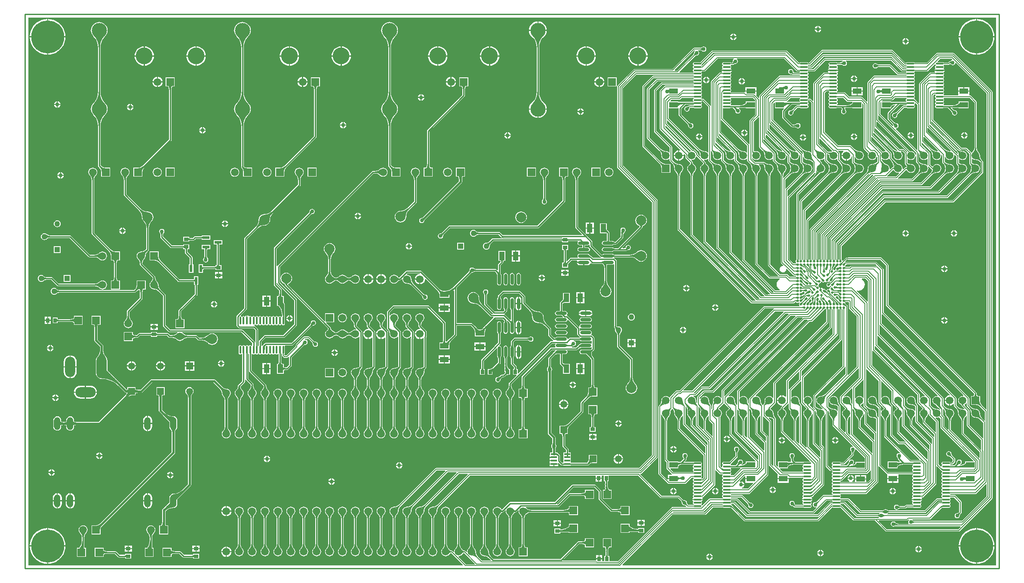
<source format=gtl>
%FSAX25Y25*%
%MOIN*%
G70*
G01*
G75*
G04 Layer_Physical_Order=1*
G04 Layer_Color=255*
%ADD10C,0.01000*%
%ADD11C,0.01500*%
%ADD12C,0.00800*%
%ADD13C,0.00500*%
%ADD14R,0.05709X0.02362*%
%ADD15R,0.02362X0.05709*%
%ADD16R,0.03543X0.02756*%
%ADD17O,0.08661X0.02362*%
%ADD18R,0.05906X0.05906*%
%ADD19R,0.02756X0.03543*%
%ADD20O,0.06102X0.01378*%
%ADD21R,0.04803X0.01575*%
%ADD22R,0.06693X0.04331*%
%ADD23R,0.04331X0.06693*%
%ADD24R,0.05906X0.05906*%
%ADD25O,0.01378X0.06102*%
%ADD26O,0.02362X0.08661*%
%ADD27C,0.01969*%
%ADD28C,0.25590*%
%ADD29C,0.05906*%
%ADD30C,0.07874*%
%ADD31C,0.04331*%
%ADD32R,0.04331X0.04331*%
%ADD33R,0.04331X0.04331*%
%ADD34O,0.07874X0.17716*%
%ADD35O,0.07874X0.15748*%
%ADD36O,0.15748X0.07874*%
%ADD37C,0.05906*%
%ADD38O,0.05000X0.10000*%
%ADD39C,0.05315*%
%ADD40R,0.05315X0.05315*%
%ADD41R,0.05315X0.05315*%
%ADD42C,0.12992*%
%ADD43C,0.11811*%
%ADD44C,0.03000*%
%ADD45C,0.02000*%
G36*
X0808220Y0745291D02*
Y0745104D01*
X0807962Y0744932D01*
X0807699Y0744539D01*
X0807607Y0744075D01*
X0807699Y0743611D01*
X0807962Y0743218D01*
X0808220Y0743045D01*
Y0742545D01*
X0807962Y0742373D01*
X0807699Y0741980D01*
X0807607Y0741516D01*
X0807699Y0741052D01*
X0807962Y0740659D01*
X0808220Y0740486D01*
Y0740322D01*
X0807866Y0739968D01*
X0792360D01*
X0790140Y0742188D01*
X0790332Y0742650D01*
X0796346D01*
Y0744053D01*
X0796713Y0744354D01*
X0798012Y0745048D01*
X0799421Y0745476D01*
X0800827Y0745614D01*
X0808121D01*
X0808220Y0745291D01*
D02*
G37*
G36*
X0735082Y0783358D02*
Y0780500D01*
X0735152Y0780149D01*
X0735351Y0779851D01*
X0738082Y0777120D01*
Y0767807D01*
X0737620Y0767616D01*
X0732618Y0772619D01*
Y0779237D01*
X0732634D01*
X0732622Y0779364D01*
X0732784Y0780598D01*
X0733309Y0781866D01*
X0734087Y0782880D01*
X0734163Y0782937D01*
X0734609Y0783519D01*
X0735082Y0783358D01*
D02*
G37*
G36*
X0844635Y0782777D02*
Y0769086D01*
X0844652Y0768999D01*
X0844211Y0768763D01*
X0842618Y0770357D01*
Y0779237D01*
X0842634D01*
X0842622Y0779364D01*
X0842784Y0780598D01*
X0843309Y0781866D01*
X0844087Y0782880D01*
X0844162Y0782937D01*
X0844635Y0782777D01*
D02*
G37*
G36*
X0783091Y0781769D02*
X0784311Y0781263D01*
X0785082Y0780671D01*
Y0745030D01*
X0785117Y0744858D01*
X0784676Y0744622D01*
X0783418Y0745880D01*
Y0779151D01*
X0783348Y0779503D01*
X0783149Y0779800D01*
X0781479Y0781470D01*
X0781700Y0781917D01*
X0781830Y0781935D01*
X0783091Y0781769D01*
D02*
G37*
G36*
X0864177Y0968492D02*
X0864270Y0968268D01*
X0821051Y0925049D01*
X0820852Y0924751D01*
X0820782Y0924400D01*
Y0904724D01*
X0820755D01*
Y0904724D01*
X0820670Y0904440D01*
D01*
X0820412D01*
X0820059Y0904794D01*
Y0924961D01*
X0863687Y0968589D01*
X0864177Y0968492D01*
D02*
G37*
G36*
X0862370Y0969868D02*
X0818492Y0925990D01*
X0818293Y0925692D01*
X0818223Y0925341D01*
Y0904724D01*
X0818196D01*
Y0904724D01*
X0818111Y0904440D01*
D01*
X0817853D01*
X0817500Y0904794D01*
Y0926402D01*
X0861427Y0970330D01*
X0862179D01*
X0862370Y0969868D01*
D02*
G37*
G36*
X0723219Y0745291D02*
Y0745104D01*
X0722962Y0744932D01*
X0722699Y0744539D01*
X0722607Y0744075D01*
X0722699Y0743611D01*
X0722962Y0743218D01*
X0723219Y0743045D01*
Y0742545D01*
X0722962Y0742373D01*
X0722699Y0741980D01*
X0722607Y0741516D01*
X0722699Y0741052D01*
X0722962Y0740659D01*
X0723219Y0740486D01*
Y0740228D01*
X0722866Y0739874D01*
X0707454D01*
X0705140Y0742188D01*
X0705332Y0742650D01*
X0711346D01*
Y0744492D01*
X0711597Y0744819D01*
X0712155Y0745247D01*
X0712804Y0745515D01*
X0713500Y0745607D01*
Y0745614D01*
X0723122D01*
X0723219Y0745291D01*
D02*
G37*
G36*
X0864992Y0900310D02*
X0864801Y0899848D01*
X0845328D01*
X0844977Y0899778D01*
X0844679Y0899580D01*
X0844212Y0899113D01*
X0841024D01*
Y0899141D01*
X0841024D01*
X0840699Y0899242D01*
Y0899242D01*
Y0899242D01*
X0840683Y0899684D01*
Y0899684D01*
X0841012Y0900175D01*
X0841127Y0900754D01*
X0842273Y0900982D01*
X0864320D01*
X0864992Y0900310D01*
D02*
G37*
G36*
X0917025Y0788697D02*
X0917538Y0788029D01*
X0918063Y0786761D01*
X0918230Y0785494D01*
X0918217Y0785400D01*
X0918336Y0784499D01*
X0918684Y0783659D01*
X0919237Y0782937D01*
X0919313Y0782880D01*
X0920090Y0781866D01*
X0920616Y0780598D01*
X0920778Y0779364D01*
X0920766Y0779237D01*
X0920782D01*
Y0773054D01*
X0920320Y0772862D01*
X0917718Y0775465D01*
Y0782439D01*
X0917659Y0782731D01*
X0917648Y0782790D01*
X0917449Y0783087D01*
X0916470Y0784066D01*
Y0788447D01*
X0916440Y0788602D01*
X0916525Y0788706D01*
X0917025Y0788697D01*
D02*
G37*
G36*
X0706952Y0788792D02*
X0707538Y0788029D01*
X0708063Y0786761D01*
X0708230Y0785494D01*
X0708217Y0785400D01*
X0708336Y0784499D01*
X0708684Y0783659D01*
X0709237Y0782937D01*
X0709313Y0782880D01*
X0710090Y0781866D01*
X0710616Y0780598D01*
X0710778Y0779364D01*
X0710766Y0779237D01*
X0710782D01*
Y0773300D01*
X0710852Y0772949D01*
X0711051Y0772651D01*
X0731082Y0752620D01*
Y0735880D01*
X0729958Y0734756D01*
X0729369D01*
X0729241Y0734809D01*
D01*
Y0734809D01*
X0729143Y0734994D01*
Y0735368D01*
X0729400Y0735540D01*
X0729663Y0735934D01*
X0729755Y0736398D01*
X0729663Y0736862D01*
X0729400Y0737255D01*
X0729143Y0737427D01*
Y0737927D01*
X0729400Y0738099D01*
X0729663Y0738493D01*
X0729755Y0738957D01*
X0729663Y0739421D01*
X0729400Y0739814D01*
X0729143Y0739986D01*
Y0740486D01*
X0729400Y0740659D01*
X0729663Y0741052D01*
X0729755Y0741516D01*
X0729663Y0741980D01*
X0729400Y0742373D01*
X0729143Y0742545D01*
Y0743045D01*
X0729400Y0743218D01*
X0729663Y0743611D01*
X0729755Y0744075D01*
X0729663Y0744539D01*
X0729400Y0744932D01*
X0729143Y0745104D01*
Y0745604D01*
X0729400Y0745777D01*
X0729663Y0746170D01*
X0729755Y0746634D01*
X0729663Y0747098D01*
X0729400Y0747491D01*
X0729007Y0747754D01*
X0728543Y0747846D01*
X0723819D01*
X0723355Y0747754D01*
X0723205Y0747653D01*
X0716615D01*
X0716423Y0748115D01*
X0717221Y0748913D01*
X0717442Y0749244D01*
X0717520Y0749634D01*
Y0750086D01*
X0717529D01*
X0717527Y0750105D01*
X0717629Y0750618D01*
X0717908Y0751035D01*
X0717942Y0751058D01*
X0718384Y0751720D01*
X0718539Y0752500D01*
X0718384Y0753280D01*
X0717942Y0753942D01*
X0717280Y0754384D01*
X0716500Y0754539D01*
X0715720Y0754384D01*
X0715058Y0753942D01*
X0714616Y0753280D01*
X0714461Y0752500D01*
X0714616Y0751720D01*
X0715058Y0751058D01*
X0715092Y0751035D01*
X0715371Y0750618D01*
X0715473Y0750105D01*
X0715471Y0750086D01*
X0715480D01*
Y0750056D01*
X0713078Y0747653D01*
X0711885D01*
Y0747668D01*
X0711777Y0747653D01*
X0711346D01*
Y0747980D01*
X0704125D01*
X0704101Y0748098D01*
X0703902Y0748395D01*
X0702618Y0749680D01*
Y0779237D01*
X0702634D01*
X0702622Y0779364D01*
X0702784Y0780598D01*
X0703309Y0781866D01*
X0704087Y0782880D01*
X0704163Y0782937D01*
X0704716Y0783659D01*
X0705064Y0784499D01*
X0705183Y0785400D01*
X0705155Y0785608D01*
X0705160Y0785632D01*
X0705152Y0785673D01*
X0705185Y0785718D01*
X0705185D01*
X0705142Y0786044D01*
X0705266Y0786980D01*
X0705627Y0787853D01*
X0706137Y0788518D01*
X0706222Y0788583D01*
X0706202Y0788603D01*
X0706532Y0788875D01*
Y0788875D01*
X0706952Y0788792D01*
D02*
G37*
G36*
X0817559Y0971775D02*
X0817463Y0971458D01*
X0816511Y0969678D01*
X0815341Y0968253D01*
X0803138Y0956049D01*
X0802939Y0955751D01*
X0802869Y0955400D01*
Y0904724D01*
X0802841D01*
X0802852Y0904670D01*
X0802740Y0904399D01*
X0802717Y0904383D01*
X0802388Y0903893D01*
X0802273Y0903313D01*
X0802388Y0902734D01*
X0802717Y0902243D01*
Y0902243D01*
X0802701Y0901801D01*
D01*
X0802701Y0901801D01*
Y0901801D01*
X0802376Y0901700D01*
X0802376D01*
Y0901672D01*
X0800685D01*
X0797418Y0904939D01*
Y0952320D01*
X0817130Y0972032D01*
X0817559Y0971775D01*
D02*
G37*
G36*
X0905582Y0784615D02*
Y0784500D01*
X0905652Y0784149D01*
X0905851Y0783851D01*
X0911082Y0778620D01*
Y0770869D01*
X0910620Y0770677D01*
X0902618Y0778680D01*
Y0779237D01*
X0902634D01*
X0902622Y0779364D01*
X0902784Y0780598D01*
X0903309Y0781866D01*
X0904087Y0782880D01*
X0904163Y0782937D01*
X0904716Y0783659D01*
X0905064Y0784499D01*
X0905083Y0784647D01*
X0905582Y0784615D01*
D02*
G37*
G36*
X0759304Y0743030D02*
X0759318Y0743031D01*
X0759532Y0742579D01*
X0754268Y0737315D01*
X0752007D01*
X0751879Y0737368D01*
D01*
Y0737368D01*
X0751780Y0737552D01*
Y0737927D01*
X0752038Y0738099D01*
X0752301Y0738493D01*
X0752393Y0738957D01*
X0752301Y0739421D01*
X0752038Y0739814D01*
X0751780Y0739986D01*
Y0740486D01*
X0752038Y0740659D01*
X0752301Y0741052D01*
X0752393Y0741516D01*
X0752301Y0741980D01*
X0752038Y0742373D01*
X0751780Y0742545D01*
Y0742702D01*
X0752134Y0743055D01*
X0759304D01*
Y0743030D01*
D02*
G37*
G36*
X0912440Y0989263D02*
X0912218Y0988814D01*
X0911700Y0988883D01*
X0911606Y0988870D01*
X0910339Y0989037D01*
X0909071Y0989562D01*
X0908083Y0990320D01*
X0908003Y0990418D01*
X0907991Y0990407D01*
X0907991Y0990407D01*
X0901418Y0996980D01*
Y0999631D01*
X0901880Y0999823D01*
X0912440Y0989263D01*
D02*
G37*
G36*
X0922439D02*
X0922218Y0988814D01*
X0921700Y0988883D01*
X0921606Y0988870D01*
X0920339Y0989037D01*
X0919071Y0989562D01*
X0918083Y0990320D01*
X0918003Y0990418D01*
X0917991Y0990407D01*
X0917991Y0990407D01*
X0904418Y1003980D01*
Y1006631D01*
X0904879Y1006823D01*
X0922439Y0989263D01*
D02*
G37*
G36*
X0802439Y0989263D02*
X0802218Y0988814D01*
X0801700Y0988883D01*
X0801606Y0988870D01*
X0800339Y0989037D01*
X0799071Y0989562D01*
X0798083Y0990320D01*
X0798003Y0990418D01*
X0797991Y0990407D01*
X0797991Y0990407D01*
X0781918Y1006480D01*
Y1009131D01*
X0782379Y1009323D01*
X0802439Y0989263D01*
D02*
G37*
G36*
X0830579Y0989123D02*
X0830482Y0988633D01*
X0829959Y0988416D01*
X0829892Y0988365D01*
X0829818Y0988374D01*
X0829600Y0988418D01*
X0829489D01*
X0829424Y0988426D01*
Y0988418D01*
X0828681D01*
X0828616Y0988426D01*
Y0988418D01*
X0827874D01*
X0827808Y0988426D01*
Y0988418D01*
X0827380D01*
X0820718Y0995080D01*
Y0998331D01*
X0821179Y0998523D01*
X0830579Y0989123D01*
D02*
G37*
G36*
X0720964Y0989238D02*
X0720803Y0988765D01*
X0720799Y0988764D01*
X0719975Y0988423D01*
X0701167Y1007230D01*
Y1008382D01*
X0701629Y1008573D01*
X0720964Y0989238D01*
D02*
G37*
G36*
X0871921Y0989330D02*
X0871700Y0988883D01*
X0870799Y0988764D01*
X0869975Y0988423D01*
X0861018Y0997380D01*
Y0999580D01*
X0861479Y0999771D01*
X0871921Y0989330D01*
D02*
G37*
G36*
X0751921D02*
X0751700Y0988883D01*
X0751606Y0988870D01*
X0750339Y0989037D01*
X0749071Y0989562D01*
X0748083Y0990320D01*
X0748003Y0990418D01*
X0747991Y0990407D01*
X0747991Y0990407D01*
X0741418Y0996980D01*
Y0999180D01*
X0741880Y0999371D01*
X0751921Y0989330D01*
D02*
G37*
G36*
X0723121Y1040309D02*
D01*
Y1040309D01*
X0723219Y1040125D01*
Y1039992D01*
X0722866Y1039638D01*
X0701220D01*
X0700927Y1039580D01*
X0700869Y1039568D01*
X0700572Y1039369D01*
X0697351Y1036149D01*
X0697152Y1035851D01*
X0697082Y1035500D01*
Y1006000D01*
X0697152Y1005649D01*
X0697351Y1005351D01*
X0713054Y0989649D01*
X0712776Y0989233D01*
X0712732Y0989251D01*
X0712094Y0989335D01*
Y0985794D01*
X0715635D01*
X0715551Y0986432D01*
X0715533Y0986476D01*
X0715948Y0986754D01*
X0716930Y0985773D01*
Y0983804D01*
X0716999Y0983453D01*
X0717198Y0983155D01*
X0720722Y0979632D01*
X0720644Y0979237D01*
X0720239Y0978631D01*
X0719874Y0978388D01*
X0719890Y0978363D01*
X0719237Y0977863D01*
X0718684Y0977141D01*
X0718336Y0976301D01*
X0718217Y0975400D01*
X0718336Y0974499D01*
X0718684Y0973659D01*
X0719237Y0972937D01*
X0719313Y0972880D01*
X0720090Y0971866D01*
X0720616Y0970598D01*
X0720778Y0969364D01*
X0720766Y0969237D01*
X0720782D01*
Y0923746D01*
X0720852Y0923395D01*
X0721051Y0923097D01*
X0771123Y0873025D01*
X0770931Y0872563D01*
X0768580D01*
X0712618Y0928526D01*
Y0969237D01*
X0712634D01*
X0712622Y0969364D01*
X0712784Y0970598D01*
X0713309Y0971866D01*
X0714087Y0972880D01*
X0714162Y0972937D01*
X0714716Y0973659D01*
X0715064Y0974499D01*
X0715182Y0975400D01*
X0715064Y0976301D01*
X0714716Y0977141D01*
X0714162Y0977863D01*
X0713441Y0978416D01*
X0712601Y0978764D01*
X0711700Y0978883D01*
X0711606Y0978870D01*
X0710339Y0979037D01*
X0709071Y0979562D01*
X0708083Y0980320D01*
X0708003Y0980418D01*
X0707991Y0980407D01*
X0707991Y0980407D01*
X0706470Y0981927D01*
Y0991947D01*
X0706400Y0992299D01*
X0706202Y0992596D01*
X0694418Y1004380D01*
Y1035620D01*
X0699160Y1040362D01*
X0722993D01*
X0723121Y1040309D01*
D02*
G37*
G36*
X0866077Y0966892D02*
X0866170Y0966668D01*
X0823610Y0924108D01*
X0823411Y0923810D01*
X0823341Y0923459D01*
Y0904724D01*
X0823314D01*
Y0904724D01*
X0823230Y0904440D01*
D01*
X0822971D01*
X0822618Y0904794D01*
Y0924020D01*
X0865587Y0966989D01*
X0866077Y0966892D01*
D02*
G37*
G36*
X0855829Y0750874D02*
Y0747665D01*
X0848654D01*
Y0746270D01*
X0848487Y0746133D01*
X0847422Y0745564D01*
X0846819Y0745381D01*
X0846605Y0745833D01*
X0846942Y0746058D01*
X0847384Y0746720D01*
X0847539Y0747500D01*
X0847384Y0748280D01*
X0846942Y0748942D01*
X0846280Y0749384D01*
X0845500Y0749539D01*
X0844720Y0749384D01*
X0844058Y0748942D01*
X0843616Y0748280D01*
X0843461Y0747500D01*
X0843469Y0747460D01*
X0843371Y0746968D01*
X0843080Y0746532D01*
X0843065Y0746521D01*
X0843069Y0746517D01*
X0843072Y0746514D01*
X0843072Y0746514D01*
X0841652Y0745094D01*
X0836878D01*
X0836812Y0745315D01*
X0837109Y0745716D01*
X0839634D01*
X0839985Y0745786D01*
X0840283Y0745985D01*
X0847149Y0752851D01*
X0847348Y0753149D01*
X0847418Y0753500D01*
Y0754844D01*
X0847431D01*
X0847425Y0754887D01*
X0847549Y0755510D01*
X0847894Y0756026D01*
X0847942Y0756058D01*
X0848384Y0756720D01*
X0848539Y0757500D01*
X0849092Y0757610D01*
X0855829Y0750874D01*
D02*
G37*
G36*
X0791921Y0989330D02*
X0791700Y0988883D01*
X0791606Y0988870D01*
X0790339Y0989037D01*
X0789071Y0989562D01*
X0788083Y0990320D01*
X0788003Y0990418D01*
X0787991Y0990407D01*
X0787991Y0990407D01*
X0778918Y0999480D01*
Y0999860D01*
X0779224Y1001403D01*
X0779703Y1001548D01*
X0791921Y0989330D01*
D02*
G37*
G36*
X0881316Y0989386D02*
X0881095Y0988937D01*
X0880339Y0989037D01*
X0879071Y0989562D01*
X0878083Y0990320D01*
X0878003Y0990418D01*
X0877991Y0990407D01*
X0877991Y0990407D01*
X0863718Y1004680D01*
Y1006331D01*
X0864180Y1006523D01*
X0881316Y0989386D01*
D02*
G37*
G36*
X0929851Y0989851D02*
X0930140Y0989658D01*
X0929905Y0989217D01*
X0929071Y0989562D01*
X0928083Y0990320D01*
X0928003Y0990418D01*
X0927991Y0990407D01*
X0927991Y0990407D01*
X0907418Y1010980D01*
Y1011631D01*
X0907880Y1011823D01*
X0929851Y0989851D01*
D02*
G37*
G36*
X0854982Y0793228D02*
Y0791200D01*
X0855052Y0790849D01*
X0855251Y0790551D01*
X0856693Y0789109D01*
X0856693Y0789109D01*
X0856682Y0789097D01*
X0856780Y0789017D01*
X0857538Y0788029D01*
X0858063Y0786761D01*
X0858230Y0785494D01*
X0858217Y0785400D01*
X0858336Y0784499D01*
X0858684Y0783659D01*
X0859237Y0782937D01*
X0859959Y0782384D01*
X0860799Y0782036D01*
X0861700Y0781917D01*
X0861932Y0781948D01*
X0861959Y0781943D01*
X0862007Y0781952D01*
X0862055Y0781917D01*
Y0781917D01*
X0862403Y0781963D01*
X0863298Y0781845D01*
X0864132Y0781499D01*
X0864582Y0781154D01*
Y0771369D01*
X0864120Y0771177D01*
X0857418Y0777880D01*
Y0786500D01*
X0857348Y0786851D01*
X0857149Y0787149D01*
X0852690Y0791608D01*
X0852712Y0791716D01*
X0852947Y0792069D01*
X0853241Y0792265D01*
X0853241Y0792265D01*
X0853241Y0792265D01*
D01*
X0853230Y0792297D01*
X0853441Y0792384D01*
X0854163Y0792938D01*
X0854509Y0793389D01*
X0854982Y0793228D01*
D02*
G37*
G36*
X0826894Y0886839D02*
X0827280Y0886916D01*
X0827942Y0887358D01*
X0828090Y0887580D01*
X0828363Y0887634D01*
X0828765Y0887336D01*
X0828790Y0887072D01*
X0828440Y0886721D01*
X0828434Y0886726D01*
X0828429Y0886732D01*
X0828094Y0886509D01*
X0827700Y0886430D01*
Y0886429D01*
X0827115Y0886313D01*
X0826618Y0885981D01*
X0826287Y0885485D01*
X0826171Y0884900D01*
X0826287Y0884315D01*
X0826618Y0883819D01*
X0827115Y0883487D01*
X0827700Y0883371D01*
X0828285Y0883487D01*
X0828781Y0883819D01*
X0829017Y0884171D01*
X0829517D01*
X0829618Y0884019D01*
X0829865Y0883854D01*
X0829768Y0883363D01*
X0829515Y0883313D01*
X0829018Y0882981D01*
X0828687Y0882485D01*
X0828667Y0882384D01*
X0828285Y0881813D01*
X0827700Y0881929D01*
X0827115Y0881813D01*
X0826618Y0881481D01*
X0826287Y0880985D01*
X0826286Y0880978D01*
X0825824Y0880787D01*
D01*
X0825613Y0880985D01*
D01*
X0825281Y0881481D01*
X0824785Y0881813D01*
X0824200Y0881929D01*
X0823615Y0881813D01*
X0823532Y0881758D01*
X0823142Y0882342D01*
X0822480Y0882784D01*
X0822094Y0882861D01*
Y0880900D01*
X0821306D01*
Y0882861D01*
X0820920Y0882784D01*
X0820803Y0882832D01*
X0820713Y0883285D01*
X0820381Y0883782D01*
X0819885Y0884113D01*
X0819987Y0884627D01*
X0820113Y0884815D01*
X0820229Y0885400D01*
X0820142Y0885838D01*
X0820496Y0886191D01*
X0820600Y0886171D01*
X0821185Y0886287D01*
X0821681Y0886619D01*
X0822013Y0887115D01*
X0822056Y0887329D01*
X0822546Y0887427D01*
X0822618Y0887319D01*
X0823115Y0886987D01*
X0823700Y0886871D01*
X0824285Y0886987D01*
X0824781Y0887319D01*
X0824808Y0887358D01*
X0825058D01*
X0825720Y0886916D01*
X0826106Y0886839D01*
Y0888800D01*
X0826894D01*
Y0886839D01*
D02*
G37*
G36*
X0796825Y0862323D02*
X0737620Y0803118D01*
X0731200D01*
X0730849Y0803048D01*
X0730551Y0802849D01*
X0726351Y0798649D01*
X0726152Y0798351D01*
X0726082Y0798000D01*
Y0793478D01*
X0725592Y0793380D01*
X0725331Y0794009D01*
X0725165Y0795270D01*
X0725182Y0795400D01*
X0725064Y0796301D01*
X0724716Y0797141D01*
X0724162Y0797863D01*
X0723441Y0798416D01*
X0722840Y0798665D01*
X0722938Y0799155D01*
X0724500D01*
X0724851Y0799225D01*
X0725149Y0799424D01*
X0729807Y0804082D01*
X0735427D01*
X0735778Y0804152D01*
X0736076Y0804351D01*
X0794510Y0862785D01*
X0796634D01*
X0796825Y0862323D01*
D02*
G37*
G36*
X0896630Y0799563D02*
Y0793680D01*
X0896699Y0793329D01*
X0896898Y0793031D01*
X0900710Y0789219D01*
X0900686Y0789094D01*
X0900440Y0788727D01*
X0900140Y0788526D01*
X0900140Y0788526D01*
X0900140Y0788526D01*
X0900124Y0788485D01*
X0899959Y0788416D01*
X0899237Y0787863D01*
X0898684Y0787141D01*
X0898336Y0786301D01*
X0898217Y0785400D01*
X0898336Y0784499D01*
X0898684Y0783659D01*
X0899237Y0782937D01*
X0899313Y0782880D01*
X0900091Y0781866D01*
X0900616Y0780598D01*
X0900778Y0779364D01*
X0900766Y0779237D01*
X0900782D01*
Y0778300D01*
X0900852Y0777949D01*
X0901051Y0777651D01*
X0909582Y0769120D01*
Y0767369D01*
X0909120Y0767177D01*
X0896918Y0779380D01*
Y0791100D01*
X0896848Y0791451D01*
X0896649Y0791749D01*
X0896649Y0791749D01*
X0896649Y0791749D01*
X0896660Y0791760D01*
X0896570Y0791834D01*
X0895837Y0792789D01*
X0895331Y0794009D01*
X0895165Y0795270D01*
X0895183Y0795400D01*
X0895064Y0796301D01*
X0894716Y0797141D01*
X0894162Y0797863D01*
X0893441Y0798416D01*
X0892601Y0798764D01*
X0891700Y0798883D01*
X0890799Y0798764D01*
X0889959Y0798416D01*
X0889237Y0797863D01*
X0888684Y0797141D01*
X0888336Y0796301D01*
X0888217Y0795400D01*
X0888336Y0794499D01*
X0888684Y0793659D01*
X0889237Y0792938D01*
X0889959Y0792384D01*
X0890799Y0792036D01*
X0891700Y0791918D01*
X0891830Y0791935D01*
X0893091Y0791769D01*
X0894311Y0791263D01*
X0895082Y0790671D01*
Y0787442D01*
X0894609Y0787281D01*
X0894162Y0787863D01*
X0893441Y0788416D01*
X0892601Y0788764D01*
X0891700Y0788883D01*
X0891606Y0788870D01*
X0890339Y0789037D01*
X0889071Y0789562D01*
X0888083Y0790320D01*
X0888003Y0790418D01*
X0887991Y0790407D01*
X0887991Y0790407D01*
X0886770Y0791627D01*
Y0797120D01*
X0886712Y0797413D01*
X0886701Y0797471D01*
X0886502Y0797769D01*
X0861618Y0822653D01*
Y0833852D01*
X0861893Y0834035D01*
X0862080Y0834113D01*
X0896630Y0799563D01*
D02*
G37*
G36*
X0796691Y0792905D02*
X0796930Y0792745D01*
Y0789253D01*
X0796999Y0788902D01*
X0797198Y0788604D01*
Y0788603D01*
X0797178Y0788583D01*
Y0788583D01*
Y0788583D01*
D01*
X0797179Y0788582D01*
X0797181Y0788581D01*
X0797181D01*
Y0788581D01*
X0797263Y0788518D01*
X0797773Y0787853D01*
X0798134Y0786980D01*
X0798257Y0786044D01*
X0798214Y0785718D01*
X0798214D01*
X0798248Y0785673D01*
X0798240Y0785632D01*
X0798245Y0785608D01*
X0798217Y0785400D01*
X0798336Y0784499D01*
X0798684Y0783659D01*
X0799237Y0782937D01*
X0799313Y0782880D01*
X0800091Y0781866D01*
X0800616Y0780598D01*
X0800778Y0779364D01*
X0800766Y0779237D01*
X0800782D01*
Y0764169D01*
X0800320Y0763977D01*
X0792618Y0771680D01*
Y0779237D01*
X0792634D01*
X0792622Y0779364D01*
X0792784Y0780598D01*
X0793309Y0781866D01*
X0794087Y0782880D01*
X0794163Y0782937D01*
X0794716Y0783659D01*
X0795064Y0784499D01*
X0795183Y0785400D01*
X0795064Y0786301D01*
X0794716Y0787141D01*
X0794163Y0787863D01*
X0793441Y0788416D01*
X0793276Y0788485D01*
X0793260Y0788526D01*
X0793260Y0788526D01*
X0793260Y0788526D01*
X0792960Y0788727D01*
X0792714Y0789094D01*
X0792690Y0789219D01*
X0796468Y0792997D01*
X0796691Y0792905D01*
D02*
G37*
G36*
X0811525Y0857523D02*
X0757198Y0803196D01*
X0756999Y0802898D01*
X0756930Y0802547D01*
Y0793651D01*
X0756999Y0793300D01*
X0757082Y0793176D01*
Y0792183D01*
X0756909Y0792009D01*
X0756410Y0792042D01*
X0755837Y0792789D01*
X0755331Y0794009D01*
X0755165Y0795270D01*
X0755183Y0795400D01*
X0755064Y0796301D01*
X0754716Y0797141D01*
X0754163Y0797863D01*
X0753441Y0798416D01*
X0752601Y0798764D01*
X0751700Y0798883D01*
X0750799Y0798764D01*
X0750383Y0798592D01*
X0750105Y0799008D01*
X0809082Y0857985D01*
X0811334D01*
X0811525Y0857523D01*
D02*
G37*
G36*
X0814635Y1026067D02*
Y0988023D01*
X0814163Y0987863D01*
X0813441Y0988416D01*
X0812601Y0988764D01*
X0811700Y0988883D01*
X0811606Y0988870D01*
X0810339Y0989037D01*
X0809071Y0989562D01*
X0808083Y0990320D01*
X0808003Y0990418D01*
X0807991Y0990407D01*
D01*
X0784918Y1013480D01*
Y1025620D01*
X0785692Y1026394D01*
X0786154Y1026203D01*
Y1022020D01*
X0792999D01*
X0793191Y1021558D01*
X0792279Y1020646D01*
X0792058Y1020315D01*
X0791980Y1019925D01*
Y1015000D01*
X0792058Y1014610D01*
X0792279Y1014279D01*
X0798779Y1007779D01*
X0799110Y1007558D01*
X0799500Y1007481D01*
X0801586D01*
Y1007477D01*
Y1007471D01*
X0801604Y1007473D01*
X0802118Y1007371D01*
X0802535Y1007092D01*
X0802558Y1007058D01*
X0803220Y1006616D01*
X0804000Y1006461D01*
X0804780Y1006616D01*
X0805442Y1007058D01*
X0805884Y1007720D01*
X0806039Y1008500D01*
X0805884Y1009280D01*
X0805442Y1009942D01*
X0804780Y1010384D01*
X0804000Y1010539D01*
X0803220Y1010384D01*
X0802558Y1009942D01*
X0802535Y1009908D01*
X0802118Y1009629D01*
X0801604Y1009527D01*
X0801586Y1009529D01*
Y1009523D01*
Y1009520D01*
X0799922D01*
X0794020Y1015422D01*
Y1019503D01*
X0799422Y1024906D01*
X0805622D01*
X0805688Y1024685D01*
X0805390Y1024284D01*
X0803366D01*
X0803015Y1024214D01*
X0802717Y1024015D01*
X0799729Y1021027D01*
X0799729Y1021027D01*
X0799720Y1021036D01*
X0799693Y1021002D01*
X0799165Y1020649D01*
X0798557Y1020528D01*
X0798500Y1020539D01*
X0797720Y1020384D01*
X0797058Y1019942D01*
X0796616Y1019280D01*
X0796461Y1018500D01*
X0796616Y1017720D01*
X0797058Y1017058D01*
X0797720Y1016616D01*
X0798500Y1016461D01*
X0799280Y1016616D01*
X0799942Y1017058D01*
X0800384Y1017720D01*
X0800539Y1018500D01*
X0800528Y1018557D01*
X0800649Y1019166D01*
X0801002Y1019694D01*
X0801036Y1019720D01*
X0801027Y1019729D01*
X0801027Y1019729D01*
X0803746Y1022449D01*
X0805493D01*
X0805621Y1022395D01*
Y1022395D01*
X0805627Y1022398D01*
X0805855Y1022246D01*
X0806319Y1022154D01*
X0811043D01*
X0811507Y1022246D01*
X0811901Y1022509D01*
X0812163Y1022902D01*
X0812255Y1023366D01*
X0812163Y1023830D01*
X0811901Y1024223D01*
X0811643Y1024396D01*
Y1024896D01*
X0811901Y1025068D01*
X0812163Y1025461D01*
X0812255Y1025925D01*
X0812163Y1026389D01*
X0811901Y1026783D01*
X0811643Y1026955D01*
Y1027213D01*
X0811996Y1027567D01*
X0813136D01*
X0814635Y1026067D01*
D02*
G37*
G36*
X0734635Y1023067D02*
Y0988023D01*
X0734163Y0987863D01*
X0733441Y0988416D01*
X0732601Y0988764D01*
X0731700Y0988883D01*
X0731606Y0988870D01*
X0730339Y0989037D01*
X0729071Y0989562D01*
X0728083Y0990320D01*
X0728003Y0990418D01*
X0727991Y0990407D01*
X0727991Y0990407D01*
X0703918Y1014480D01*
Y1022020D01*
X0711346D01*
X0711346Y1022020D01*
Y1022020D01*
X0711480Y1022000D01*
Y1017000D01*
X0711558Y1016610D01*
X0711779Y1016279D01*
X0718572Y1009486D01*
X0718572Y1009486D01*
X0718569Y1009484D01*
X0718565Y1009479D01*
X0718580Y1009468D01*
X0718871Y1009032D01*
X0718969Y1008540D01*
X0718961Y1008500D01*
X0719116Y1007720D01*
X0719558Y1007058D01*
X0720220Y1006616D01*
X0721000Y1006461D01*
X0721780Y1006616D01*
X0722442Y1007058D01*
X0722884Y1007720D01*
X0723039Y1008500D01*
X0722884Y1009280D01*
X0722442Y1009942D01*
X0721780Y1010384D01*
X0721000Y1010539D01*
X0720960Y1010531D01*
X0720468Y1010629D01*
X0720032Y1010920D01*
X0720021Y1010935D01*
X0720016Y1010931D01*
X0720014Y1010928D01*
X0720014Y1010928D01*
X0713519Y1017422D01*
Y1021578D01*
X0716848Y1024906D01*
X0723122D01*
X0723188Y1024685D01*
X0722891Y1024284D01*
X0719866D01*
X0719515Y1024214D01*
X0719217Y1024015D01*
X0719217Y1024015D01*
X0719217Y1024015D01*
X0719208Y1024024D01*
X0719184Y1023993D01*
X0718666Y1023647D01*
X0718063Y1023527D01*
X0718000Y1023539D01*
X0717220Y1023384D01*
X0716558Y1022942D01*
X0716116Y1022280D01*
X0715961Y1021500D01*
X0716116Y1020720D01*
X0716558Y1020058D01*
X0717220Y1019616D01*
X0718000Y1019461D01*
X0718780Y1019616D01*
X0719442Y1020058D01*
X0719884Y1020720D01*
X0720039Y1021500D01*
X0720027Y1021563D01*
X0720147Y1022167D01*
X0720335Y1022449D01*
X0722993D01*
X0723121Y1022395D01*
Y1022395D01*
X0723127Y1022398D01*
X0723355Y1022246D01*
X0723819Y1022154D01*
X0728543D01*
X0729007Y1022246D01*
X0729400Y1022509D01*
X0729663Y1022902D01*
X0729755Y1023366D01*
X0729663Y1023830D01*
X0729400Y1024223D01*
X0729143Y1024396D01*
Y1024896D01*
X0729400Y1025068D01*
X0729663Y1025461D01*
X0729755Y1025925D01*
X0729663Y1026389D01*
X0729400Y1026783D01*
X0729143Y1026955D01*
Y1027213D01*
X0729496Y1027567D01*
X0730136D01*
X0734635Y1023067D01*
D02*
G37*
G36*
X0770829Y1028374D02*
Y1027350D01*
X0763654D01*
Y1025947D01*
X0763286Y1025646D01*
X0761988Y1024952D01*
X0760579Y1024524D01*
X0759173Y1024386D01*
X0751878D01*
X0751780Y1024709D01*
Y1024896D01*
X0752038Y1025068D01*
X0752301Y1025461D01*
X0752393Y1025925D01*
X0752301Y1026389D01*
X0752038Y1026783D01*
X0751780Y1026955D01*
Y1027455D01*
X0752038Y1027627D01*
X0752301Y1028020D01*
X0752393Y1028484D01*
X0752301Y1028948D01*
X0752038Y1029342D01*
X0751780Y1029514D01*
Y1029679D01*
X0752134Y1030032D01*
X0769170D01*
X0770829Y1028374D01*
D02*
G37*
G36*
X0841851Y1027351D02*
X0842149Y1027152D01*
X0842500Y1027082D01*
X0846154D01*
Y1025947D01*
X0845786Y1025646D01*
X0844488Y1024952D01*
X0843079Y1024524D01*
X0841673Y1024386D01*
X0834378D01*
X0834280Y1024709D01*
Y1024896D01*
X0834538Y1025068D01*
X0834801Y1025461D01*
X0834893Y1025925D01*
X0834801Y1026389D01*
X0834538Y1026783D01*
X0834280Y1026955D01*
Y1027455D01*
X0834538Y1027627D01*
X0834801Y1028020D01*
X0834893Y1028484D01*
X0834801Y1028948D01*
X0834538Y1029342D01*
X0834280Y1029514D01*
Y1029772D01*
X0834634Y1030126D01*
X0839077D01*
X0841851Y1027351D01*
D02*
G37*
G36*
X0896582Y1024620D02*
Y0989869D01*
X0896120Y0989677D01*
X0879890Y1005908D01*
X0880000Y1006461D01*
X0880780Y1006616D01*
X0881442Y1007058D01*
X0881884Y1007720D01*
X0882039Y1008500D01*
X0881884Y1009280D01*
X0881442Y1009942D01*
X0880780Y1010384D01*
X0880000Y1010539D01*
X0879960Y1010531D01*
X0879468Y1010629D01*
X0879032Y1010920D01*
X0879021Y1010935D01*
X0879016Y1010931D01*
X0879014Y1010928D01*
X0879014Y1010928D01*
X0875519Y1014422D01*
Y1017578D01*
X0882847Y1024906D01*
X0888122D01*
X0888188Y1024685D01*
X0887891Y1024284D01*
X0885866D01*
X0885515Y1024214D01*
X0885217Y1024015D01*
X0880229Y1019027D01*
X0880229Y1019027D01*
X0880220Y1019036D01*
X0880194Y1019002D01*
X0879665Y1018649D01*
X0879057Y1018528D01*
X0879000Y1018539D01*
X0878220Y1018384D01*
X0877558Y1017942D01*
X0877116Y1017280D01*
X0876961Y1016500D01*
X0877116Y1015720D01*
X0877558Y1015058D01*
X0878220Y1014616D01*
X0879000Y1014461D01*
X0879780Y1014616D01*
X0880442Y1015058D01*
X0880884Y1015720D01*
X0881039Y1016500D01*
X0881028Y1016557D01*
X0881149Y1017166D01*
X0881502Y1017694D01*
X0881536Y1017720D01*
X0881527Y1017729D01*
X0881527Y1017729D01*
X0886246Y1022449D01*
X0887993D01*
X0888121Y1022395D01*
Y1022395D01*
X0888127Y1022398D01*
X0888355Y1022246D01*
X0888819Y1022154D01*
X0893543D01*
X0894007Y1022246D01*
X0894401Y1022509D01*
X0894663Y1022902D01*
X0894755Y1023366D01*
X0894663Y1023830D01*
X0894401Y1024223D01*
X0894143Y1024396D01*
Y1024896D01*
X0894401Y1025068D01*
X0894663Y1025461D01*
X0894739Y1025840D01*
X0895217Y1025985D01*
X0896582Y1024620D01*
D02*
G37*
G36*
X0763654Y1022020D02*
X0770829D01*
Y1017127D01*
X0766851Y1013149D01*
X0766652Y1012851D01*
X0766582Y1012500D01*
Y0994439D01*
X0766307Y0994255D01*
X0766120Y0994177D01*
X0745785Y1014512D01*
Y1021893D01*
X0746172Y1022211D01*
X0746457Y1022154D01*
X0751181D01*
X0751645Y1022246D01*
X0751795Y1022347D01*
X0753712D01*
X0755072Y1020986D01*
X0755072Y1020986D01*
X0755069Y1020984D01*
X0755065Y1020979D01*
X0755080Y1020968D01*
X0755371Y1020532D01*
X0755469Y1020040D01*
X0755461Y1020000D01*
X0755616Y1019220D01*
X0756058Y1018558D01*
X0756720Y1018116D01*
X0757500Y1017961D01*
X0758280Y1018116D01*
X0758942Y1018558D01*
X0759384Y1019220D01*
X0759539Y1020000D01*
X0759384Y1020780D01*
X0758942Y1021442D01*
X0758304Y1021868D01*
X0758449Y1022347D01*
X0759114D01*
Y1022320D01*
X0759383Y1022347D01*
X0761528D01*
Y1022332D01*
X0761679Y1022347D01*
X0763654D01*
Y1022020D01*
D02*
G37*
G36*
X0846282Y0804794D02*
Y0792857D01*
X0845809Y0792696D01*
X0845601Y0792968D01*
X0845255Y0793802D01*
X0845137Y0794697D01*
X0845183Y0795045D01*
X0845183D01*
X0845148Y0795093D01*
X0845157Y0795141D01*
X0845152Y0795168D01*
X0845183Y0795400D01*
X0845064Y0796301D01*
X0844716Y0797141D01*
X0844162Y0797863D01*
X0843441Y0798416D01*
X0842601Y0798764D01*
X0841700Y0798883D01*
X0840799Y0798764D01*
X0839959Y0798416D01*
X0839949Y0798409D01*
X0839620Y0798785D01*
X0845820Y0804986D01*
X0846282Y0804794D01*
D02*
G37*
G36*
X0914582Y0781220D02*
Y0774500D01*
X0914652Y0774149D01*
X0914851Y0773851D01*
X0940260Y0748442D01*
X0940069Y0747980D01*
X0933654D01*
Y0746579D01*
X0933326Y0746310D01*
X0932075Y0745641D01*
X0930717Y0745229D01*
X0929963Y0745155D01*
X0929795Y0745626D01*
X0930442Y0746058D01*
X0930884Y0746720D01*
X0931039Y0747500D01*
X0930884Y0748280D01*
X0930442Y0748942D01*
X0929780Y0749384D01*
X0929000Y0749539D01*
X0928220Y0749384D01*
X0927558Y0748942D01*
X0927116Y0748280D01*
X0926961Y0747500D01*
X0926969Y0747460D01*
X0926871Y0746968D01*
X0926580Y0746532D01*
X0926565Y0746521D01*
X0926569Y0746517D01*
X0926572Y0746514D01*
X0926572Y0746514D01*
X0925152Y0745094D01*
X0921878D01*
X0921812Y0745315D01*
X0922109Y0745716D01*
X0923634D01*
X0923985Y0745786D01*
X0924283Y0745985D01*
X0925649Y0747351D01*
X0925848Y0747649D01*
X0925859Y0747707D01*
X0925918Y0748000D01*
Y0750000D01*
X0925859Y0750293D01*
X0925848Y0750351D01*
X0925649Y0750649D01*
X0923527Y0752771D01*
D01*
X0923527D01*
X0923527Y0752771D01*
X0923536Y0752780D01*
X0923536Y0752780D01*
X0923534Y0752781D01*
Y0752781D01*
X0923519Y0752793D01*
D01*
X0923502Y0752807D01*
X0923149Y0753335D01*
X0923028Y0753943D01*
X0923039Y0754000D01*
X0922884Y0754780D01*
X0922442Y0755442D01*
X0921780Y0755884D01*
X0921000Y0756039D01*
X0920220Y0755884D01*
X0919558Y0755442D01*
X0919116Y0754780D01*
X0918961Y0754000D01*
X0919116Y0753220D01*
X0919558Y0752558D01*
X0920220Y0752116D01*
X0921000Y0751961D01*
X0921057Y0751972D01*
X0921665Y0751851D01*
X0922194Y0751498D01*
X0922219Y0751466D01*
Y0751466D01*
X0922220Y0751464D01*
X0922220Y0751464D01*
X0922220Y0751464D01*
Y0751464D01*
X0922229Y0751473D01*
X0924082Y0749620D01*
Y0748380D01*
X0923254Y0747551D01*
X0922007D01*
X0921879Y0747605D01*
Y0747605D01*
X0921873Y0747602D01*
X0921645Y0747754D01*
X0921181Y0747846D01*
X0916457D01*
X0915993Y0747754D01*
X0915599Y0747491D01*
X0915337Y0747098D01*
X0915244Y0746634D01*
X0915337Y0746170D01*
X0915599Y0745777D01*
X0915857Y0745604D01*
Y0745104D01*
X0915599Y0744932D01*
X0915337Y0744539D01*
X0915261Y0744160D01*
X0914783Y0744015D01*
X0912918Y0745880D01*
Y0779000D01*
X0912859Y0779293D01*
X0912848Y0779351D01*
X0912649Y0779649D01*
X0910730Y0781568D01*
X0910951Y0782016D01*
X0911700Y0781917D01*
X0912601Y0782036D01*
X0913425Y0782377D01*
X0914582Y0781220D01*
D02*
G37*
G36*
X0757578Y0788146D02*
X0757850Y0787792D01*
X0758166Y0787029D01*
X0758274Y0786211D01*
X0758223Y0785828D01*
X0758223Y0785828D01*
X0758261Y0785776D01*
X0758249Y0785712D01*
X0758255Y0785682D01*
X0758217Y0785400D01*
X0758336Y0784499D01*
X0758684Y0783659D01*
X0759237Y0782937D01*
X0759313Y0782880D01*
X0760090Y0781866D01*
X0760616Y0780598D01*
X0760778Y0779364D01*
X0760766Y0779237D01*
X0760782D01*
Y0768169D01*
X0760320Y0767977D01*
X0756918Y0771380D01*
Y0788017D01*
X0757079Y0788179D01*
X0757578Y0788146D01*
D02*
G37*
G36*
X0727836Y0789631D02*
X0728225Y0788346D01*
X0728357Y0787011D01*
X0728278Y0786207D01*
D01*
X0728252Y0785945D01*
X0728252Y0785945D01*
X0728252D01*
D01*
X0728288Y0785933D01*
D01*
X0728288D01*
X0728261Y0785799D01*
X0728266Y0785772D01*
X0728217Y0785400D01*
X0728336Y0784499D01*
X0728684Y0783659D01*
X0729237Y0782937D01*
X0729313Y0782880D01*
X0730091Y0781866D01*
X0730616Y0780598D01*
X0730778Y0779364D01*
X0730766Y0779237D01*
X0730782D01*
Y0773169D01*
X0730320Y0772977D01*
X0726918Y0776380D01*
Y0790319D01*
X0727403Y0790441D01*
X0727836Y0789631D01*
D02*
G37*
G36*
X0698684Y0783659D02*
X0699237Y0782937D01*
X0699313Y0782880D01*
X0700091Y0781866D01*
X0700616Y0780598D01*
X0700778Y0779364D01*
X0700766Y0779237D01*
X0700782D01*
Y0749300D01*
X0700852Y0748949D01*
X0701051Y0748651D01*
X0702336Y0747366D01*
Y0742777D01*
X0702406Y0742426D01*
X0702605Y0742128D01*
X0706420Y0738312D01*
X0706408Y0738283D01*
X0706119Y0737850D01*
X0703154D01*
Y0735079D01*
X0707500D01*
Y0734291D01*
X0703154D01*
Y0734198D01*
X0702692Y0734007D01*
X0697918Y0738781D01*
Y0784228D01*
X0698408Y0784325D01*
X0698684Y0783659D01*
D02*
G37*
G36*
X0842849Y0904552D02*
X0843200Y0904482D01*
X0867820D01*
X0872282Y0900020D01*
Y0869400D01*
X0872352Y0869049D01*
X0872551Y0868751D01*
X0940738Y0800564D01*
X0940655Y0799934D01*
X0940282Y0799035D01*
X0940143Y0798853D01*
X0938247D01*
Y0791947D01*
X0941611D01*
X0941700Y0791930D01*
Y0791930D01*
X0941712Y0791941D01*
X0943061Y0791763D01*
X0944329Y0791238D01*
X0945317Y0790480D01*
X0945397Y0790382D01*
X0945409Y0790393D01*
X0945409Y0790393D01*
X0949082Y0786720D01*
Y0779969D01*
X0948620Y0779777D01*
X0946707Y0781691D01*
X0946707Y0781691D01*
X0946718Y0781703D01*
X0946620Y0781783D01*
X0945862Y0782771D01*
X0945337Y0784039D01*
X0945170Y0785306D01*
X0945183Y0785400D01*
X0945064Y0786301D01*
X0944716Y0787141D01*
X0944162Y0787863D01*
X0943441Y0788416D01*
X0942601Y0788764D01*
X0941700Y0788883D01*
X0941606Y0788870D01*
X0940339Y0789037D01*
X0939071Y0789562D01*
X0938083Y0790320D01*
X0938003Y0790418D01*
X0937991Y0790407D01*
X0937991Y0790407D01*
X0936770Y0791627D01*
Y0797120D01*
X0936701Y0797471D01*
X0936502Y0797769D01*
X0870618Y0863653D01*
Y0896900D01*
X0870548Y0897251D01*
X0870349Y0897549D01*
X0865349Y0902549D01*
X0865051Y0902748D01*
X0864700Y0902818D01*
X0840852D01*
X0840673Y0903251D01*
X0840666Y0903285D01*
X0842017Y0904635D01*
X0842724D01*
X0842849Y0904552D01*
D02*
G37*
G36*
X0860682Y0740937D02*
Y0734496D01*
X0858384Y0732197D01*
X0856846D01*
Y0733976D01*
X0848153D01*
Y0732197D01*
X0846166D01*
X0846021Y0732676D01*
X0846802Y0733198D01*
X0847355Y0734025D01*
X0847471Y0734606D01*
X0842529D01*
X0842645Y0734025D01*
X0843198Y0733198D01*
X0843979Y0732676D01*
X0843834Y0732197D01*
X0837007D01*
X0836879Y0732250D01*
D01*
Y0732250D01*
X0836780Y0732434D01*
Y0732567D01*
X0837134Y0732921D01*
X0837520D01*
X0837871Y0732991D01*
X0838169Y0733190D01*
X0843396Y0738417D01*
X0857296D01*
X0857647Y0738487D01*
X0857945Y0738686D01*
X0859995Y0740736D01*
X0860194Y0741034D01*
X0860682Y0740937D01*
D02*
G37*
G36*
X0750710Y0789219D02*
X0750686Y0789094D01*
X0750440Y0788727D01*
X0750140Y0788526D01*
X0750140Y0788526D01*
X0750140Y0788526D01*
X0750124Y0788485D01*
X0749959Y0788416D01*
X0749237Y0787863D01*
X0748684Y0787141D01*
X0748336Y0786301D01*
X0748217Y0785400D01*
X0748336Y0784499D01*
X0748684Y0783659D01*
X0749237Y0782937D01*
X0749313Y0782880D01*
X0750091Y0781866D01*
X0750616Y0780598D01*
X0750778Y0779364D01*
X0750766Y0779237D01*
X0750782D01*
Y0769300D01*
X0750852Y0768949D01*
X0751051Y0768651D01*
X0771260Y0748442D01*
X0771069Y0747980D01*
X0763654D01*
Y0746579D01*
X0763326Y0746310D01*
X0762075Y0745641D01*
X0760717Y0745229D01*
X0760549Y0745213D01*
X0760381Y0745683D01*
X0760942Y0746058D01*
X0761384Y0746720D01*
X0761539Y0747500D01*
X0761384Y0748280D01*
X0760942Y0748942D01*
X0760280Y0749384D01*
X0759500Y0749539D01*
X0758720Y0749384D01*
X0758058Y0748942D01*
X0757616Y0748280D01*
X0757461Y0747500D01*
X0757469Y0747460D01*
X0757371Y0746968D01*
X0757080Y0746532D01*
X0757065Y0746521D01*
X0757069Y0746517D01*
X0757072Y0746514D01*
X0757072Y0746514D01*
X0755652Y0745094D01*
X0751878D01*
X0751780Y0745418D01*
Y0745604D01*
X0752038Y0745777D01*
X0752301Y0746170D01*
X0752371Y0746523D01*
X0752388Y0746528D01*
X0752388Y0746528D01*
X0752431Y0746634D01*
X0757149Y0751351D01*
X0757348Y0751649D01*
X0757418Y0752000D01*
Y0754844D01*
X0757431D01*
X0757425Y0754887D01*
X0757549Y0755510D01*
X0757894Y0756026D01*
X0757942Y0756058D01*
X0758384Y0756720D01*
X0758539Y0757500D01*
X0758384Y0758280D01*
X0757942Y0758942D01*
X0757280Y0759384D01*
X0756500Y0759539D01*
X0755720Y0759384D01*
X0755058Y0758942D01*
X0754616Y0758280D01*
X0754461Y0757500D01*
X0754616Y0756720D01*
X0755058Y0756058D01*
X0755106Y0756026D01*
X0755451Y0755510D01*
X0755575Y0754887D01*
X0755569Y0754844D01*
X0755582D01*
Y0752380D01*
X0751059Y0747857D01*
X0751059Y0747857D01*
X0751048Y0747868D01*
X0751033Y0747846D01*
X0746457D01*
X0745993Y0747754D01*
X0745599Y0747491D01*
X0745337Y0747098D01*
X0745244Y0746634D01*
X0745337Y0746170D01*
X0745599Y0745777D01*
X0745857Y0745604D01*
Y0745104D01*
X0745599Y0744932D01*
X0745337Y0744539D01*
X0745244Y0744075D01*
X0745330Y0743644D01*
X0744889Y0743409D01*
X0743918Y0744380D01*
Y0782750D01*
X0744163Y0782937D01*
X0744716Y0783659D01*
X0745064Y0784499D01*
X0745183Y0785400D01*
X0745064Y0786301D01*
X0744716Y0787141D01*
X0744163Y0787863D01*
X0743441Y0788416D01*
X0743276Y0788485D01*
X0743260Y0788526D01*
X0743260Y0788526D01*
X0743260Y0788526D01*
X0742960Y0788727D01*
X0742714Y0789094D01*
X0742690Y0789219D01*
X0746502Y0793031D01*
X0746898D01*
X0750710Y0789219D01*
D02*
G37*
G36*
X0763154Y0736403D02*
Y0735079D01*
X0767500D01*
Y0734291D01*
X0763154D01*
Y0731520D01*
X0769168D01*
X0769359Y0731058D01*
X0765381Y0727079D01*
X0760680D01*
X0760632Y0727577D01*
X0760975Y0727645D01*
X0761802Y0728198D01*
X0762355Y0729025D01*
X0762471Y0729606D01*
X0760000D01*
Y0730000D01*
X0759606D01*
Y0732471D01*
X0759155Y0732381D01*
X0758920Y0732822D01*
X0762692Y0736594D01*
X0763154Y0736403D01*
D02*
G37*
G36*
X0866630Y0810520D02*
Y0793680D01*
X0866699Y0793329D01*
X0866898Y0793031D01*
X0870710Y0789219D01*
X0870686Y0789094D01*
X0870440Y0788727D01*
X0870140Y0788526D01*
X0870140Y0788526D01*
X0870140Y0788526D01*
X0870124Y0788485D01*
X0869959Y0788416D01*
X0869237Y0787863D01*
X0868891Y0787411D01*
X0868418Y0787572D01*
Y0789600D01*
X0868348Y0789951D01*
X0868149Y0790249D01*
X0866707Y0791691D01*
X0866707Y0791691D01*
X0866718Y0791703D01*
X0866620Y0791784D01*
X0865862Y0792771D01*
X0865337Y0794039D01*
X0865170Y0795306D01*
X0865182Y0795400D01*
X0865064Y0796301D01*
X0864716Y0797141D01*
X0864163Y0797863D01*
X0863441Y0798416D01*
X0862601Y0798764D01*
X0861700Y0798883D01*
X0860799Y0798764D01*
X0859959Y0798416D01*
X0859237Y0797863D01*
X0858684Y0797141D01*
X0858336Y0796301D01*
X0858217Y0795400D01*
X0858336Y0794499D01*
X0858684Y0793659D01*
X0859237Y0792938D01*
X0859959Y0792384D01*
X0860799Y0792036D01*
X0861700Y0791918D01*
X0861794Y0791930D01*
X0863061Y0791763D01*
X0864329Y0791238D01*
X0865316Y0790480D01*
X0865397Y0790382D01*
X0865409Y0790393D01*
X0865409Y0790393D01*
X0866582Y0789220D01*
Y0782683D01*
X0866419Y0782519D01*
X0865920Y0782552D01*
X0865601Y0782968D01*
X0865255Y0783802D01*
X0865137Y0784697D01*
X0865183Y0785045D01*
X0865183D01*
X0865148Y0785093D01*
X0865157Y0785141D01*
X0865152Y0785168D01*
X0865182Y0785400D01*
X0865064Y0786301D01*
X0864716Y0787141D01*
X0864163Y0787863D01*
X0863441Y0788416D01*
X0862601Y0788764D01*
X0861700Y0788883D01*
X0861606Y0788870D01*
X0860339Y0789037D01*
X0859071Y0789562D01*
X0858083Y0790320D01*
X0858003Y0790418D01*
X0857991Y0790407D01*
X0857991Y0790407D01*
X0856818Y0791580D01*
Y0819679D01*
X0857279Y0819870D01*
X0866630Y0810520D01*
D02*
G37*
G36*
X0876630Y0802783D02*
Y0793680D01*
X0876699Y0793329D01*
X0876898Y0793031D01*
X0880710Y0789219D01*
X0880686Y0789094D01*
X0880440Y0788727D01*
X0880140Y0788526D01*
X0880140Y0788526D01*
X0880140Y0788526D01*
X0880124Y0788485D01*
X0879959Y0788416D01*
X0879237Y0787863D01*
X0878684Y0787141D01*
X0878336Y0786301D01*
X0878217Y0785400D01*
X0878336Y0784499D01*
X0878684Y0783659D01*
X0879237Y0782937D01*
X0879313Y0782880D01*
X0880091Y0781866D01*
X0880616Y0780598D01*
X0880778Y0779364D01*
X0880766Y0779237D01*
X0880782D01*
Y0770800D01*
X0880852Y0770449D01*
X0881051Y0770151D01*
X0887704Y0763499D01*
X0887387Y0763112D01*
X0887275Y0763186D01*
X0886924Y0763256D01*
X0883042D01*
X0877418Y0768880D01*
Y0790600D01*
X0877348Y0790951D01*
X0877149Y0791249D01*
X0876707Y0791691D01*
D01*
X0876718Y0791703D01*
X0876620Y0791784D01*
X0875862Y0792771D01*
X0875337Y0794039D01*
X0875170Y0795306D01*
X0875183Y0795400D01*
X0875064Y0796301D01*
X0874716Y0797141D01*
X0874162Y0797863D01*
X0873441Y0798416D01*
X0872601Y0798764D01*
X0871700Y0798883D01*
X0870799Y0798764D01*
X0869959Y0798416D01*
X0869237Y0797863D01*
X0868938Y0797473D01*
X0868465Y0797634D01*
Y0810294D01*
X0868927Y0810486D01*
X0876630Y0802783D01*
D02*
G37*
G36*
X0806630Y0810179D02*
Y0793680D01*
X0806699Y0793329D01*
X0806898Y0793031D01*
X0810710Y0789219D01*
X0810686Y0789094D01*
X0810440Y0788727D01*
X0810140Y0788526D01*
X0810140Y0788526D01*
X0810140Y0788526D01*
X0810124Y0788485D01*
X0809959Y0788416D01*
X0809237Y0787863D01*
X0808684Y0787141D01*
X0808336Y0786301D01*
X0808217Y0785400D01*
X0808336Y0784499D01*
X0808684Y0783659D01*
X0809237Y0782937D01*
X0809313Y0782880D01*
X0810091Y0781866D01*
X0810616Y0780598D01*
X0810778Y0779364D01*
X0810766Y0779237D01*
X0810782D01*
Y0759300D01*
X0810809Y0759165D01*
X0810368Y0758930D01*
X0806918Y0762380D01*
Y0791100D01*
X0806848Y0791451D01*
X0806649Y0791749D01*
X0806649Y0791749D01*
X0806649Y0791749D01*
X0806660Y0791760D01*
X0806570Y0791834D01*
X0805837Y0792789D01*
X0805331Y0794009D01*
X0805165Y0795270D01*
X0805182Y0795400D01*
X0805064Y0796301D01*
X0804716Y0797141D01*
X0804163Y0797863D01*
X0803441Y0798416D01*
X0802601Y0798764D01*
X0801700Y0798883D01*
X0800799Y0798764D01*
X0799959Y0798416D01*
X0799237Y0797863D01*
X0798765Y0798023D01*
Y0802967D01*
X0806168Y0810370D01*
X0806630Y0810179D01*
D02*
G37*
G36*
X0868653Y1026703D02*
Y1022020D01*
X0876346D01*
Y1023422D01*
X0876674Y1023690D01*
X0877925Y1024359D01*
X0879082Y1024710D01*
X0879339Y1024281D01*
X0873779Y1018721D01*
X0873558Y1018390D01*
X0873480Y1018000D01*
Y1014000D01*
X0873558Y1013610D01*
X0873779Y1013279D01*
X0877572Y1009486D01*
X0877572Y1009486D01*
X0877569Y1009484D01*
X0877565Y1009479D01*
X0877580Y1009468D01*
X0877871Y1009032D01*
X0877907Y1008850D01*
X0877629Y1008434D01*
X0877408Y1008390D01*
X0867918Y1017880D01*
Y1026557D01*
X0868333Y1026835D01*
X0868653Y1026703D01*
D02*
G37*
G36*
X0851282Y0820031D02*
Y0813043D01*
X0836898Y0798659D01*
X0836699Y0798361D01*
X0836630Y0798010D01*
Y0793680D01*
X0836699Y0793329D01*
X0836898Y0793031D01*
X0840710Y0789219D01*
X0840686Y0789094D01*
X0840440Y0788727D01*
X0840140Y0788526D01*
X0840140Y0788526D01*
X0840140Y0788526D01*
X0840124Y0788485D01*
X0839959Y0788416D01*
X0839237Y0787863D01*
X0838684Y0787141D01*
X0838336Y0786301D01*
X0838217Y0785400D01*
X0838336Y0784499D01*
X0838684Y0783659D01*
X0839237Y0782937D01*
X0839313Y0782880D01*
X0840090Y0781866D01*
X0840616Y0780598D01*
X0840778Y0779364D01*
X0840766Y0779237D01*
X0840782D01*
Y0771007D01*
X0840320Y0770816D01*
X0836918Y0774219D01*
Y0791100D01*
X0836848Y0791451D01*
X0836649Y0791749D01*
X0836649Y0791749D01*
X0836649Y0791749D01*
X0836660Y0791760D01*
X0836570Y0791834D01*
X0835837Y0792789D01*
X0835331Y0794009D01*
X0835165Y0795270D01*
X0835182Y0795400D01*
X0835064Y0796301D01*
X0834716Y0797141D01*
X0834163Y0797863D01*
X0833441Y0798416D01*
X0832601Y0798764D01*
X0831700Y0798883D01*
X0830799Y0798764D01*
X0829959Y0798416D01*
X0829237Y0797863D01*
X0828684Y0797141D01*
X0828336Y0796301D01*
X0828217Y0795400D01*
X0828336Y0794499D01*
X0828684Y0793659D01*
X0829237Y0792938D01*
X0829959Y0792384D01*
X0830799Y0792036D01*
X0831700Y0791918D01*
X0831830Y0791935D01*
X0833091Y0791769D01*
X0834311Y0791263D01*
X0835082Y0790671D01*
Y0787442D01*
X0834609Y0787281D01*
X0834163Y0787863D01*
X0833441Y0788416D01*
X0832601Y0788764D01*
X0831700Y0788883D01*
X0831606Y0788870D01*
X0830339Y0789037D01*
X0829071Y0789562D01*
X0828083Y0790320D01*
X0828003Y0790418D01*
X0827991Y0790407D01*
X0827991Y0790407D01*
X0827618Y0790780D01*
Y0797020D01*
X0850820Y0820223D01*
X0851282Y0820031D01*
D02*
G37*
G36*
X0921820Y0799855D02*
X0921659Y0799382D01*
X0920668Y0799251D01*
X0919707Y0798853D01*
X0918881Y0798219D01*
X0918247Y0797394D01*
X0917849Y0796432D01*
X0917765Y0795794D01*
X0921700D01*
Y0795400D01*
X0922094D01*
Y0791465D01*
X0922732Y0791549D01*
X0923693Y0791947D01*
X0924487Y0792556D01*
X0924935Y0792335D01*
Y0791247D01*
X0925005Y0790896D01*
X0925204Y0790598D01*
X0926693Y0789109D01*
X0926693Y0789109D01*
X0926682Y0789097D01*
X0926780Y0789017D01*
X0927538Y0788029D01*
X0928063Y0786761D01*
X0928230Y0785494D01*
X0928217Y0785400D01*
X0928336Y0784499D01*
X0928684Y0783659D01*
X0929237Y0782937D01*
X0929313Y0782880D01*
X0930091Y0781866D01*
X0930616Y0780598D01*
X0930778Y0779364D01*
X0930766Y0779237D01*
X0930782D01*
Y0769800D01*
X0930852Y0769449D01*
X0931051Y0769151D01*
X0944882Y0755320D01*
Y0751069D01*
X0944420Y0750877D01*
X0922618Y0772680D01*
Y0779237D01*
X0922634D01*
X0922622Y0779364D01*
X0922784Y0780598D01*
X0923309Y0781866D01*
X0924087Y0782880D01*
X0924162Y0782937D01*
X0924716Y0783659D01*
X0925064Y0784499D01*
X0925183Y0785400D01*
X0925064Y0786301D01*
X0924716Y0787141D01*
X0924162Y0787863D01*
X0923441Y0788416D01*
X0922601Y0788764D01*
X0921700Y0788883D01*
X0921606Y0788870D01*
X0920339Y0789037D01*
X0919071Y0789562D01*
X0918083Y0790320D01*
X0918003Y0790418D01*
X0917991Y0790407D01*
X0917991Y0790407D01*
X0916770Y0791627D01*
Y0797120D01*
X0916700Y0797471D01*
X0916502Y0797769D01*
X0867118Y0847153D01*
Y0853904D01*
X0867579Y0854096D01*
X0921820Y0799855D01*
D02*
G37*
G36*
X0859243Y0970741D02*
X0815933Y0927431D01*
X0815734Y0927133D01*
X0815664Y0926782D01*
Y0904724D01*
X0815637D01*
Y0904724D01*
X0815552Y0904440D01*
D01*
X0815294D01*
X0814940Y0904794D01*
Y0927343D01*
X0857991Y0970393D01*
X0857991Y0970393D01*
X0858003Y0970382D01*
X0858083Y0970480D01*
X0858914Y0971117D01*
X0859243Y0970741D01*
D02*
G37*
G36*
X0884635Y0782777D02*
Y0775947D01*
X0884705Y0775596D01*
X0884904Y0775298D01*
X0904582Y0755620D01*
Y0749869D01*
X0904120Y0749677D01*
X0882618Y0771180D01*
Y0779237D01*
X0882634D01*
X0882622Y0779364D01*
X0882784Y0780598D01*
X0883309Y0781866D01*
X0884087Y0782880D01*
X0884163Y0782937D01*
X0884635Y0782777D01*
D02*
G37*
G36*
X0847025Y0788697D02*
X0847538Y0788029D01*
X0848063Y0786761D01*
X0848230Y0785494D01*
X0848217Y0785400D01*
X0848336Y0784499D01*
X0848684Y0783659D01*
X0849237Y0782937D01*
X0849313Y0782880D01*
X0850091Y0781866D01*
X0850616Y0780598D01*
X0850778Y0779364D01*
X0850766Y0779237D01*
X0850782D01*
Y0774677D01*
X0850852Y0774326D01*
X0851051Y0774028D01*
X0861982Y0763097D01*
Y0754607D01*
X0861520Y0754416D01*
X0846470Y0769466D01*
Y0787049D01*
X0846418Y0787314D01*
Y0788575D01*
X0846525Y0788706D01*
X0847025Y0788697D01*
D02*
G37*
G36*
X0715082Y0783358D02*
Y0777000D01*
X0715152Y0776649D01*
X0715351Y0776351D01*
X0732382Y0759320D01*
Y0754569D01*
X0731920Y0754377D01*
X0712618Y0773680D01*
Y0779237D01*
X0712634D01*
X0712622Y0779364D01*
X0712784Y0780598D01*
X0713309Y0781866D01*
X0714087Y0782880D01*
X0714162Y0782937D01*
X0714609Y0783519D01*
X0715082Y0783358D01*
D02*
G37*
G36*
X0815582Y0784615D02*
Y0762039D01*
X0815652Y0761687D01*
X0815851Y0761390D01*
X0821282Y0755958D01*
Y0751669D01*
X0820820Y0751477D01*
X0812618Y0759680D01*
Y0779237D01*
X0812634D01*
X0812622Y0779364D01*
X0812784Y0780598D01*
X0813309Y0781866D01*
X0814087Y0782880D01*
X0814163Y0782937D01*
X0814716Y0783659D01*
X0815064Y0784499D01*
X0815083Y0784647D01*
X0815582Y0784615D01*
D02*
G37*
G36*
X0808684Y0983659D02*
X0809237Y0982938D01*
X0809959Y0982384D01*
X0810799Y0982036D01*
X0811700Y0981917D01*
X0811794Y0981930D01*
X0813061Y0981763D01*
X0814329Y0981238D01*
X0815316Y0980480D01*
X0815397Y0980382D01*
X0815409Y0980393D01*
X0815409Y0980393D01*
X0815782Y0980020D01*
Y0973280D01*
X0796279Y0953777D01*
X0795818Y0953969D01*
Y0958220D01*
X0807991Y0970393D01*
X0807991Y0970393D01*
X0808003Y0970382D01*
X0808083Y0970480D01*
X0809071Y0971238D01*
X0810339Y0971763D01*
X0811606Y0971930D01*
X0811700Y0971918D01*
X0812601Y0972036D01*
X0813441Y0972384D01*
X0814163Y0972937D01*
X0814716Y0973659D01*
X0815064Y0974499D01*
X0815182Y0975400D01*
X0815064Y0976301D01*
X0814716Y0977141D01*
X0814163Y0977863D01*
X0813441Y0978416D01*
X0812601Y0978764D01*
X0811700Y0978883D01*
X0811606Y0978870D01*
X0810339Y0979037D01*
X0809071Y0979562D01*
X0808083Y0980320D01*
X0808003Y0980418D01*
X0807991Y0980407D01*
X0807991Y0980407D01*
X0807918Y0980480D01*
Y0984228D01*
X0808408Y0984325D01*
X0808684Y0983659D01*
D02*
G37*
G36*
X0906693Y0989109D02*
X0906693Y0989109D01*
X0906682Y0989097D01*
X0906780Y0989017D01*
X0907538Y0988029D01*
X0908063Y0986761D01*
X0908230Y0985494D01*
X0908217Y0985400D01*
X0908336Y0984499D01*
X0908684Y0983659D01*
X0909237Y0982938D01*
X0909959Y0982384D01*
X0910799Y0982036D01*
X0911700Y0981917D01*
X0912601Y0982036D01*
X0913441Y0982384D01*
X0914163Y0982938D01*
X0914716Y0983659D01*
X0915064Y0984499D01*
X0915182Y0985400D01*
X0915114Y0985918D01*
X0915563Y0986140D01*
X0916082Y0985620D01*
Y0980100D01*
X0916152Y0979749D01*
X0916351Y0979451D01*
X0916693Y0979109D01*
X0916693Y0979109D01*
X0916682Y0979097D01*
X0916780Y0979017D01*
X0917538Y0978029D01*
X0918063Y0976761D01*
X0918230Y0975494D01*
X0918217Y0975400D01*
X0918230Y0975306D01*
X0918063Y0974039D01*
X0917538Y0972771D01*
X0916780Y0971784D01*
X0916682Y0971703D01*
X0916693Y0971691D01*
X0916693Y0971691D01*
X0906320Y0961318D01*
X0869200D01*
X0868849Y0961248D01*
X0868551Y0961049D01*
X0828728Y0921226D01*
X0828529Y0920928D01*
X0828459Y0920577D01*
Y0904724D01*
X0828432D01*
Y0904724D01*
X0828348Y0904440D01*
D01*
X0828089D01*
X0827736Y0904794D01*
Y0921638D01*
X0868580Y0962482D01*
X0899700D01*
X0900051Y0962552D01*
X0900349Y0962751D01*
X0907991Y0970393D01*
X0907991Y0970393D01*
X0908003Y0970382D01*
X0908083Y0970480D01*
X0909071Y0971238D01*
X0910339Y0971763D01*
X0911606Y0971930D01*
X0911700Y0971918D01*
X0912601Y0972036D01*
X0913441Y0972384D01*
X0914163Y0972937D01*
X0914716Y0973659D01*
X0915064Y0974499D01*
X0915182Y0975400D01*
X0915064Y0976301D01*
X0914716Y0977141D01*
X0914163Y0977863D01*
X0913441Y0978416D01*
X0912601Y0978764D01*
X0911700Y0978883D01*
X0910799Y0978764D01*
X0909959Y0978416D01*
X0909237Y0977863D01*
X0908684Y0977141D01*
X0908586Y0976905D01*
X0908096Y0976807D01*
X0906470Y0978433D01*
Y0986996D01*
X0906400Y0987347D01*
X0906202Y0987645D01*
X0899918Y0993929D01*
Y0995231D01*
X0900379Y0995423D01*
X0906693Y0989109D01*
D02*
G37*
G36*
X0939959Y0982384D02*
X0940799Y0982036D01*
X0941700Y0981917D01*
X0941794Y0981930D01*
X0943061Y0981763D01*
X0944329Y0981238D01*
X0945317Y0980480D01*
X0945397Y0980382D01*
X0945409Y0980393D01*
X0945409Y0980393D01*
X0945782Y0980020D01*
Y0972780D01*
X0923820Y0950818D01*
X0871700D01*
X0871349Y0950748D01*
X0871051Y0950549D01*
X0836405Y0915903D01*
X0836207Y0915606D01*
X0836137Y0915254D01*
Y0904724D01*
X0836109D01*
Y0904724D01*
X0836025Y0904440D01*
D01*
X0835766D01*
X0835413Y0904794D01*
Y0916815D01*
X0871080Y0952482D01*
X0919700D01*
X0920051Y0952552D01*
X0920349Y0952751D01*
X0937991Y0970393D01*
X0937991Y0970393D01*
X0938003Y0970382D01*
X0938083Y0970480D01*
X0939071Y0971238D01*
X0940339Y0971763D01*
X0941606Y0971930D01*
X0941700Y0971918D01*
X0942601Y0972036D01*
X0943441Y0972384D01*
X0944162Y0972937D01*
X0944716Y0973659D01*
X0945064Y0974499D01*
X0945183Y0975400D01*
X0945064Y0976301D01*
X0944716Y0977141D01*
X0944162Y0977863D01*
X0943441Y0978416D01*
X0942601Y0978764D01*
X0941700Y0978883D01*
X0941418Y0978845D01*
X0941388Y0978851D01*
X0941325Y0978839D01*
X0941272Y0978876D01*
X0941272Y0978876D01*
X0940889Y0978826D01*
X0940071Y0978934D01*
X0939308Y0979250D01*
X0938918Y0979549D01*
Y0982618D01*
X0939366Y0982839D01*
X0939959Y0982384D01*
D02*
G37*
G36*
X0755082Y0783358D02*
Y0771000D01*
X0755152Y0770649D01*
X0755351Y0770351D01*
X0773382Y0752320D01*
Y0749569D01*
X0772920Y0749377D01*
X0752618Y0769680D01*
Y0779237D01*
X0752634D01*
X0752622Y0779364D01*
X0752784Y0780598D01*
X0753309Y0781866D01*
X0754087Y0782880D01*
X0754163Y0782937D01*
X0754609Y0783519D01*
X0755082Y0783358D01*
D02*
G37*
G36*
X0827000Y0986582D02*
X0827000D01*
Y0986574D01*
X0827467Y0986481D01*
X0827863Y0986216D01*
X0828128Y0985820D01*
X0828218Y0985365D01*
X0828222Y0985365D01*
X0828336Y0984499D01*
X0828684Y0983659D01*
X0829237Y0982938D01*
X0829959Y0982384D01*
X0830799Y0982036D01*
X0831700Y0981917D01*
X0832601Y0982036D01*
X0833441Y0982384D01*
X0834163Y0982938D01*
X0834635Y0982777D01*
Y0981947D01*
X0834705Y0981596D01*
X0834904Y0981298D01*
X0836410Y0979792D01*
X0836409Y0979790D01*
X0837181Y0978849D01*
X0837755Y0977776D01*
X0838108Y0976611D01*
X0838223Y0975442D01*
X0838217Y0975400D01*
X0838230Y0975306D01*
X0838063Y0974039D01*
X0837538Y0972771D01*
X0836780Y0971784D01*
X0836682Y0971703D01*
X0836693Y0971691D01*
X0836693Y0971691D01*
X0808256Y0943254D01*
X0808057Y0942956D01*
X0807987Y0942605D01*
Y0904724D01*
X0807959D01*
Y0904724D01*
X0807875Y0904440D01*
D01*
X0807617D01*
X0807263Y0904794D01*
Y0949666D01*
X0827991Y0970393D01*
X0827991Y0970393D01*
X0828003Y0970382D01*
X0828083Y0970480D01*
X0829071Y0971238D01*
X0830339Y0971763D01*
X0831606Y0971930D01*
X0831700Y0971918D01*
X0832601Y0972036D01*
X0833441Y0972384D01*
X0834163Y0972937D01*
X0834716Y0973659D01*
X0835064Y0974499D01*
X0835182Y0975400D01*
X0835064Y0976301D01*
X0834716Y0977141D01*
X0834163Y0977863D01*
X0833441Y0978416D01*
X0832601Y0978764D01*
X0831700Y0978883D01*
X0831606Y0978870D01*
X0830339Y0979037D01*
X0829071Y0979562D01*
X0828083Y0980320D01*
X0828003Y0980418D01*
X0827991Y0980407D01*
X0827991Y0980407D01*
X0826470Y0981927D01*
Y0986294D01*
X0826857Y0986611D01*
X0827000Y0986582D01*
D02*
G37*
G36*
X0839389Y0988609D02*
X0838881Y0988219D01*
X0838247Y0987393D01*
X0837849Y0986432D01*
X0837765Y0985794D01*
X0841700D01*
Y0985400D01*
X0842094D01*
Y0981465D01*
X0842732Y0981549D01*
X0843693Y0981947D01*
X0844519Y0982581D01*
X0845153Y0983407D01*
X0845551Y0984368D01*
X0845583Y0984614D01*
X0846082Y0984582D01*
Y0980100D01*
X0846152Y0979749D01*
X0846351Y0979451D01*
X0846693Y0979109D01*
X0846693Y0979109D01*
X0846682Y0979097D01*
X0846780Y0979017D01*
X0847538Y0978029D01*
X0848063Y0976761D01*
X0848230Y0975494D01*
X0848217Y0975400D01*
X0848230Y0975306D01*
X0848063Y0974039D01*
X0847538Y0972771D01*
X0846780Y0971784D01*
X0846682Y0971703D01*
X0846693Y0971691D01*
X0846693Y0971691D01*
X0810815Y0935813D01*
X0810616Y0935515D01*
X0810546Y0935164D01*
Y0904724D01*
X0810518D01*
Y0904724D01*
X0810434Y0904440D01*
D01*
X0810176D01*
X0809822Y0904794D01*
Y0942225D01*
X0837991Y0970393D01*
X0837991Y0970393D01*
X0838003Y0970382D01*
X0838083Y0970480D01*
X0839071Y0971238D01*
X0840339Y0971763D01*
X0841606Y0971930D01*
X0841700Y0971918D01*
X0842601Y0972036D01*
X0843441Y0972384D01*
X0844162Y0972937D01*
X0844716Y0973659D01*
X0845064Y0974499D01*
X0845183Y0975400D01*
X0845064Y0976301D01*
X0844716Y0977141D01*
X0844162Y0977863D01*
X0843441Y0978416D01*
X0842601Y0978764D01*
X0841700Y0978883D01*
X0841638Y0978874D01*
X0840591Y0979012D01*
X0839558Y0979440D01*
X0838697Y0980101D01*
X0837860Y0980937D01*
X0837723Y0981105D01*
X0837708Y0981090D01*
X0836470Y0982327D01*
Y0986996D01*
X0836401Y0987347D01*
X0836202Y0987645D01*
X0835226Y0988620D01*
X0835417Y0989082D01*
X0839228D01*
X0839389Y0988609D01*
D02*
G37*
G36*
X0907557Y0974751D02*
X0907854Y0974552D01*
X0908123Y0974499D01*
X0908063Y0974039D01*
X0907538Y0972771D01*
X0906780Y0971784D01*
X0906682Y0971703D01*
X0906693Y0971691D01*
X0906693Y0971691D01*
X0899320Y0964318D01*
X0868200D01*
X0867849Y0964248D01*
X0867551Y0964049D01*
X0826169Y0922667D01*
X0825970Y0922369D01*
X0825900Y0922018D01*
Y0904724D01*
X0825873D01*
Y0904724D01*
X0825788Y0904440D01*
D01*
X0825530D01*
X0825177Y0904794D01*
Y0923079D01*
X0867580Y0965482D01*
X0892700D01*
X0893051Y0965552D01*
X0893349Y0965751D01*
X0897991Y0970393D01*
X0897991Y0970393D01*
X0898003Y0970382D01*
X0898083Y0970480D01*
X0899071Y0971238D01*
X0900339Y0971763D01*
X0901606Y0971930D01*
X0901700Y0971918D01*
X0902601Y0972036D01*
X0903441Y0972384D01*
X0904163Y0972937D01*
X0904716Y0973659D01*
X0905064Y0974499D01*
X0905182Y0975400D01*
X0905064Y0976301D01*
X0904888Y0976727D01*
X0905303Y0977004D01*
X0907557Y0974751D01*
D02*
G37*
G36*
X0805082Y0783358D02*
Y0762369D01*
X0804620Y0762177D01*
X0802618Y0764180D01*
Y0779237D01*
X0802634D01*
X0802622Y0779364D01*
X0802784Y0780598D01*
X0803309Y0781866D01*
X0804087Y0782880D01*
X0804163Y0782937D01*
X0804609Y0783519D01*
X0805082Y0783358D01*
D02*
G37*
G36*
X0895082D02*
Y0779000D01*
X0895152Y0778649D01*
X0895351Y0778351D01*
X0908082Y0765620D01*
Y0761939D01*
X0907807Y0761755D01*
X0907620Y0761677D01*
X0892618Y0776680D01*
Y0779237D01*
X0892634D01*
X0892622Y0779364D01*
X0892784Y0780598D01*
X0893309Y0781866D01*
X0894087Y0782880D01*
X0894162Y0782937D01*
X0894609Y0783519D01*
X0895082Y0783358D01*
D02*
G37*
G36*
X0717688Y0790117D02*
X0718169Y0788533D01*
X0718331Y0786885D01*
X0718227Y0785837D01*
X0718227Y0785837D01*
X0718227D01*
X0718263Y0785787D01*
X0718250Y0785718D01*
X0718255Y0785689D01*
X0718217Y0785400D01*
X0718336Y0784499D01*
X0718684Y0783659D01*
X0719237Y0782937D01*
X0719313Y0782880D01*
X0720090Y0781866D01*
X0720616Y0780598D01*
X0720778Y0779364D01*
X0720766Y0779237D01*
X0720782D01*
Y0776300D01*
X0720852Y0775949D01*
X0721051Y0775651D01*
X0734082Y0762620D01*
Y0760869D01*
X0733620Y0760677D01*
X0716918Y0777380D01*
Y0790529D01*
X0717403Y0790651D01*
X0717688Y0790117D01*
D02*
G37*
G36*
X0725082Y0783358D02*
Y0776000D01*
X0725152Y0775649D01*
X0725351Y0775351D01*
X0735382Y0765320D01*
Y0764569D01*
X0734920Y0764377D01*
X0722618Y0776680D01*
Y0779237D01*
X0722634D01*
X0722622Y0779364D01*
X0722784Y0780598D01*
X0723309Y0781866D01*
X0724087Y0782880D01*
X0724162Y0782937D01*
X0724609Y0783519D01*
X0725082Y0783358D01*
D02*
G37*
G36*
X0775082D02*
Y0771377D01*
X0775152Y0771026D01*
X0775351Y0770728D01*
X0779182Y0766897D01*
Y0764207D01*
X0778720Y0764016D01*
X0772618Y0770119D01*
Y0779237D01*
X0772634D01*
X0772622Y0779364D01*
X0772784Y0780598D01*
X0773309Y0781866D01*
X0774087Y0782880D01*
X0774162Y0782937D01*
X0774609Y0783519D01*
X0775082Y0783358D01*
D02*
G37*
G36*
X0855582Y0784615D02*
Y0777500D01*
X0855652Y0777149D01*
X0855851Y0776851D01*
X0863282Y0769420D01*
Y0765046D01*
X0862820Y0764854D01*
X0852618Y0775057D01*
Y0779237D01*
X0852634D01*
X0852622Y0779364D01*
X0852784Y0780598D01*
X0853309Y0781866D01*
X0854087Y0782880D01*
X0854163Y0782937D01*
X0854716Y0783659D01*
X0855064Y0784499D01*
X0855083Y0784647D01*
X0855582Y0784615D01*
D02*
G37*
G36*
X0818063Y0786761D02*
X0818230Y0785494D01*
X0818217Y0785400D01*
X0818336Y0784499D01*
X0818684Y0783659D01*
X0819237Y0782937D01*
X0819313Y0782880D01*
X0820090Y0781866D01*
X0820616Y0780598D01*
X0820778Y0779364D01*
X0820766Y0779237D01*
X0820782D01*
Y0760477D01*
X0820852Y0760126D01*
X0821051Y0759828D01*
X0822540Y0758340D01*
X0822442Y0757849D01*
X0822120Y0757716D01*
X0817418Y0762419D01*
Y0787000D01*
X0817410Y0787036D01*
X0817889Y0787181D01*
X0818063Y0786761D01*
D02*
G37*
G36*
X0786693Y0989109D02*
X0786693Y0989109D01*
X0786682Y0989097D01*
X0786780Y0989017D01*
X0787538Y0988029D01*
X0788063Y0986761D01*
X0788230Y0985494D01*
X0788217Y0985400D01*
X0788336Y0984499D01*
X0788684Y0983659D01*
X0789237Y0982938D01*
X0789959Y0982384D01*
X0790799Y0982036D01*
X0791700Y0981917D01*
X0792601Y0982036D01*
X0793441Y0982384D01*
X0794163Y0982938D01*
X0794716Y0983659D01*
X0795064Y0984499D01*
X0795183Y0985400D01*
X0795630Y0985621D01*
X0796082Y0985169D01*
Y0980100D01*
X0796152Y0979749D01*
X0796351Y0979451D01*
X0796693Y0979109D01*
X0796693Y0979109D01*
X0796682Y0979097D01*
X0796780Y0979017D01*
X0797538Y0978029D01*
X0798063Y0976761D01*
X0798230Y0975494D01*
X0798217Y0975400D01*
X0798230Y0975306D01*
X0798063Y0974039D01*
X0797538Y0972771D01*
X0796780Y0971784D01*
X0796682Y0971703D01*
X0796693Y0971691D01*
X0796693Y0971691D01*
X0793080Y0968077D01*
X0792618Y0968269D01*
Y0969237D01*
X0792634D01*
X0792622Y0969364D01*
X0792784Y0970598D01*
X0793309Y0971866D01*
X0794087Y0972880D01*
X0794163Y0972937D01*
X0794716Y0973659D01*
X0795064Y0974499D01*
X0795183Y0975400D01*
X0795064Y0976301D01*
X0794716Y0977141D01*
X0794163Y0977863D01*
X0793441Y0978416D01*
X0792601Y0978764D01*
X0791700Y0978883D01*
X0791606Y0978870D01*
X0790339Y0979037D01*
X0789071Y0979562D01*
X0788083Y0980320D01*
X0788003Y0980418D01*
X0787991Y0980407D01*
X0787991Y0980407D01*
X0786470Y0981927D01*
Y0986996D01*
X0786401Y0987347D01*
X0786202Y0987645D01*
X0777418Y0996429D01*
Y0997731D01*
X0777879Y0997923D01*
X0786693Y0989109D01*
D02*
G37*
G36*
X0878006Y0974386D02*
X0878373Y0974140D01*
X0878574Y0973840D01*
X0878574Y0973840D01*
X0878574Y0973840D01*
X0878615Y0973824D01*
X0878684Y0973659D01*
X0879237Y0972937D01*
X0879959Y0972384D01*
X0880799Y0972036D01*
X0881700Y0971918D01*
X0882187Y0971982D01*
X0882408Y0971533D01*
X0879840Y0968965D01*
X0873089D01*
X0872897Y0969427D01*
X0877881Y0974411D01*
X0878006Y0974386D01*
D02*
G37*
G36*
X0869237Y0782937D02*
X0869313Y0782880D01*
X0870090Y0781866D01*
X0870616Y0780598D01*
X0870778Y0779364D01*
X0870766Y0779237D01*
X0870782D01*
Y0767800D01*
X0870852Y0767449D01*
X0871051Y0767151D01*
X0883343Y0754859D01*
X0883107Y0754419D01*
X0882500Y0754539D01*
X0881720Y0754384D01*
X0881058Y0753942D01*
X0880616Y0753280D01*
X0880461Y0752500D01*
X0880616Y0751720D01*
X0881058Y0751058D01*
X0881108Y0751025D01*
X0881378Y0750621D01*
X0881473Y0750143D01*
X0881472Y0750134D01*
X0881480D01*
Y0750134D01*
X0881558Y0749744D01*
X0881779Y0749413D01*
X0883076Y0748115D01*
X0882885Y0747653D01*
X0881346D01*
Y0747980D01*
X0873654D01*
Y0742650D01*
X0881346D01*
Y0744053D01*
X0881713Y0744354D01*
X0883012Y0745048D01*
X0884421Y0745476D01*
X0885827Y0745614D01*
X0893122D01*
X0893219Y0745291D01*
Y0745104D01*
X0892962Y0744932D01*
X0892699Y0744539D01*
X0892607Y0744075D01*
X0892699Y0743611D01*
X0892962Y0743218D01*
X0893219Y0743045D01*
Y0742545D01*
X0892962Y0742373D01*
X0892699Y0741980D01*
X0892607Y0741516D01*
X0892699Y0741052D01*
X0892962Y0740659D01*
X0893219Y0740486D01*
Y0740228D01*
X0892866Y0739874D01*
X0873923D01*
X0868418Y0745380D01*
Y0783228D01*
X0868891Y0783389D01*
X0869237Y0782937D01*
D02*
G37*
G36*
X0935082Y0783358D02*
Y0776000D01*
X0935152Y0775649D01*
X0935351Y0775351D01*
X0946082Y0764620D01*
Y0757369D01*
X0945620Y0757177D01*
X0932618Y0770180D01*
Y0779237D01*
X0932634D01*
X0932622Y0779364D01*
X0932784Y0780598D01*
X0933309Y0781866D01*
X0934087Y0782880D01*
X0934163Y0782937D01*
X0934609Y0783519D01*
X0935082Y0783358D01*
D02*
G37*
G36*
X0887025Y0788697D02*
X0887538Y0788029D01*
X0888063Y0786761D01*
X0888230Y0785494D01*
X0888217Y0785400D01*
X0888336Y0784499D01*
X0888684Y0783659D01*
X0889237Y0782937D01*
X0889313Y0782880D01*
X0890090Y0781866D01*
X0890616Y0780598D01*
X0890778Y0779364D01*
X0890766Y0779237D01*
X0890782D01*
Y0776300D01*
X0890852Y0775949D01*
X0891051Y0775651D01*
X0906082Y0760620D01*
Y0757369D01*
X0905620Y0757177D01*
X0886470Y0776327D01*
Y0788447D01*
X0886440Y0788602D01*
X0886525Y0788706D01*
X0887025Y0788697D01*
D02*
G37*
G36*
X0767025D02*
X0767538Y0788029D01*
X0768063Y0786761D01*
X0768230Y0785494D01*
X0768217Y0785400D01*
X0768336Y0784499D01*
X0768684Y0783659D01*
X0769237Y0782937D01*
X0769313Y0782880D01*
X0770090Y0781866D01*
X0770616Y0780598D01*
X0770778Y0779364D01*
X0770766Y0779237D01*
X0770782D01*
Y0769738D01*
X0770852Y0769387D01*
X0771051Y0769090D01*
X0777882Y0762258D01*
Y0756569D01*
X0777420Y0756377D01*
X0766470Y0767327D01*
Y0787049D01*
X0766418Y0787314D01*
Y0788575D01*
X0766525Y0788706D01*
X0767025Y0788697D01*
D02*
G37*
G36*
X0898079Y0986839D02*
X0898240Y0985617D01*
X0898224Y0985492D01*
X0898224D01*
X0898229Y0985487D01*
X0898217Y0985400D01*
X0898336Y0984499D01*
X0898684Y0983659D01*
X0899237Y0982938D01*
X0899959Y0982384D01*
X0900799Y0982036D01*
X0901700Y0981917D01*
X0902601Y0982036D01*
X0903441Y0982384D01*
X0904163Y0982938D01*
X0904635Y0982777D01*
Y0978053D01*
X0904637Y0978044D01*
X0904181Y0977838D01*
X0904163Y0977863D01*
X0903441Y0978416D01*
X0902601Y0978764D01*
X0901700Y0978883D01*
X0901606Y0978870D01*
X0900339Y0979037D01*
X0899071Y0979562D01*
X0898083Y0980320D01*
X0898003Y0980418D01*
X0897991Y0980407D01*
X0897991Y0980407D01*
X0897418Y0980980D01*
Y0987156D01*
X0897908Y0987253D01*
X0898079Y0986839D01*
D02*
G37*
G36*
X0764635Y0782777D02*
Y0766947D01*
X0764662Y0766813D01*
X0764221Y0766577D01*
X0762618Y0768180D01*
Y0779237D01*
X0762634D01*
X0762622Y0779364D01*
X0762784Y0780598D01*
X0763309Y0781866D01*
X0764087Y0782880D01*
X0764162Y0782937D01*
X0764635Y0782777D01*
D02*
G37*
G36*
X0895582Y0987620D02*
Y0986185D01*
X0895083Y0986153D01*
X0895064Y0986301D01*
X0894716Y0987141D01*
X0894162Y0987863D01*
X0893441Y0988416D01*
X0892601Y0988764D01*
X0891700Y0988883D01*
X0891006Y0988791D01*
X0866318Y1013480D01*
Y1016231D01*
X0866780Y1016423D01*
X0895582Y0987620D01*
D02*
G37*
G36*
X0930500Y0989582D02*
X0933963D01*
X0936930Y0986616D01*
Y0983651D01*
X0936999Y0983300D01*
X0937082Y0983176D01*
Y0979100D01*
X0937152Y0978749D01*
X0937351Y0978451D01*
X0937334Y0978433D01*
X0937333Y0978433D01*
X0937333Y0978433D01*
X0937333D01*
X0937333D01*
X0937335Y0978431D01*
X0937335Y0978431D01*
X0937394Y0978386D01*
X0937850Y0977792D01*
X0938166Y0977029D01*
X0938274Y0976211D01*
X0938223Y0975828D01*
X0938223Y0975828D01*
X0938261Y0975776D01*
X0938249Y0975712D01*
X0938255Y0975682D01*
X0938217Y0975400D01*
X0938230Y0975306D01*
X0938063Y0974039D01*
X0937538Y0972771D01*
X0936780Y0971784D01*
X0936682Y0971703D01*
X0936693Y0971691D01*
X0936693Y0971691D01*
X0919320Y0954318D01*
X0870700D01*
X0870349Y0954248D01*
X0870051Y0954049D01*
X0833846Y0917844D01*
X0833648Y0917546D01*
X0833578Y0917195D01*
Y0904724D01*
X0833550D01*
Y0904724D01*
X0833466Y0904440D01*
D01*
X0833207D01*
X0832854Y0904794D01*
Y0918756D01*
X0870080Y0955982D01*
X0913200D01*
X0913551Y0956052D01*
X0913849Y0956251D01*
X0927991Y0970393D01*
X0927991Y0970393D01*
X0928003Y0970382D01*
X0928083Y0970480D01*
X0929071Y0971238D01*
X0930339Y0971763D01*
X0931606Y0971930D01*
X0931700Y0971918D01*
X0932601Y0972036D01*
X0933441Y0972384D01*
X0934163Y0972937D01*
X0934716Y0973659D01*
X0935064Y0974499D01*
X0935182Y0975400D01*
X0935064Y0976301D01*
X0934716Y0977141D01*
X0934163Y0977863D01*
X0933441Y0978416D01*
X0932601Y0978764D01*
X0931700Y0978883D01*
X0931418Y0978845D01*
X0931388Y0978851D01*
X0931324Y0978839D01*
X0931272Y0978876D01*
X0931272Y0978876D01*
X0930889Y0978826D01*
X0930071Y0978934D01*
X0929308Y0979250D01*
X0928918Y0979549D01*
Y0982618D01*
X0929366Y0982839D01*
X0929959Y0982384D01*
X0930799Y0982036D01*
X0931700Y0981917D01*
X0932601Y0982036D01*
X0933441Y0982384D01*
X0934163Y0982938D01*
X0934716Y0983659D01*
X0935064Y0984499D01*
X0935182Y0985400D01*
X0935064Y0986301D01*
X0934716Y0987141D01*
X0934163Y0987863D01*
X0933441Y0988416D01*
X0932601Y0988764D01*
X0931700Y0988883D01*
X0931606Y0988870D01*
X0930370Y0989033D01*
X0930099Y0989453D01*
X0930159Y0989650D01*
X0930500Y0989582D01*
D02*
G37*
G36*
X0726693Y0989109D02*
X0726693Y0989109D01*
X0726682Y0989097D01*
X0726780Y0989017D01*
X0727538Y0988029D01*
X0728063Y0986761D01*
X0728230Y0985494D01*
X0728217Y0985400D01*
X0728240Y0985227D01*
X0727792Y0985006D01*
X0726470Y0986327D01*
Y0986996D01*
X0726401Y0987347D01*
X0726202Y0987645D01*
X0723945Y0989902D01*
X0723647Y0990101D01*
X0723296Y0990170D01*
X0722627D01*
X0702467Y1010330D01*
Y1012682D01*
X0702929Y1012873D01*
X0726693Y0989109D01*
D02*
G37*
G36*
X0737161Y0988561D02*
X0737608Y0987978D01*
X0738080Y0986839D01*
X0738240Y0985617D01*
X0738224Y0985492D01*
X0738224D01*
X0738229Y0985487D01*
X0738217Y0985400D01*
X0738336Y0984499D01*
X0738684Y0983659D01*
X0739237Y0982938D01*
X0739959Y0982384D01*
X0740799Y0982036D01*
X0741700Y0981917D01*
X0742601Y0982036D01*
X0743441Y0982384D01*
X0744163Y0982938D01*
X0744635Y0982777D01*
Y0981547D01*
X0744705Y0981196D01*
X0744904Y0980898D01*
X0746693Y0979109D01*
X0746693Y0979109D01*
X0746682Y0979097D01*
X0746780Y0979017D01*
X0747538Y0978029D01*
X0748063Y0976761D01*
X0748230Y0975494D01*
X0748217Y0975400D01*
X0748336Y0974499D01*
X0748684Y0973659D01*
X0749237Y0972937D01*
X0749313Y0972880D01*
X0750091Y0971866D01*
X0750616Y0970598D01*
X0750778Y0969364D01*
X0750766Y0969237D01*
X0750782D01*
Y0910269D01*
X0750852Y0909918D01*
X0751051Y0909620D01*
X0782623Y0878049D01*
X0782431Y0877587D01*
X0780766D01*
X0780473Y0877529D01*
X0780435Y0877521D01*
X0779580D01*
X0742618Y0914484D01*
Y0969237D01*
X0742634D01*
X0742622Y0969364D01*
X0742784Y0970598D01*
X0743309Y0971866D01*
X0744087Y0972880D01*
X0744163Y0972937D01*
X0744716Y0973659D01*
X0745064Y0974499D01*
X0745183Y0975400D01*
X0745064Y0976301D01*
X0744716Y0977141D01*
X0744163Y0977863D01*
X0743441Y0978416D01*
X0742601Y0978764D01*
X0741700Y0978883D01*
X0741606Y0978870D01*
X0740339Y0979037D01*
X0739071Y0979562D01*
X0738083Y0980320D01*
X0738003Y0980418D01*
X0737991Y0980407D01*
X0737991Y0980407D01*
X0736470Y0981927D01*
Y0988337D01*
X0736661Y0988569D01*
X0737161Y0988561D01*
D02*
G37*
G36*
X0796693Y0989109D02*
X0796693Y0989109D01*
X0796682Y0989097D01*
X0796780Y0989017D01*
X0797538Y0988029D01*
X0798063Y0986761D01*
X0798098Y0986497D01*
X0797649Y0986198D01*
X0780497Y1003349D01*
X0780218Y1003536D01*
Y1004931D01*
X0780680Y1005123D01*
X0796693Y0989109D01*
D02*
G37*
G36*
X0889079Y0988124D02*
X0888880Y0987665D01*
X0888581Y0987675D01*
X0888496Y0987802D01*
X0886149Y0990149D01*
X0885851Y0990348D01*
X0885500Y0990418D01*
X0882880D01*
X0865018Y1008280D01*
Y1011531D01*
X0865479Y1011723D01*
X0889079Y0988124D01*
D02*
G37*
G36*
X0723121Y1042868D02*
D01*
Y1042868D01*
X0723219Y1042684D01*
Y1042551D01*
X0722866Y1042197D01*
X0698779D01*
X0698487Y1042139D01*
X0698428Y1042127D01*
X0698131Y1041928D01*
X0692851Y1036649D01*
X0692652Y1036351D01*
X0692582Y1036000D01*
Y1004000D01*
X0692652Y1003649D01*
X0692851Y1003351D01*
X0704635Y0991567D01*
Y0988023D01*
X0704163Y0987863D01*
X0703441Y0988416D01*
X0702601Y0988764D01*
X0701700Y0988883D01*
X0701606Y0988870D01*
X0700339Y0989037D01*
X0699071Y0989562D01*
X0698083Y0990320D01*
X0698003Y0990418D01*
X0697991Y0990407D01*
X0697991Y0990407D01*
X0688918Y0999480D01*
Y1036620D01*
X0695219Y1042921D01*
X0722993D01*
X0723121Y1042868D01*
D02*
G37*
G36*
X0764582Y0993120D02*
Y0988106D01*
X0764134Y0987885D01*
X0763441Y0988416D01*
X0762601Y0988764D01*
X0761700Y0988883D01*
X0761606Y0988870D01*
X0760339Y0989037D01*
X0759071Y0989562D01*
X0758083Y0990320D01*
X0758003Y0990418D01*
X0757991Y0990407D01*
X0757991Y0990407D01*
X0744418Y1003980D01*
Y1012631D01*
X0744879Y1012823D01*
X0764582Y0993120D01*
D02*
G37*
G36*
X0926693Y0989109D02*
X0926693Y0989109D01*
X0926682Y0989097D01*
X0926780Y0989017D01*
X0927538Y0988029D01*
X0927945Y0987047D01*
X0927529Y0986769D01*
X0905918Y1008380D01*
Y1009231D01*
X0906380Y1009423D01*
X0926693Y0989109D01*
D02*
G37*
G36*
X0806693Y0989109D02*
D01*
X0806682Y0989097D01*
X0806780Y0989017D01*
X0807538Y0988029D01*
X0807945Y0987047D01*
X0807529Y0986769D01*
X0783218Y1011080D01*
Y1011931D01*
X0783679Y1012123D01*
X0806693Y0989109D01*
D02*
G37*
G36*
X0910759Y1032632D02*
D01*
Y1032632D01*
X0910857Y1032448D01*
Y1032073D01*
X0910599Y1031901D01*
X0910337Y1031507D01*
X0910244Y1031043D01*
X0910337Y1030579D01*
X0910599Y1030186D01*
X0910857Y1030014D01*
Y1029514D01*
X0910599Y1029342D01*
X0910337Y1028948D01*
X0910244Y1028484D01*
X0910337Y1028020D01*
X0910599Y1027627D01*
X0910857Y1027455D01*
Y1026955D01*
X0910599Y1026783D01*
X0910337Y1026389D01*
X0910244Y1025925D01*
X0910337Y1025461D01*
X0910599Y1025068D01*
X0910857Y1024896D01*
Y1024396D01*
X0910599Y1024223D01*
X0910337Y1023830D01*
X0910244Y1023366D01*
X0910337Y1022902D01*
X0910599Y1022509D01*
X0910993Y1022246D01*
X0911457Y1022154D01*
X0916181D01*
X0916645Y1022246D01*
X0916795Y1022347D01*
X0920212D01*
X0923072Y1019486D01*
X0923072Y1019486D01*
X0923069Y1019484D01*
X0923065Y1019479D01*
X0923080Y1019468D01*
X0923371Y1019032D01*
X0923469Y1018540D01*
X0923461Y1018500D01*
X0923616Y1017720D01*
X0924058Y1017058D01*
X0924720Y1016616D01*
X0925500Y1016461D01*
X0926280Y1016616D01*
X0926942Y1017058D01*
X0927384Y1017720D01*
X0927539Y1018500D01*
X0927384Y1019280D01*
X0926942Y1019942D01*
X0926280Y1020384D01*
X0925500Y1020539D01*
X0925460Y1020531D01*
X0924968Y1020629D01*
X0924532Y1020920D01*
X0924521Y1020935D01*
X0924516Y1020931D01*
X0924514Y1020928D01*
X0924514Y1020928D01*
X0923557Y1021885D01*
X0923749Y1022347D01*
X0924114D01*
Y1022320D01*
X0924383Y1022347D01*
X0926528D01*
Y1022332D01*
X0926679Y1022347D01*
X0928654D01*
Y1022020D01*
X0936346D01*
Y1027350D01*
X0928654D01*
Y1025947D01*
X0928286Y1025646D01*
X0926988Y1024952D01*
X0925579Y1024524D01*
X0924173Y1024386D01*
X0916878D01*
X0916780Y1024709D01*
Y1024896D01*
X0917038Y1025068D01*
X0917301Y1025461D01*
X0917393Y1025925D01*
X0917301Y1026389D01*
X0917038Y1026783D01*
X0916780Y1026955D01*
Y1027455D01*
X0917038Y1027627D01*
X0917301Y1028020D01*
X0917393Y1028484D01*
X0917301Y1028948D01*
X0917038Y1029342D01*
X0916780Y1029514D01*
Y1029772D01*
X0917134Y1030126D01*
X0937076D01*
X0940782Y1026420D01*
Y0991563D01*
X0940766D01*
X0940778Y0991436D01*
X0940616Y0990202D01*
X0940090Y0988934D01*
X0939313Y0987920D01*
X0939237Y0987863D01*
X0939025Y0987585D01*
X0938525Y0987602D01*
X0938496Y0987645D01*
X0934992Y0991149D01*
X0934694Y0991348D01*
X0934343Y0991418D01*
X0930880D01*
X0908918Y1013380D01*
Y1032120D01*
X0909482Y1032685D01*
X0910631D01*
X0910759Y1032632D01*
D02*
G37*
G36*
X0876693Y0989109D02*
X0876693Y0989109D01*
X0876682Y0989097D01*
X0876780Y0989017D01*
X0877538Y0988029D01*
X0878063Y0986761D01*
X0878230Y0985494D01*
X0878217Y0985400D01*
X0878336Y0984499D01*
X0878684Y0983659D01*
X0879237Y0982938D01*
X0879959Y0982384D01*
X0880799Y0982036D01*
X0881700Y0981917D01*
X0882601Y0982036D01*
X0883441Y0982384D01*
X0884163Y0982938D01*
X0884716Y0983659D01*
X0885064Y0984499D01*
X0885182Y0985400D01*
X0885064Y0986301D01*
X0884716Y0987141D01*
X0884163Y0987863D01*
X0883841Y0988109D01*
X0884002Y0988582D01*
X0885120D01*
X0886930Y0986773D01*
Y0979253D01*
X0886999Y0978902D01*
X0887198Y0978604D01*
Y0978603D01*
X0887178Y0978583D01*
Y0978583D01*
Y0978583D01*
D01*
X0887179Y0978582D01*
X0887181Y0978581D01*
X0887181D01*
Y0978581D01*
X0887263Y0978518D01*
X0887773Y0977853D01*
X0888134Y0976980D01*
X0888192Y0976539D01*
X0888006Y0976414D01*
X0887573Y0976328D01*
Y0976318D01*
X0887573D01*
X0887280Y0976259D01*
X0887222Y0976248D01*
X0886924Y0976049D01*
X0885567Y0974692D01*
X0885118Y0974913D01*
X0885182Y0975400D01*
X0885064Y0976301D01*
X0884716Y0977141D01*
X0884163Y0977863D01*
X0883441Y0978416D01*
X0882601Y0978764D01*
X0881700Y0978883D01*
X0881700Y0978891D01*
X0881313Y0979051D01*
X0881249Y0979077D01*
X0881249Y0979078D01*
X0881234Y0979064D01*
X0880821Y0979476D01*
X0880752Y0979561D01*
X0880744Y0979553D01*
X0880744Y0979553D01*
X0879523Y0980775D01*
X0879393Y0980933D01*
X0879379Y0980919D01*
X0878224Y0982073D01*
X0878034Y0982305D01*
X0878013Y0982285D01*
X0878013Y0982285D01*
X0876813Y0983485D01*
X0876661Y0983663D01*
X0876647Y0983650D01*
X0876470Y0983827D01*
Y0986996D01*
X0876412Y0987289D01*
X0876400Y0987347D01*
X0876202Y0987645D01*
X0862418Y1001429D01*
Y1002731D01*
X0862879Y1002923D01*
X0876693Y0989109D01*
D02*
G37*
G36*
X0934935Y0793167D02*
Y0791247D01*
X0935005Y0790896D01*
X0935204Y0790598D01*
X0936693Y0789109D01*
X0936693Y0789109D01*
X0936682Y0789097D01*
X0936780Y0789017D01*
X0937538Y0788029D01*
X0938063Y0786761D01*
X0938230Y0785494D01*
X0938217Y0785400D01*
X0938336Y0784499D01*
X0938684Y0783659D01*
X0939237Y0782937D01*
X0939959Y0782384D01*
X0940799Y0782036D01*
X0941700Y0781917D01*
X0941794Y0781930D01*
X0943061Y0781763D01*
X0944329Y0781238D01*
X0945317Y0780480D01*
X0945397Y0780382D01*
X0945409Y0780393D01*
X0945409Y0780393D01*
X0947582Y0778220D01*
Y0766369D01*
X0947120Y0766177D01*
X0936918Y0776380D01*
Y0787500D01*
X0936848Y0787851D01*
X0936649Y0788149D01*
X0933635Y0791162D01*
X0933173Y0791855D01*
X0933318Y0792333D01*
X0933441Y0792384D01*
X0934163Y0792938D01*
X0934462Y0793327D01*
X0934935Y0793167D01*
D02*
G37*
G36*
X0734635Y0982777D02*
Y0981547D01*
X0734705Y0981196D01*
X0734904Y0980898D01*
X0736693Y0979109D01*
X0736693Y0979109D01*
X0736682Y0979097D01*
X0736780Y0979017D01*
X0737538Y0978029D01*
X0738063Y0976761D01*
X0738230Y0975494D01*
X0738217Y0975400D01*
X0738336Y0974499D01*
X0738684Y0973659D01*
X0739237Y0972937D01*
X0739313Y0972880D01*
X0740091Y0971866D01*
X0740616Y0970598D01*
X0740778Y0969364D01*
X0740766Y0969237D01*
X0740782D01*
Y0914104D01*
X0740852Y0913752D01*
X0741051Y0913455D01*
X0778123Y0876383D01*
X0777931Y0875921D01*
X0775580D01*
X0732618Y0918884D01*
Y0969237D01*
X0732634D01*
X0732622Y0969364D01*
X0732784Y0970598D01*
X0733309Y0971866D01*
X0734087Y0972880D01*
X0734163Y0972937D01*
X0734716Y0973659D01*
X0735064Y0974499D01*
X0735183Y0975400D01*
X0735064Y0976301D01*
X0734716Y0977141D01*
X0734163Y0977863D01*
X0733441Y0978416D01*
X0733435Y0978435D01*
X0733436Y0978438D01*
X0733087Y0978671D01*
X0732741Y0979189D01*
X0732625Y0979769D01*
X0732629Y0979800D01*
X0732618D01*
Y0979800D01*
X0732548Y0980151D01*
X0732349Y0980449D01*
X0731306Y0981492D01*
X0731527Y0981940D01*
X0731700Y0981917D01*
X0732601Y0982036D01*
X0733441Y0982384D01*
X0734163Y0982938D01*
X0734635Y0982777D01*
D02*
G37*
G36*
X0875582Y0784615D02*
Y0768500D01*
X0875652Y0768149D01*
X0875851Y0767851D01*
X0882013Y0761690D01*
X0882310Y0761491D01*
X0882662Y0761421D01*
X0886544D01*
X0898363Y0749603D01*
X0898171Y0749141D01*
X0891657D01*
X0872618Y0768180D01*
Y0779237D01*
X0872634D01*
X0872622Y0779364D01*
X0872784Y0780598D01*
X0873309Y0781866D01*
X0874087Y0782880D01*
X0874162Y0782937D01*
X0874716Y0783659D01*
X0875064Y0784499D01*
X0875083Y0784647D01*
X0875582Y0784615D01*
D02*
G37*
G36*
X0777654Y0977944D02*
X0778093Y0976884D01*
X0778242Y0975747D01*
X0778217Y0975554D01*
X0778217D01*
X0778235Y0975533D01*
X0778233Y0975515D01*
X0778232Y0975513D01*
X0778232Y0975512D01*
X0778217Y0975400D01*
X0778336Y0974499D01*
X0778684Y0973659D01*
X0779237Y0972937D01*
X0779313Y0972880D01*
X0780091Y0971866D01*
X0780616Y0970598D01*
X0780778Y0969364D01*
X0780766Y0969237D01*
X0780782D01*
Y0900531D01*
X0780852Y0900180D01*
X0781051Y0899882D01*
X0788623Y0892310D01*
X0788431Y0891848D01*
X0782580D01*
X0772618Y0901811D01*
Y0969237D01*
X0772634D01*
X0772622Y0969364D01*
X0772784Y0970598D01*
X0773309Y0971866D01*
X0774087Y0972880D01*
X0774162Y0972937D01*
X0774716Y0973659D01*
X0775064Y0974499D01*
X0775182Y0975400D01*
X0775064Y0976301D01*
X0774716Y0977141D01*
X0774162Y0977863D01*
X0773841Y0978109D01*
X0774002Y0978582D01*
X0777164D01*
X0777654Y0977944D01*
D02*
G37*
G36*
X0828063Y0786761D02*
X0828230Y0785494D01*
X0828217Y0785400D01*
X0828336Y0784499D01*
X0828684Y0783659D01*
X0829237Y0782937D01*
X0829313Y0782880D01*
X0830091Y0781866D01*
X0830616Y0780598D01*
X0830778Y0779364D01*
X0830766Y0779237D01*
X0830782D01*
Y0776300D01*
X0830852Y0775949D01*
X0831051Y0775651D01*
X0846610Y0760092D01*
X0846500Y0759539D01*
X0845720Y0759384D01*
X0845058Y0758942D01*
X0844616Y0758280D01*
X0844461Y0757500D01*
X0844616Y0756720D01*
X0845058Y0756058D01*
X0845106Y0756026D01*
X0845451Y0755510D01*
X0845575Y0754887D01*
X0845569Y0754844D01*
X0845582D01*
Y0753880D01*
X0839254Y0747551D01*
X0837007D01*
X0836879Y0747605D01*
Y0747605D01*
X0836873Y0747602D01*
X0836645Y0747754D01*
X0836181Y0747846D01*
X0831457D01*
X0830993Y0747754D01*
X0830599Y0747491D01*
X0830337Y0747098D01*
X0830244Y0746634D01*
X0830337Y0746170D01*
X0830599Y0745777D01*
X0830857Y0745604D01*
Y0745104D01*
X0830599Y0744932D01*
X0830337Y0744539D01*
X0830244Y0744075D01*
X0830337Y0743611D01*
X0830599Y0743218D01*
X0830857Y0743045D01*
Y0742787D01*
X0830504Y0742433D01*
X0829864D01*
X0827418Y0744880D01*
Y0787000D01*
X0827410Y0787036D01*
X0827889Y0787181D01*
X0828063Y0786761D01*
D02*
G37*
G36*
X0774082Y1015131D02*
Y0992100D01*
X0774152Y0991749D01*
X0774351Y0991451D01*
X0776693Y0989109D01*
X0776693Y0989109D01*
X0776682Y0989097D01*
X0776780Y0989017D01*
X0777538Y0988029D01*
X0778063Y0986761D01*
X0778230Y0985494D01*
X0778217Y0985400D01*
X0778336Y0984499D01*
X0778684Y0983659D01*
X0779237Y0982938D01*
X0779959Y0982384D01*
X0780799Y0982036D01*
X0781700Y0981917D01*
X0782601Y0982036D01*
X0783441Y0982384D01*
X0784163Y0982938D01*
X0784635Y0982777D01*
Y0981547D01*
X0784705Y0981196D01*
X0784904Y0980898D01*
X0786693Y0979109D01*
X0786693Y0979109D01*
X0786682Y0979097D01*
X0786780Y0979017D01*
X0787538Y0978029D01*
X0788063Y0976761D01*
X0788230Y0975494D01*
X0788217Y0975400D01*
X0788336Y0974499D01*
X0788684Y0973659D01*
X0789237Y0972937D01*
X0789313Y0972880D01*
X0790091Y0971866D01*
X0790616Y0970598D01*
X0790778Y0969364D01*
X0790766Y0969237D01*
X0790782D01*
Y0902400D01*
X0790852Y0902049D01*
X0791051Y0901751D01*
X0792530Y0900272D01*
X0792521Y0900205D01*
X0792380Y0899789D01*
X0791798Y0899712D01*
X0791173Y0899453D01*
X0790637Y0899042D01*
X0790226Y0898506D01*
X0789967Y0897881D01*
X0789879Y0897211D01*
X0789967Y0896541D01*
X0790226Y0895916D01*
X0790637Y0895380D01*
X0791173Y0894969D01*
X0791798Y0894710D01*
X0792468Y0894622D01*
X0793138Y0894710D01*
X0793762Y0894969D01*
X0794298Y0895380D01*
X0794710Y0895916D01*
X0794969Y0896541D01*
X0795057Y0897211D01*
X0795051Y0897252D01*
X0795500Y0897474D01*
X0800545Y0892428D01*
X0800843Y0892229D01*
X0801194Y0892160D01*
X0802376D01*
Y0892132D01*
X0802376D01*
X0802660Y0892048D01*
X0802660D01*
Y0891789D01*
X0802306Y0891436D01*
X0797814D01*
X0796070Y0893180D01*
X0795773Y0893379D01*
X0795421Y0893448D01*
X0790080D01*
X0782618Y0900911D01*
Y0969237D01*
X0782634D01*
X0782622Y0969364D01*
X0782784Y0970598D01*
X0783309Y0971866D01*
X0784087Y0972880D01*
X0784163Y0972937D01*
X0784716Y0973659D01*
X0785064Y0974499D01*
X0785183Y0975400D01*
X0785064Y0976301D01*
X0784716Y0977141D01*
X0784163Y0977863D01*
X0783441Y0978416D01*
X0782601Y0978764D01*
X0781700Y0978883D01*
X0781588Y0978868D01*
X0781587Y0978868D01*
X0781585Y0978867D01*
X0781567Y0978865D01*
X0781546Y0978883D01*
Y0978883D01*
X0781354Y0978858D01*
X0780216Y0979007D01*
X0779156Y0979447D01*
X0778307Y0980098D01*
X0778258Y0980157D01*
X0778249Y0980149D01*
X0778249Y0980149D01*
X0778249Y0980149D01*
X0777951Y0980348D01*
X0777600Y0980418D01*
X0770880D01*
X0768493Y0982805D01*
X0768606Y0983292D01*
X0768891Y0983389D01*
X0769237Y0982938D01*
X0769959Y0982384D01*
X0770799Y0982036D01*
X0771700Y0981917D01*
X0772601Y0982036D01*
X0773441Y0982384D01*
X0774162Y0982938D01*
X0774716Y0983659D01*
X0775064Y0984499D01*
X0775182Y0985400D01*
X0775064Y0986301D01*
X0774716Y0987141D01*
X0774162Y0987863D01*
X0773441Y0988416D01*
X0772601Y0988764D01*
X0771700Y0988883D01*
X0770799Y0988764D01*
X0770459Y0988623D01*
X0770371Y0988606D01*
X0770370Y0988606D01*
X0770362Y0988624D01*
X0770362Y0988624D01*
X0770304Y0988612D01*
X0769918Y0988930D01*
Y1011620D01*
X0773620Y1015323D01*
X0774082Y1015131D01*
D02*
G37*
G36*
X0874747Y0983032D02*
X0874904Y0982798D01*
X0875458Y0982244D01*
X0876585Y0980871D01*
X0877495Y0979168D01*
X0878055Y0977321D01*
X0878136Y0976501D01*
X0878006Y0976414D01*
X0877573Y0976328D01*
Y0976318D01*
X0877573D01*
X0877222Y0976248D01*
X0876924Y0976049D01*
X0875567Y0974692D01*
X0875118Y0974913D01*
X0875183Y0975400D01*
X0875064Y0976301D01*
X0874716Y0977141D01*
X0874162Y0977863D01*
X0873441Y0978416D01*
X0872601Y0978764D01*
X0871826Y0978866D01*
X0871469Y0979223D01*
X0871383Y0979335D01*
X0871370Y0979322D01*
X0871370Y0979322D01*
X0870546Y0980146D01*
X0870430Y0980298D01*
X0870412Y0980280D01*
X0870412Y0980280D01*
X0869623Y0981070D01*
X0869476Y0981260D01*
X0869454Y0981238D01*
X0869454Y0981238D01*
X0868765Y0981927D01*
Y0982777D01*
X0869237Y0982938D01*
X0869959Y0982384D01*
X0870799Y0982036D01*
X0871700Y0981917D01*
X0872601Y0982036D01*
X0873441Y0982384D01*
X0874162Y0982938D01*
X0874208Y0982997D01*
X0874436Y0983043D01*
X0874747Y0983032D01*
D02*
G37*
G36*
X0895582Y0984615D02*
Y0980600D01*
X0895652Y0980249D01*
X0895851Y0979951D01*
X0896693Y0979109D01*
X0896693Y0979109D01*
X0896682Y0979097D01*
X0896780Y0979017D01*
X0897538Y0978029D01*
X0898063Y0976761D01*
X0898230Y0975494D01*
X0898217Y0975400D01*
X0898230Y0975306D01*
X0898063Y0974039D01*
X0897538Y0972771D01*
X0896780Y0971784D01*
X0896682Y0971703D01*
X0896693Y0971691D01*
X0896693Y0971691D01*
X0892320Y0967318D01*
X0881441D01*
X0881250Y0967780D01*
X0887881Y0974411D01*
X0888006Y0974386D01*
X0888373Y0974140D01*
X0888574Y0973840D01*
X0888574Y0973840D01*
X0888574Y0973840D01*
X0888615Y0973824D01*
X0888684Y0973659D01*
X0889237Y0972937D01*
X0889959Y0972384D01*
X0890799Y0972036D01*
X0891700Y0971918D01*
X0892601Y0972036D01*
X0893441Y0972384D01*
X0894162Y0972937D01*
X0894716Y0973659D01*
X0895064Y0974499D01*
X0895183Y0975400D01*
X0895064Y0976301D01*
X0894716Y0977141D01*
X0894162Y0977863D01*
X0893441Y0978416D01*
X0892601Y0978764D01*
X0891700Y0978883D01*
X0891492Y0978855D01*
X0891468Y0978860D01*
X0891427Y0978852D01*
X0891382Y0978885D01*
Y0978885D01*
X0891056Y0978843D01*
X0890119Y0978966D01*
X0889247Y0979327D01*
X0888765Y0979697D01*
Y0982777D01*
X0889237Y0982938D01*
X0889959Y0982384D01*
X0890799Y0982036D01*
X0891700Y0981917D01*
X0892601Y0982036D01*
X0893441Y0982384D01*
X0894162Y0982938D01*
X0894716Y0983659D01*
X0895064Y0984499D01*
X0895083Y0984647D01*
X0895582Y0984615D01*
D02*
G37*
G36*
X0926930Y0984773D02*
Y0983651D01*
X0926999Y0983300D01*
X0927082Y0983176D01*
Y0979100D01*
X0927152Y0978749D01*
X0927351Y0978451D01*
X0927334Y0978433D01*
X0927333Y0978433D01*
X0927333Y0978433D01*
X0927333D01*
X0927333D01*
X0927335Y0978431D01*
X0927335Y0978431D01*
X0927394Y0978386D01*
X0927850Y0977792D01*
X0928166Y0977029D01*
X0928274Y0976211D01*
X0928224Y0975828D01*
X0928224Y0975828D01*
X0928261Y0975776D01*
X0928249Y0975712D01*
X0928255Y0975682D01*
X0928217Y0975400D01*
X0928230Y0975306D01*
X0928063Y0974039D01*
X0927538Y0972771D01*
X0926780Y0971784D01*
X0926682Y0971703D01*
X0926693Y0971691D01*
X0926693Y0971691D01*
X0912820Y0957818D01*
X0869700D01*
X0869349Y0957748D01*
X0869051Y0957549D01*
X0831287Y0919785D01*
X0831088Y0919487D01*
X0831019Y0919136D01*
Y0904724D01*
X0830991D01*
Y0904724D01*
X0830907Y0904440D01*
D01*
X0830648D01*
X0830295Y0904794D01*
Y0920197D01*
X0869580Y0959482D01*
X0906700D01*
X0907051Y0959552D01*
X0907349Y0959751D01*
X0917991Y0970393D01*
X0917991Y0970393D01*
X0918003Y0970382D01*
X0918083Y0970480D01*
X0919071Y0971238D01*
X0920339Y0971763D01*
X0921606Y0971930D01*
X0921700Y0971918D01*
X0922601Y0972036D01*
X0923441Y0972384D01*
X0924162Y0972937D01*
X0924716Y0973659D01*
X0925064Y0974499D01*
X0925183Y0975400D01*
X0925064Y0976301D01*
X0924716Y0977141D01*
X0924162Y0977863D01*
X0923441Y0978416D01*
X0922601Y0978764D01*
X0921700Y0978883D01*
X0921606Y0978870D01*
X0920339Y0979037D01*
X0919071Y0979562D01*
X0918083Y0980320D01*
X0918003Y0980418D01*
X0917991Y0980407D01*
X0917991Y0980407D01*
X0917918Y0980480D01*
Y0984228D01*
X0918408Y0984325D01*
X0918684Y0983659D01*
X0919237Y0982938D01*
X0919959Y0982384D01*
X0920799Y0982036D01*
X0921700Y0981917D01*
X0922601Y0982036D01*
X0923441Y0982384D01*
X0924162Y0982938D01*
X0924716Y0983659D01*
X0925064Y0984499D01*
X0925183Y0985400D01*
X0925114Y0985918D01*
X0925563Y0986140D01*
X0926930Y0984773D01*
D02*
G37*
G36*
X0806082Y0985620D02*
Y0980100D01*
X0806152Y0979749D01*
X0806351Y0979451D01*
X0806693Y0979109D01*
X0806693Y0979109D01*
X0806682Y0979097D01*
X0806780Y0979017D01*
X0807538Y0978029D01*
X0808063Y0976761D01*
X0808230Y0975494D01*
X0808217Y0975400D01*
X0808230Y0975306D01*
X0808063Y0974039D01*
X0807538Y0972771D01*
X0806780Y0971784D01*
X0806682Y0971703D01*
X0806693Y0971691D01*
X0806693Y0971691D01*
X0794679Y0959677D01*
X0794218Y0959869D01*
Y0966620D01*
X0797991Y0970393D01*
X0797991Y0970393D01*
X0798003Y0970382D01*
X0798083Y0970480D01*
X0799071Y0971238D01*
X0800339Y0971763D01*
X0801606Y0971930D01*
X0801700Y0971918D01*
X0802601Y0972036D01*
X0803441Y0972384D01*
X0804163Y0972937D01*
X0804716Y0973659D01*
X0805064Y0974499D01*
X0805182Y0975400D01*
X0805064Y0976301D01*
X0804716Y0977141D01*
X0804163Y0977863D01*
X0803441Y0978416D01*
X0802601Y0978764D01*
X0801700Y0978883D01*
X0801606Y0978870D01*
X0800339Y0979037D01*
X0799071Y0979562D01*
X0798083Y0980320D01*
X0798003Y0980418D01*
X0797991Y0980407D01*
X0797991Y0980407D01*
X0797918Y0980480D01*
Y0984228D01*
X0798408Y0984325D01*
X0798684Y0983659D01*
X0799237Y0982938D01*
X0799959Y0982384D01*
X0800799Y0982036D01*
X0801700Y0981917D01*
X0802601Y0982036D01*
X0803441Y0982384D01*
X0804163Y0982938D01*
X0804716Y0983659D01*
X0805064Y0984499D01*
X0805182Y0985400D01*
X0805114Y0985918D01*
X0805563Y0986140D01*
X0806082Y0985620D01*
D02*
G37*
G36*
X0824635Y0982777D02*
Y0981547D01*
X0824705Y0981196D01*
X0824904Y0980898D01*
X0826693Y0979109D01*
X0826693Y0979109D01*
X0826682Y0979097D01*
X0826780Y0979017D01*
X0827538Y0978029D01*
X0828063Y0976761D01*
X0828230Y0975494D01*
X0828217Y0975400D01*
X0828230Y0975306D01*
X0828063Y0974039D01*
X0827538Y0972771D01*
X0826780Y0971784D01*
X0826682Y0971703D01*
X0826693Y0971691D01*
X0826693Y0971691D01*
X0805697Y0950695D01*
X0805498Y0950397D01*
X0805428Y0950046D01*
Y0904724D01*
X0805400D01*
Y0904724D01*
X0805316Y0904440D01*
D01*
X0805058D01*
X0804704Y0904794D01*
Y0955020D01*
X0816516Y0966831D01*
X0816516Y0966831D01*
X0816529Y0966817D01*
X0816693Y0967009D01*
X0817881Y0968197D01*
X0817904Y0968175D01*
X0818108Y0968424D01*
X0819247Y0969563D01*
X0819263Y0969547D01*
X0819407Y0969722D01*
X0820613Y0970928D01*
X0820622Y0970919D01*
X0820705Y0971021D01*
X0821516Y0971832D01*
X0821566Y0971856D01*
D01*
X0821633Y0971884D01*
X0821700Y0971912D01*
X0821700Y0971918D01*
X0822601Y0972036D01*
X0823441Y0972384D01*
X0824162Y0972937D01*
X0824716Y0973659D01*
X0825064Y0974499D01*
X0825183Y0975400D01*
X0825064Y0976301D01*
X0824716Y0977141D01*
X0824162Y0977863D01*
X0823441Y0978416D01*
X0823435Y0978435D01*
X0823437Y0978438D01*
X0823087Y0978671D01*
X0822741Y0979189D01*
X0822625Y0979769D01*
X0822629Y0979800D01*
X0822618D01*
Y0979800D01*
X0822548Y0980151D01*
X0822349Y0980449D01*
X0821306Y0981492D01*
X0821527Y0981940D01*
X0821700Y0981917D01*
X0822601Y0982036D01*
X0823441Y0982384D01*
X0824162Y0982938D01*
X0824635Y0982777D01*
D02*
G37*
G36*
X0828259Y1035191D02*
D01*
Y1035191D01*
X0828357Y1035007D01*
Y1034632D01*
X0828099Y1034460D01*
X0827837Y1034066D01*
X0827744Y1033602D01*
X0827837Y1033138D01*
X0828099Y1032745D01*
X0828357Y1032573D01*
Y1032073D01*
X0828099Y1031901D01*
X0827837Y1031507D01*
X0827744Y1031043D01*
X0827837Y1030579D01*
X0828099Y1030186D01*
X0828357Y1030014D01*
Y1029514D01*
X0828099Y1029342D01*
X0827837Y1028948D01*
X0827744Y1028484D01*
X0827837Y1028020D01*
X0828099Y1027627D01*
X0828357Y1027455D01*
Y1026955D01*
X0828099Y1026783D01*
X0827837Y1026389D01*
X0827744Y1025925D01*
X0827837Y1025461D01*
X0828099Y1025068D01*
X0828357Y1024896D01*
Y1024396D01*
X0828099Y1024223D01*
X0827837Y1023830D01*
X0827744Y1023366D01*
X0827837Y1022902D01*
X0828099Y1022509D01*
X0828493Y1022246D01*
X0828957Y1022154D01*
X0833681D01*
X0834145Y1022246D01*
X0834295Y1022347D01*
X0837578D01*
X0838405Y1021519D01*
X0838377Y1021379D01*
X0838108Y1020975D01*
X0838058Y1020942D01*
X0837616Y1020280D01*
X0837461Y1019500D01*
X0837616Y1018720D01*
X0838058Y1018058D01*
X0838720Y1017616D01*
X0839500Y1017461D01*
X0840280Y1017616D01*
X0840942Y1018058D01*
X0841384Y1018720D01*
X0841539Y1019500D01*
X0841384Y1020280D01*
X0840942Y1020942D01*
X0840892Y1020975D01*
X0840622Y1021379D01*
X0840527Y1021857D01*
X0840528Y1021866D01*
X0840528D01*
Y1021994D01*
X0840528D01*
X0840882Y1022347D01*
X0841614D01*
Y1022320D01*
X0841883Y1022347D01*
X0844028D01*
Y1022332D01*
X0844179Y1022347D01*
X0846154D01*
Y1022020D01*
X0853846D01*
Y1025672D01*
X0854308Y1025864D01*
X0855082Y1025090D01*
Y0991100D01*
X0855152Y0990749D01*
X0855351Y0990451D01*
X0858677Y0987125D01*
X0858336Y0986301D01*
X0858217Y0985400D01*
X0858336Y0984499D01*
X0858684Y0983659D01*
X0859237Y0982938D01*
X0859959Y0982384D01*
X0860799Y0982036D01*
X0861700Y0981917D01*
X0862601Y0982036D01*
X0863441Y0982384D01*
X0864163Y0982938D01*
X0864716Y0983659D01*
X0865064Y0984499D01*
X0865065Y0984504D01*
X0865176Y0984541D01*
X0865582Y0984250D01*
Y0980580D01*
X0865409Y0980407D01*
D01*
X0865397Y0980418D01*
X0865316Y0980320D01*
X0864329Y0979562D01*
X0863061Y0979037D01*
X0861794Y0978870D01*
X0861700Y0978883D01*
X0860799Y0978764D01*
X0859959Y0978416D01*
X0859237Y0977863D01*
X0858684Y0977141D01*
X0858336Y0976301D01*
X0858217Y0975400D01*
X0858230Y0975306D01*
X0858063Y0974039D01*
X0857538Y0972771D01*
X0856780Y0971784D01*
X0856682Y0971703D01*
X0856693Y0971691D01*
X0856693Y0971691D01*
X0813374Y0928372D01*
X0813175Y0928074D01*
X0813105Y0927723D01*
Y0904724D01*
X0813078D01*
Y0904724D01*
X0812993Y0904440D01*
D01*
X0812735D01*
X0812381Y0904794D01*
Y0934784D01*
X0847991Y0970393D01*
X0847991Y0970393D01*
X0848003Y0970382D01*
X0848083Y0970480D01*
X0849071Y0971238D01*
X0850339Y0971763D01*
X0851606Y0971930D01*
X0851700Y0971918D01*
X0852601Y0972036D01*
X0853441Y0972384D01*
X0854163Y0972937D01*
X0854716Y0973659D01*
X0855064Y0974499D01*
X0855182Y0975400D01*
X0855064Y0976301D01*
X0854716Y0977141D01*
X0854163Y0977863D01*
X0853441Y0978416D01*
X0852601Y0978764D01*
X0851700Y0978883D01*
X0851606Y0978870D01*
X0850339Y0979037D01*
X0849071Y0979562D01*
X0848083Y0980320D01*
X0848003Y0980418D01*
X0847991Y0980407D01*
X0847991Y0980407D01*
X0847918Y0980480D01*
Y0984228D01*
X0848408Y0984325D01*
X0848684Y0983659D01*
X0849237Y0982938D01*
X0849959Y0982384D01*
X0850799Y0982036D01*
X0851700Y0981917D01*
X0852601Y0982036D01*
X0853441Y0982384D01*
X0854163Y0982938D01*
X0854716Y0983659D01*
X0855064Y0984499D01*
X0855182Y0985400D01*
X0855064Y0986301D01*
X0854716Y0987141D01*
X0854163Y0987863D01*
X0853441Y0988416D01*
X0852601Y0988764D01*
X0851700Y0988883D01*
X0851606Y0988870D01*
X0850339Y0989037D01*
X0849071Y0989562D01*
X0848083Y0990320D01*
X0848003Y0990418D01*
X0847991Y0990407D01*
X0847991Y0990407D01*
X0845249Y0993149D01*
X0844951Y0993348D01*
X0844600Y0993418D01*
X0835380D01*
X0824918Y1003880D01*
Y1033920D01*
X0826241Y1035244D01*
X0828131D01*
X0828259Y1035191D01*
D02*
G37*
G36*
X0723121Y1030073D02*
D01*
Y1030073D01*
X0723219Y1029889D01*
Y1029514D01*
X0722962Y1029342D01*
X0722699Y1028948D01*
X0722607Y1028484D01*
X0722699Y1028020D01*
X0722962Y1027627D01*
X0723219Y1027455D01*
Y1027298D01*
X0722866Y1026945D01*
X0715696D01*
Y1026970D01*
X0715440Y1026945D01*
X0713281D01*
Y1026958D01*
X0713144Y1026945D01*
X0711346D01*
Y1027350D01*
X0705301D01*
X0705110Y1027812D01*
X0706030Y1028732D01*
X0712296D01*
X0712647Y1028802D01*
X0712945Y1029001D01*
X0714070Y1030126D01*
X0722993D01*
X0723121Y1030073D01*
D02*
G37*
G36*
X0849351Y0705351D02*
X0849649Y0705152D01*
X0849707Y0705141D01*
X0850000Y0705082D01*
X0865844D01*
Y0705069D01*
X0865887Y0705075D01*
X0866510Y0704951D01*
X0867026Y0704606D01*
X0867058Y0704558D01*
X0866752Y0704101D01*
X0864500D01*
X0864250Y0704051D01*
X0864000Y0704101D01*
X0847880D01*
X0837966Y0714015D01*
X0837668Y0714214D01*
X0837317Y0714284D01*
X0837007D01*
X0836879Y0714337D01*
D01*
Y0714337D01*
X0836780Y0714521D01*
Y0714654D01*
X0837134Y0715008D01*
X0839695D01*
X0849351Y0705351D01*
D02*
G37*
G36*
X0830759Y0714955D02*
D01*
Y0714954D01*
X0830857Y0714770D01*
Y0714637D01*
X0830504Y0714284D01*
X0830366D01*
X0830073Y0714226D01*
X0830015Y0714214D01*
X0829717Y0714015D01*
X0819120Y0703418D01*
X0763380D01*
X0753950Y0712848D01*
X0753961Y0712859D01*
X0753864Y0712934D01*
X0752783Y0714015D01*
X0752664Y0714095D01*
X0752584Y0714214D01*
X0752599Y0714228D01*
X0752227Y0714477D01*
X0752179Y0714592D01*
X0752457Y0715008D01*
X0754195D01*
X0763851Y0705351D01*
X0764149Y0705152D01*
X0764500Y0705082D01*
X0819500D01*
X0819851Y0705152D01*
X0820149Y0705351D01*
X0829805Y0715008D01*
X0830631D01*
X0830759Y0714955D01*
D02*
G37*
G36*
X0804935Y0817684D02*
Y0811733D01*
X0797232Y0804030D01*
X0797009Y0804123D01*
X0796770Y0804282D01*
Y0810173D01*
X0804473Y0817875D01*
X0804935Y0817684D01*
D02*
G37*
G36*
X0885276Y1053426D02*
X0885574Y1053227D01*
X0885925Y1053157D01*
X0887993D01*
X0888121Y1053104D01*
D01*
Y1053104D01*
X0888220Y1052920D01*
Y1052787D01*
X0887866Y1052433D01*
X0885364D01*
X0877149Y1060649D01*
X0876851Y1060848D01*
X0876500Y1060918D01*
X0825000D01*
X0824649Y1060848D01*
X0824351Y1060649D01*
X0816136Y1052433D01*
X0811869D01*
X0811741Y1052487D01*
D01*
Y1052487D01*
X0811643Y1052671D01*
Y1052804D01*
X0811996Y1053157D01*
X0814575D01*
X0814926Y1053227D01*
X0815224Y1053426D01*
X0823880Y1062082D01*
X0876620D01*
X0885276Y1053426D01*
D02*
G37*
G36*
X0724232Y1066828D02*
X0724300Y1066604D01*
X0724058Y1066442D01*
X0723616Y1065780D01*
X0723461Y1065000D01*
X0723472Y1064943D01*
X0723351Y1064334D01*
X0722998Y1063807D01*
X0722964Y1063780D01*
X0722973Y1063771D01*
X0722973Y1063771D01*
X0710377Y1051174D01*
X0708625D01*
X0708434Y1051636D01*
X0723747Y1066950D01*
X0724232Y1066828D01*
D02*
G37*
G36*
X0890232Y0702828D02*
X0890300Y0702604D01*
X0890058Y0702442D01*
X0889616Y0701780D01*
X0889461Y0701000D01*
X0889616Y0700220D01*
X0889790Y0699959D01*
X0889555Y0699518D01*
X0882761D01*
X0881581Y0699673D01*
X0880418Y0700154D01*
X0879494Y0700864D01*
X0879442Y0700942D01*
X0878780Y0701384D01*
X0878000Y0701539D01*
X0877220Y0701384D01*
X0876558Y0700942D01*
X0876116Y0700280D01*
X0875961Y0699500D01*
X0876116Y0698720D01*
X0876558Y0698058D01*
X0877220Y0697616D01*
X0878000Y0697461D01*
X0878780Y0697616D01*
X0878884Y0697685D01*
X0878900Y0697682D01*
X0880723D01*
X0880897Y0697659D01*
Y0697682D01*
X0882682D01*
X0882828Y0697668D01*
Y0697682D01*
X0929908D01*
X0930100Y0697221D01*
X0928297Y0695418D01*
X0873063D01*
X0866677Y0701803D01*
X0866869Y0702266D01*
X0888683D01*
X0889034Y0702335D01*
X0889332Y0702534D01*
X0889747Y0702950D01*
X0890232Y0702828D01*
D02*
G37*
G36*
X0785289Y0866091D02*
X0785081Y0865951D01*
X0722120Y0802991D01*
X0715369D01*
X0715177Y0803452D01*
X0778294Y0866569D01*
X0785144D01*
X0785289Y0866091D01*
D02*
G37*
G36*
X0745759Y0714955D02*
D01*
Y0714954D01*
X0745857Y0714770D01*
Y0714637D01*
X0745504Y0714284D01*
X0737866D01*
X0737573Y0714226D01*
X0737515Y0714214D01*
X0737217Y0714015D01*
X0731620Y0708418D01*
X0707207D01*
X0707104Y0708667D01*
X0707382Y0709082D01*
X0730500D01*
X0730851Y0709152D01*
X0731149Y0709351D01*
X0736805Y0715008D01*
X0745631D01*
X0745759Y0714955D01*
D02*
G37*
G36*
X0950382Y0730431D02*
Y0721180D01*
X0931120Y0701918D01*
X0894156D01*
Y0701931D01*
X0894113Y0701925D01*
X0893490Y0702049D01*
X0892974Y0702394D01*
X0892942Y0702442D01*
X0892700Y0702604D01*
X0892845Y0703082D01*
X0906317D01*
X0906668Y0703152D01*
X0906966Y0703351D01*
X0915292Y0711677D01*
X0915292Y0711677D01*
X0915292Y0711677D01*
X0915826Y0712034D01*
X0916444Y0712156D01*
X0916457Y0712154D01*
X0921181D01*
X0921645Y0712246D01*
X0922038Y0712509D01*
X0922301Y0712902D01*
X0922393Y0713366D01*
X0922301Y0713830D01*
X0922038Y0714223D01*
X0921780Y0714396D01*
Y0714896D01*
X0922038Y0715068D01*
X0922301Y0715461D01*
X0922393Y0715925D01*
X0922301Y0716389D01*
X0922038Y0716782D01*
X0921780Y0716955D01*
Y0717455D01*
X0922038Y0717627D01*
X0922301Y0718020D01*
X0922393Y0718484D01*
X0922301Y0718948D01*
X0922038Y0719342D01*
X0921780Y0719514D01*
Y0719772D01*
X0922134Y0720126D01*
X0925076D01*
X0929082Y0716120D01*
Y0708880D01*
X0928729Y0708527D01*
X0928720Y0708536D01*
X0928720Y0708536D01*
X0928693Y0708502D01*
X0928166Y0708149D01*
X0927557Y0708028D01*
X0927500Y0708039D01*
X0926720Y0707884D01*
X0926058Y0707442D01*
X0925616Y0706780D01*
X0925461Y0706000D01*
X0925616Y0705220D01*
X0926058Y0704558D01*
X0926720Y0704116D01*
X0927500Y0703961D01*
X0928280Y0704116D01*
X0928942Y0704558D01*
X0929384Y0705220D01*
X0929539Y0706000D01*
X0929528Y0706057D01*
X0929649Y0706666D01*
X0930002Y0707194D01*
X0930036Y0707220D01*
X0930036Y0707220D01*
X0930027Y0707229D01*
X0930649Y0707851D01*
X0930848Y0708149D01*
X0930859Y0708207D01*
X0930918Y0708500D01*
Y0716500D01*
X0930848Y0716851D01*
X0930649Y0717149D01*
X0926105Y0721692D01*
X0925808Y0721891D01*
X0925457Y0721961D01*
X0922007D01*
X0921879Y0722014D01*
D01*
Y0722014D01*
X0921780Y0722198D01*
Y0722331D01*
X0922134Y0722685D01*
X0941602D01*
X0941953Y0722755D01*
X0942251Y0722954D01*
X0949920Y0730623D01*
X0950382Y0730431D01*
D02*
G37*
G36*
X0843567Y0871520D02*
Y0866982D01*
X0843637Y0866630D01*
X0843836Y0866333D01*
X0849682Y0860486D01*
Y0821680D01*
X0843129Y0815127D01*
X0842688Y0815363D01*
X0842715Y0815498D01*
Y0868391D01*
X0842645Y0868743D01*
X0842447Y0869040D01*
X0842164Y0869322D01*
X0842164Y0869322D01*
X0842174Y0869332D01*
X0842093Y0869394D01*
X0841049Y0870438D01*
X0841012Y0870625D01*
X0840683Y0871116D01*
Y0871116D01*
X0840699Y0871558D01*
X0840699D01*
X0841024Y0871659D01*
X0841024D01*
Y0871687D01*
X0843400D01*
X0843567Y0871520D01*
D02*
G37*
G36*
X0851851Y0708351D02*
X0852149Y0708152D01*
X0852207Y0708141D01*
X0852500Y0708082D01*
X0867155D01*
X0867300Y0707604D01*
X0867058Y0707442D01*
X0867026Y0707394D01*
X0866510Y0707049D01*
X0865887Y0706925D01*
X0865844Y0706931D01*
Y0706918D01*
X0850380D01*
X0840724Y0716574D01*
X0840426Y0716773D01*
X0840075Y0716843D01*
X0837007D01*
X0836879Y0716896D01*
D01*
Y0716896D01*
X0836780Y0717080D01*
Y0717213D01*
X0837134Y0717567D01*
X0842636D01*
X0851851Y0708351D01*
D02*
G37*
G36*
X0830759Y0717514D02*
D01*
Y0717514D01*
X0830857Y0717330D01*
Y0717196D01*
X0830504Y0716843D01*
X0829425D01*
X0829074Y0716773D01*
X0828776Y0716574D01*
X0819120Y0706918D01*
X0764880D01*
X0755224Y0716574D01*
X0754926Y0716773D01*
X0754575Y0716843D01*
X0752007D01*
X0751879Y0716896D01*
D01*
Y0716896D01*
X0751780Y0717080D01*
Y0717213D01*
X0752134Y0717567D01*
X0756636D01*
X0766351Y0707851D01*
X0766649Y0707652D01*
X0767000Y0707582D01*
X0816000D01*
X0816351Y0707652D01*
X0816649Y0707851D01*
X0826364Y0717567D01*
X0830631D01*
X0830759Y0717514D01*
D02*
G37*
G36*
X0915759D02*
D01*
Y0717514D01*
X0915857Y0717330D01*
Y0717196D01*
X0915504Y0716843D01*
X0913425D01*
X0913132Y0716785D01*
X0913074Y0716773D01*
X0912776Y0716574D01*
X0903120Y0706918D01*
X0873345D01*
X0873199Y0707396D01*
X0873442Y0707558D01*
X0873474Y0707606D01*
X0873990Y0707951D01*
X0874613Y0708075D01*
X0874656Y0708069D01*
Y0708082D01*
X0902500D01*
X0902851Y0708152D01*
X0903149Y0708351D01*
X0912364Y0717567D01*
X0915631D01*
X0915759Y0717514D01*
D02*
G37*
G36*
X0802835Y1050867D02*
X0803133Y1050668D01*
X0803484Y1050598D01*
X0805493D01*
X0805621Y1050545D01*
D01*
Y1050545D01*
X0805719Y1050361D01*
Y1050228D01*
X0805366Y1049874D01*
X0802150D01*
X0800547Y1050193D01*
D01*
X0800539Y1050500D01*
Y1050500D01*
X0800384Y1051280D01*
X0799942Y1051942D01*
X0799280Y1052384D01*
X0798500Y1052539D01*
X0797720Y1052384D01*
X0797058Y1051942D01*
X0796616Y1051280D01*
X0796461Y1050500D01*
X0796616Y1049720D01*
X0797058Y1049058D01*
X0797720Y1048616D01*
X0798500Y1048461D01*
X0798750Y1048511D01*
X0798803Y1048473D01*
X0798803Y1048473D01*
X0798901Y1048493D01*
X0799161Y1048441D01*
X0799354Y1048312D01*
X0799371Y1048288D01*
X0799371Y1048288D01*
Y1048288D01*
X0799372Y1048286D01*
D01*
D01*
X0799381Y1048294D01*
X0799381Y1048294D01*
X0799439Y1048278D01*
X0799692Y1048109D01*
X0800043Y1048039D01*
X0805493D01*
X0805621Y1047986D01*
D01*
Y1047986D01*
X0805719Y1047802D01*
Y1047669D01*
X0805366Y1047315D01*
X0789898D01*
X0789605Y1047257D01*
X0789546Y1047246D01*
X0789249Y1047047D01*
X0774351Y1032149D01*
X0774152Y1031851D01*
X0774082Y1031500D01*
Y1030207D01*
X0773620Y1030016D01*
X0771741Y1031895D01*
X0771846Y1032150D01*
X0771846D01*
X0771846Y1032150D01*
Y1034921D01*
X0763094D01*
X0762797Y1034478D01*
X0762767Y1034453D01*
X0762428Y1034520D01*
X0752007D01*
X0751879Y1034573D01*
D01*
Y1034573D01*
X0751780Y1034757D01*
Y1035132D01*
X0752038Y1035304D01*
X0752301Y1035698D01*
X0752393Y1036162D01*
X0752301Y1036625D01*
X0752038Y1037019D01*
X0751780Y1037191D01*
Y1037691D01*
X0752038Y1037863D01*
X0752301Y1038257D01*
X0752393Y1038721D01*
X0752301Y1039184D01*
X0752038Y1039578D01*
X0751780Y1039750D01*
Y1040250D01*
X0752038Y1040422D01*
X0752301Y1040816D01*
X0752393Y1041280D01*
X0752301Y1041743D01*
X0752038Y1042137D01*
X0751780Y1042309D01*
Y1042809D01*
X0752038Y1042981D01*
X0752301Y1043375D01*
X0752393Y1043839D01*
X0752301Y1044302D01*
X0752038Y1044696D01*
X0751780Y1044868D01*
Y1045368D01*
X0752038Y1045541D01*
X0752301Y1045934D01*
X0752393Y1046398D01*
X0752301Y1046862D01*
X0752038Y1047255D01*
X0751780Y1047427D01*
Y1047927D01*
X0752038Y1048100D01*
X0752301Y1048493D01*
X0752393Y1048957D01*
X0752301Y1049421D01*
X0752038Y1049814D01*
Y1050057D01*
X0752399Y1050298D01*
X0752772Y1050857D01*
X0752825Y1051122D01*
X0744813D01*
X0744866Y1050857D01*
X0745227Y1050315D01*
X0745135Y1050143D01*
X0744956Y1049874D01*
X0743957D01*
X0743606Y1049804D01*
X0743308Y1049606D01*
X0736851Y1043149D01*
X0736652Y1042851D01*
X0736582Y1042500D01*
Y1024369D01*
X0736120Y1024177D01*
X0731165Y1029133D01*
X0730867Y1029332D01*
X0730516Y1029402D01*
X0729369D01*
X0729241Y1029455D01*
D01*
Y1029455D01*
X0729143Y1029639D01*
Y1030014D01*
X0729400Y1030186D01*
X0729663Y1030579D01*
X0729755Y1031043D01*
X0729663Y1031507D01*
X0729400Y1031901D01*
X0729143Y1032073D01*
Y1032573D01*
X0729400Y1032745D01*
X0729663Y1033138D01*
X0729755Y1033602D01*
X0729663Y1034066D01*
X0729400Y1034460D01*
X0729143Y1034632D01*
Y1035132D01*
X0729400Y1035304D01*
X0729663Y1035698D01*
X0729755Y1036162D01*
X0729663Y1036625D01*
X0729400Y1037019D01*
X0729143Y1037191D01*
Y1037691D01*
X0729400Y1037863D01*
X0729663Y1038257D01*
X0729755Y1038721D01*
X0729663Y1039184D01*
X0729400Y1039578D01*
X0729143Y1039750D01*
Y1040250D01*
X0729400Y1040422D01*
X0729663Y1040816D01*
X0729755Y1041280D01*
X0729663Y1041743D01*
X0729400Y1042137D01*
X0729143Y1042309D01*
Y1042809D01*
X0729400Y1042981D01*
X0729663Y1043375D01*
X0729755Y1043839D01*
X0729663Y1044302D01*
X0729400Y1044696D01*
X0729143Y1044868D01*
Y1045368D01*
X0729400Y1045541D01*
X0729663Y1045934D01*
X0729755Y1046398D01*
X0729663Y1046862D01*
X0729400Y1047255D01*
X0729143Y1047427D01*
Y1047927D01*
X0729400Y1048100D01*
X0729663Y1048493D01*
X0729755Y1048957D01*
X0729663Y1049421D01*
X0729400Y1049814D01*
X0729143Y1049986D01*
Y1050245D01*
X0729496Y1050598D01*
X0731516D01*
X0731867Y1050668D01*
X0732165Y1050867D01*
X0741880Y1060582D01*
X0754155D01*
X0754300Y1060104D01*
X0754058Y1059942D01*
X0753616Y1059280D01*
X0753461Y1058500D01*
X0753473Y1058437D01*
X0753353Y1057834D01*
X0753165Y1057551D01*
X0752007D01*
X0751879Y1057605D01*
Y1057605D01*
X0751873Y1057602D01*
X0751645Y1057754D01*
X0751181Y1057846D01*
X0746457D01*
X0745993Y1057754D01*
X0745599Y1057491D01*
X0745337Y1057098D01*
X0745244Y1056634D01*
X0745337Y1056170D01*
X0745599Y1055777D01*
X0745857Y1055604D01*
Y1055104D01*
X0745599Y1054932D01*
X0745337Y1054539D01*
X0745244Y1054075D01*
X0745337Y1053611D01*
X0745599Y1053218D01*
Y1052974D01*
X0745239Y1052734D01*
X0744866Y1052175D01*
X0744813Y1051910D01*
X0752825D01*
X0752772Y1052175D01*
X0752399Y1052734D01*
X0752038Y1052974D01*
Y1053218D01*
X0752301Y1053611D01*
X0752393Y1054075D01*
X0752301Y1054539D01*
X0752038Y1054932D01*
X0751780Y1055104D01*
Y1055363D01*
X0752134Y1055716D01*
X0753634D01*
X0753985Y1055786D01*
X0754283Y1055985D01*
X0754283Y1055985D01*
X0754283Y1055985D01*
X0754292Y1055976D01*
X0754316Y1056008D01*
X0754834Y1056353D01*
X0755437Y1056474D01*
X0755500Y1056461D01*
X0756280Y1056616D01*
X0756942Y1057058D01*
X0757384Y1057720D01*
X0757539Y1058500D01*
X0757384Y1059280D01*
X0756942Y1059942D01*
X0756700Y1060104D01*
X0756845Y1060582D01*
X0793120D01*
X0802835Y1050867D01*
D02*
G37*
G36*
X0794715Y1064619D02*
X0794631Y1064418D01*
X0739500D01*
X0739149Y1064348D01*
X0738851Y1064149D01*
X0729695Y1054992D01*
X0729369D01*
X0729241Y1055046D01*
D01*
Y1055046D01*
X0729143Y1055230D01*
Y1055604D01*
X0729400Y1055777D01*
X0729663Y1056170D01*
X0729712Y1056414D01*
X0729776Y1056479D01*
X0729853Y1056530D01*
Y1056530D01*
Y1056555D01*
X0738333Y1065035D01*
X0794437D01*
X0794715Y1064619D01*
D02*
G37*
G36*
X0950382Y1033320D02*
Y0788669D01*
X0949920Y0788477D01*
X0946707Y0791691D01*
X0946707Y0791691D01*
X0946718Y0791703D01*
X0946620Y0791784D01*
X0945862Y0792771D01*
X0945337Y0794039D01*
X0945159Y0795388D01*
X0945170Y0795400D01*
X0945170D01*
X0945153Y0795489D01*
Y0798853D01*
X0943257D01*
X0943118Y0799035D01*
X0942745Y0799934D01*
X0942633Y0800787D01*
X0942648Y0800900D01*
X0942618D01*
Y0800900D01*
X0942548Y0801251D01*
X0942349Y0801549D01*
X0874118Y0869780D01*
Y0900400D01*
X0874048Y0900751D01*
X0873849Y0901049D01*
X0868849Y0906049D01*
X0868551Y0906248D01*
X0868200Y0906318D01*
X0843200D01*
X0842849Y0906248D01*
X0842724Y0906165D01*
X0841700D01*
X0841407Y0906106D01*
X0841159Y0905941D01*
X0838937Y0903718D01*
X0838458Y0903863D01*
X0838452Y0903893D01*
X0838124Y0904383D01*
X0838101Y0904399D01*
X0837989Y0904670D01*
X0838000Y0904724D01*
X0837972D01*
Y0914874D01*
X0872080Y0948982D01*
X0924200D01*
X0924551Y0949052D01*
X0924849Y0949251D01*
X0947349Y0971751D01*
X0947548Y0972049D01*
X0947618Y0972400D01*
Y0980400D01*
X0947548Y0980751D01*
X0947349Y0981049D01*
X0946707Y0981691D01*
X0946707Y0981691D01*
X0946718Y0981703D01*
X0946620Y0981783D01*
X0945862Y0982771D01*
X0945337Y0984039D01*
X0945170Y0985306D01*
X0945183Y0985400D01*
X0945064Y0986301D01*
X0944716Y0987141D01*
X0944162Y0987863D01*
X0944087Y0987920D01*
X0943309Y0988934D01*
X0942784Y0990202D01*
X0942622Y0991436D01*
X0942634Y0991563D01*
X0942618D01*
Y1026800D01*
X0942548Y1027151D01*
X0942349Y1027449D01*
X0938105Y1031692D01*
X0937808Y1031891D01*
X0937457Y1031961D01*
X0937035D01*
X0936846Y1032150D01*
X0936846Y1032315D01*
X0936846Y1032315D01*
X0936846D01*
Y1034921D01*
X0928154D01*
Y1032315D01*
X0928154Y1032315D01*
X0928154D01*
X0928154Y1032150D01*
X0927965Y1031961D01*
X0917007D01*
X0916879Y1032014D01*
D01*
Y1032014D01*
X0916780Y1032198D01*
Y1032573D01*
X0917038Y1032745D01*
X0917301Y1033138D01*
X0917393Y1033602D01*
X0917301Y1034066D01*
X0917038Y1034460D01*
X0916780Y1034632D01*
Y1035132D01*
X0917038Y1035304D01*
X0917301Y1035698D01*
X0917393Y1036162D01*
X0917301Y1036625D01*
X0917038Y1037019D01*
X0916780Y1037191D01*
Y1037691D01*
X0917038Y1037863D01*
X0917301Y1038257D01*
X0917393Y1038721D01*
X0917301Y1039184D01*
X0917038Y1039578D01*
X0916780Y1039750D01*
Y1040250D01*
X0917038Y1040422D01*
X0917301Y1040816D01*
X0917393Y1041280D01*
X0917301Y1041743D01*
X0917038Y1042137D01*
X0916780Y1042309D01*
Y1042809D01*
X0917038Y1042981D01*
X0917301Y1043375D01*
X0917393Y1043839D01*
X0917301Y1044302D01*
X0917038Y1044696D01*
X0916780Y1044868D01*
Y1045368D01*
X0917038Y1045541D01*
X0917301Y1045934D01*
X0917393Y1046398D01*
X0917301Y1046862D01*
X0917038Y1047255D01*
X0916780Y1047427D01*
Y1047927D01*
X0917038Y1048100D01*
X0917301Y1048493D01*
X0917393Y1048957D01*
X0917301Y1049421D01*
X0917038Y1049814D01*
Y1050057D01*
X0917399Y1050298D01*
X0917772Y1050857D01*
X0917825Y1051122D01*
X0909813D01*
X0909866Y1050857D01*
X0910227Y1050315D01*
X0910135Y1050143D01*
X0909956Y1049874D01*
X0906957D01*
X0906606Y1049804D01*
X0906308Y1049606D01*
X0898351Y1041649D01*
X0898152Y1041351D01*
X0898082Y1041000D01*
Y1026369D01*
X0897620Y1026177D01*
X0895658Y1028140D01*
X0895644Y1028211D01*
X0895445Y1028509D01*
X0895147Y1028708D01*
X0895076Y1028722D01*
Y1028722D01*
X0895076Y1028722D01*
X0895041Y1028776D01*
Y1028776D01*
X0895017Y1028781D01*
X0894665Y1029133D01*
X0894439Y1029284D01*
X0894401Y1029342D01*
X0894143Y1029514D01*
Y1030014D01*
X0894401Y1030186D01*
X0894663Y1030579D01*
X0894755Y1031043D01*
X0894663Y1031507D01*
X0894401Y1031901D01*
X0894143Y1032073D01*
Y1032573D01*
X0894401Y1032745D01*
X0894663Y1033138D01*
X0894755Y1033602D01*
X0894663Y1034066D01*
X0894401Y1034460D01*
X0894143Y1034632D01*
Y1035132D01*
X0894401Y1035304D01*
X0894663Y1035698D01*
X0894755Y1036162D01*
X0894663Y1036625D01*
X0894401Y1037019D01*
X0894143Y1037191D01*
Y1037691D01*
X0894401Y1037863D01*
X0894663Y1038257D01*
X0894755Y1038721D01*
X0894663Y1039184D01*
X0894401Y1039578D01*
X0894143Y1039750D01*
Y1040250D01*
X0894401Y1040422D01*
X0894663Y1040816D01*
X0894755Y1041280D01*
X0894663Y1041743D01*
X0894401Y1042137D01*
X0894143Y1042309D01*
Y1042809D01*
X0894401Y1042981D01*
X0894663Y1043375D01*
X0894755Y1043839D01*
X0894663Y1044302D01*
X0894401Y1044696D01*
X0894143Y1044868D01*
Y1045368D01*
X0894401Y1045541D01*
X0894663Y1045934D01*
X0894755Y1046398D01*
X0894663Y1046862D01*
X0894401Y1047255D01*
X0894143Y1047427D01*
Y1047927D01*
X0894401Y1048100D01*
X0894663Y1048493D01*
X0894755Y1048957D01*
X0894663Y1049421D01*
X0894401Y1049814D01*
X0894143Y1049986D01*
Y1050245D01*
X0894496Y1050598D01*
X0904091D01*
X0904443Y1050668D01*
X0904740Y1050867D01*
X0909941Y1056067D01*
X0910438Y1056018D01*
X0910599Y1055777D01*
X0910857Y1055604D01*
Y1055104D01*
X0910599Y1054932D01*
X0910337Y1054539D01*
X0910244Y1054075D01*
X0910337Y1053611D01*
X0910599Y1053218D01*
Y1052974D01*
X0910239Y1052734D01*
X0909866Y1052175D01*
X0909813Y1051910D01*
X0917825D01*
X0917772Y1052175D01*
X0917399Y1052734D01*
X0917038Y1052974D01*
Y1053218D01*
X0917301Y1053611D01*
X0917393Y1054075D01*
X0917301Y1054539D01*
X0917038Y1054932D01*
X0916780Y1055104D01*
Y1055363D01*
X0917134Y1055716D01*
X0920634D01*
X0920985Y1055786D01*
X0921283Y1055985D01*
X0921812Y1056514D01*
X0922023Y1056472D01*
X0922467Y1056176D01*
X0922500Y1056126D01*
X0922500D01*
X0922514Y1056124D01*
X0922558Y1056058D01*
X0923220Y1055616D01*
X0924000Y1055461D01*
X0924780Y1055616D01*
X0925442Y1056058D01*
X0925884Y1056720D01*
X0925963Y1057116D01*
X0926441Y1057261D01*
X0950382Y1033320D01*
D02*
G37*
G36*
X0553646Y0668608D02*
X0553454Y0668146D01*
X0546703D01*
X0540779Y0674070D01*
X0541000Y0674517D01*
X0541901Y0674636D01*
X0542741Y0674984D01*
X0543463Y0675537D01*
X0543963Y0676190D01*
X0543988Y0676175D01*
X0544231Y0676539D01*
X0544837Y0676944D01*
X0545231Y0677022D01*
X0553646Y0668608D01*
D02*
G37*
G36*
X0923761Y1059941D02*
X0923616Y1059463D01*
X0923220Y1059384D01*
X0922558Y1058942D01*
X0922514Y1058876D01*
X0922500Y1058874D01*
X0922500D01*
X0922467Y1058824D01*
X0922023Y1058528D01*
X0921511Y1058426D01*
X0921500Y1058428D01*
Y1058424D01*
Y1058418D01*
X0921500D01*
X0921149Y1058348D01*
X0920851Y1058149D01*
X0920254Y1057551D01*
X0917007D01*
X0916879Y1057605D01*
Y1057605D01*
X0916873Y1057602D01*
X0916645Y1057754D01*
X0916181Y1057846D01*
X0912373D01*
X0912181Y1058308D01*
X0914356Y1060482D01*
X0923220D01*
X0923761Y1059941D01*
D02*
G37*
G36*
X0884335Y1050867D02*
X0884633Y1050668D01*
X0884984Y1050598D01*
X0887993D01*
X0888121Y1050545D01*
D01*
Y1050545D01*
X0888220Y1050361D01*
Y1050228D01*
X0887866Y1049874D01*
X0881923D01*
X0876149Y1055649D01*
X0875851Y1055848D01*
X0875500Y1055918D01*
X0866656D01*
Y1055931D01*
X0866613Y1055925D01*
X0865990Y1056049D01*
X0865474Y1056394D01*
X0865442Y1056442D01*
X0864780Y1056884D01*
X0864000Y1057039D01*
X0863220Y1056884D01*
X0862558Y1056442D01*
X0862116Y1055780D01*
X0861961Y1055000D01*
X0862116Y1054220D01*
X0862558Y1053558D01*
X0863220Y1053116D01*
X0864000Y1052961D01*
X0864780Y1053116D01*
X0865442Y1053558D01*
X0865474Y1053606D01*
X0865990Y1053951D01*
X0866613Y1054075D01*
X0866656Y1054069D01*
Y1054082D01*
X0875120D01*
X0880894Y1048308D01*
X0881192Y1048109D01*
X0881543Y1048039D01*
X0887993D01*
X0888121Y1047986D01*
D01*
Y1047986D01*
X0888220Y1047802D01*
Y1047669D01*
X0887866Y1047315D01*
X0863398D01*
X0863105Y1047257D01*
X0863046Y1047246D01*
X0862749Y1047047D01*
X0858151Y1042449D01*
X0857952Y1042151D01*
X0857882Y1041800D01*
Y1027377D01*
X0857420Y1027186D01*
X0853957Y1030649D01*
X0853659Y1030848D01*
X0853308Y1030918D01*
X0843880D01*
X0840547Y1034251D01*
X0840249Y1034450D01*
X0839898Y1034520D01*
X0834507D01*
X0834379Y1034573D01*
D01*
Y1034573D01*
X0834280Y1034757D01*
Y1035132D01*
X0834538Y1035304D01*
X0834801Y1035698D01*
X0834893Y1036162D01*
X0834801Y1036625D01*
X0834538Y1037019D01*
X0834280Y1037191D01*
Y1037691D01*
X0834538Y1037863D01*
X0834801Y1038257D01*
X0834893Y1038721D01*
X0834801Y1039184D01*
X0834538Y1039578D01*
X0834280Y1039750D01*
Y1040250D01*
X0834538Y1040422D01*
X0834801Y1040816D01*
X0834893Y1041280D01*
X0834801Y1041743D01*
X0834538Y1042137D01*
X0834280Y1042309D01*
Y1042809D01*
X0834538Y1042981D01*
X0834801Y1043375D01*
X0834893Y1043839D01*
X0834801Y1044302D01*
X0834538Y1044696D01*
X0834280Y1044868D01*
Y1045368D01*
X0834538Y1045541D01*
X0834801Y1045934D01*
X0834893Y1046398D01*
X0834801Y1046862D01*
X0834538Y1047255D01*
X0834280Y1047427D01*
Y1047927D01*
X0834538Y1048100D01*
X0834801Y1048493D01*
X0834893Y1048957D01*
X0834801Y1049421D01*
X0834538Y1049814D01*
Y1050057D01*
X0834899Y1050298D01*
X0835272Y1050857D01*
X0835325Y1051122D01*
X0827313D01*
X0827366Y1050857D01*
X0827728Y1050315D01*
X0827635Y1050143D01*
X0827456Y1049874D01*
X0824457D01*
X0824105Y1049804D01*
X0823808Y1049606D01*
X0816351Y1042149D01*
X0816152Y1041851D01*
X0816082Y1041500D01*
Y1027869D01*
X0815620Y1027677D01*
X0814165Y1029133D01*
X0813867Y1029332D01*
X0813516Y1029402D01*
X0811869D01*
X0811741Y1029455D01*
D01*
Y1029455D01*
X0811643Y1029639D01*
Y1030014D01*
X0811901Y1030186D01*
X0812163Y1030579D01*
X0812255Y1031043D01*
X0812163Y1031507D01*
X0811901Y1031901D01*
X0811643Y1032073D01*
Y1032573D01*
X0811901Y1032745D01*
X0812163Y1033138D01*
X0812255Y1033602D01*
X0812163Y1034066D01*
X0811901Y1034460D01*
X0811643Y1034632D01*
Y1035132D01*
X0811901Y1035304D01*
X0812163Y1035698D01*
X0812255Y1036162D01*
X0812163Y1036625D01*
X0811901Y1037019D01*
X0811643Y1037191D01*
Y1037691D01*
X0811901Y1037863D01*
X0812163Y1038257D01*
X0812255Y1038721D01*
X0812163Y1039184D01*
X0811901Y1039578D01*
X0811643Y1039750D01*
Y1040250D01*
X0811901Y1040422D01*
X0812163Y1040816D01*
X0812255Y1041280D01*
X0812163Y1041743D01*
X0811901Y1042137D01*
X0811643Y1042309D01*
Y1042809D01*
X0811901Y1042981D01*
X0812163Y1043375D01*
X0812255Y1043839D01*
X0812163Y1044302D01*
X0811901Y1044696D01*
X0811643Y1044868D01*
Y1045368D01*
X0811901Y1045541D01*
X0812163Y1045934D01*
X0812255Y1046398D01*
X0812163Y1046862D01*
X0811901Y1047255D01*
X0811643Y1047427D01*
Y1047927D01*
X0811901Y1048100D01*
X0812163Y1048493D01*
X0812255Y1048957D01*
X0812163Y1049421D01*
X0811901Y1049814D01*
X0811643Y1049986D01*
Y1050245D01*
X0811996Y1050598D01*
X0816516D01*
X0816867Y1050668D01*
X0817165Y1050867D01*
X0825380Y1059082D01*
X0838655D01*
X0838800Y1058604D01*
X0838558Y1058442D01*
X0838533Y1058404D01*
X0837951Y1057958D01*
X0837232Y1057660D01*
X0836460Y1057558D01*
Y1057551D01*
X0834507D01*
X0834379Y1057605D01*
Y1057605D01*
X0834373Y1057602D01*
X0834145Y1057754D01*
X0833681Y1057846D01*
X0828957D01*
X0828493Y1057754D01*
X0828099Y1057491D01*
X0827837Y1057098D01*
X0827744Y1056634D01*
X0827837Y1056170D01*
X0828099Y1055777D01*
X0828357Y1055604D01*
Y1055104D01*
X0828099Y1054932D01*
X0827837Y1054539D01*
X0827744Y1054075D01*
X0827837Y1053611D01*
X0828099Y1053218D01*
Y1052974D01*
X0827739Y1052734D01*
X0827366Y1052175D01*
X0827313Y1051910D01*
X0835325D01*
X0835272Y1052175D01*
X0834899Y1052734D01*
X0834538Y1052974D01*
Y1053218D01*
X0834801Y1053611D01*
X0834893Y1054075D01*
X0834801Y1054539D01*
X0834538Y1054932D01*
X0834280Y1055104D01*
Y1055363D01*
X0834634Y1055716D01*
X0836460D01*
Y1055692D01*
X0836642Y1055716D01*
X0838241D01*
X0838533Y1055595D01*
X0838558Y1055558D01*
X0839220Y1055116D01*
X0840000Y1054961D01*
X0840780Y1055116D01*
X0841442Y1055558D01*
X0841884Y1056220D01*
X0842039Y1057000D01*
X0841884Y1057780D01*
X0841442Y1058442D01*
X0841199Y1058604D01*
X0841345Y1059082D01*
X0876120D01*
X0884335Y1050867D01*
D02*
G37*
G36*
X0825772Y0866401D02*
D01*
X0825873Y0866076D01*
Y0866076D01*
X0825900D01*
Y0856457D01*
X0766351Y0796908D01*
X0766152Y0796610D01*
X0766082Y0796259D01*
Y0793118D01*
X0765860Y0793042D01*
X0765592Y0792989D01*
X0765255Y0793802D01*
X0765137Y0794697D01*
X0765183Y0795045D01*
X0765183D01*
X0765148Y0795093D01*
X0765157Y0795141D01*
X0765152Y0795168D01*
X0765182Y0795400D01*
X0765064Y0796301D01*
X0764716Y0797141D01*
X0764162Y0797863D01*
X0763441Y0798416D01*
X0762601Y0798764D01*
X0761700Y0798883D01*
X0760799Y0798764D01*
X0759959Y0798416D01*
X0759237Y0797863D01*
X0758765Y0798023D01*
Y0802167D01*
X0812982Y0856385D01*
X0814605D01*
X0814956Y0856455D01*
X0815254Y0856653D01*
X0823536Y0864936D01*
X0823536Y0864936D01*
X0823545Y0864926D01*
X0823608Y0865007D01*
X0824651Y0866051D01*
X0824838Y0866088D01*
X0825329Y0866417D01*
X0825329D01*
X0825772Y0866401D01*
D02*
G37*
G36*
X0838696Y0866006D02*
Y0822194D01*
X0816051Y0799549D01*
X0815852Y0799251D01*
X0815782Y0798900D01*
Y0790400D01*
X0815852Y0790049D01*
X0816051Y0789751D01*
X0816693Y0789109D01*
X0816693Y0789109D01*
X0816682Y0789097D01*
X0816780Y0789017D01*
X0817419Y0788184D01*
X0817313Y0787695D01*
X0817169Y0787618D01*
X0817149Y0787649D01*
X0813635Y0791162D01*
X0813173Y0791855D01*
X0813318Y0792333D01*
X0813441Y0792384D01*
X0814163Y0792938D01*
X0814716Y0793659D01*
X0815064Y0794499D01*
X0815182Y0795400D01*
X0815064Y0796301D01*
X0814716Y0797141D01*
X0814163Y0797863D01*
X0813441Y0798416D01*
X0812601Y0798764D01*
X0811700Y0798883D01*
X0810799Y0798764D01*
X0809959Y0798416D01*
X0809237Y0797863D01*
X0808938Y0797473D01*
X0808465Y0797634D01*
Y0812867D01*
X0837703Y0842105D01*
X0837902Y0842403D01*
X0837972Y0842754D01*
Y0866076D01*
X0838000D01*
Y0866076D01*
X0838084Y0866360D01*
Y0866360D01*
X0838342D01*
X0838696Y0866006D01*
D02*
G37*
G36*
X0957500Y0667500D02*
X0668128D01*
X0667937Y0667962D01*
X0706557Y0706582D01*
X0732000D01*
X0732351Y0706652D01*
X0732649Y0706851D01*
X0738246Y0712449D01*
X0745631D01*
X0745759Y0712395D01*
Y0712395D01*
X0745765Y0712398D01*
X0745993Y0712246D01*
X0746457Y0712154D01*
X0751181D01*
X0751215Y0712161D01*
X0751980Y0712008D01*
X0752624Y0711578D01*
X0762351Y0701851D01*
X0762649Y0701652D01*
X0762707Y0701641D01*
X0763000Y0701582D01*
X0819500D01*
X0819851Y0701652D01*
X0820149Y0701851D01*
X0830693Y0712395D01*
X0830759Y0712395D01*
Y0712395D01*
X0830765Y0712398D01*
X0830993Y0712246D01*
X0831457Y0712154D01*
X0836181D01*
X0836645Y0712246D01*
X0836873Y0712398D01*
X0836879Y0712395D01*
Y0712395D01*
X0836990Y0712395D01*
X0846851Y0702534D01*
X0847149Y0702335D01*
X0847500Y0702266D01*
X0863620D01*
X0863851Y0702034D01*
X0872034Y0693851D01*
X0872332Y0693652D01*
X0872683Y0693582D01*
X0928677D01*
X0929028Y0693652D01*
X0929326Y0693851D01*
X0954549Y0719074D01*
X0954748Y0719372D01*
X0954759Y0719430D01*
X0954818Y0719723D01*
Y1034777D01*
X0954748Y1035128D01*
X0954549Y1035426D01*
X0925326Y1064649D01*
X0925028Y1064848D01*
X0924677Y1064918D01*
X0911780D01*
X0911429Y1064848D01*
X0911131Y1064649D01*
X0904034Y1057551D01*
X0894369D01*
X0894241Y1057605D01*
Y1057605D01*
X0894235Y1057602D01*
X0894007Y1057754D01*
X0893543Y1057846D01*
X0888819D01*
X0888355Y1057754D01*
X0888127Y1057602D01*
X0888121Y1057605D01*
Y1057605D01*
X0887993Y1057551D01*
X0887199D01*
X0877649Y1067102D01*
X0877351Y1067301D01*
X0877000Y1067370D01*
X0822953D01*
X0822602Y1067301D01*
X0822304Y1067102D01*
X0812754Y1057551D01*
X0811869D01*
X0811741Y1057605D01*
Y1057605D01*
X0811735Y1057602D01*
X0811507Y1057754D01*
X0811043Y1057846D01*
X0806319D01*
X0805855Y1057754D01*
X0805627Y1057602D01*
X0805621Y1057605D01*
Y1057605D01*
X0805493Y1057551D01*
X0804746D01*
X0795696Y1066602D01*
X0795398Y1066801D01*
X0795047Y1066870D01*
X0737953D01*
X0737660Y1066812D01*
X0737602Y1066801D01*
X0737304Y1066602D01*
X0728578Y1057876D01*
X0728543Y1057876D01*
Y1057876D01*
X0728517Y1057865D01*
D01*
D01*
D01*
D01*
X0728510Y1057846D01*
X0723819D01*
X0723355Y1057754D01*
X0722962Y1057491D01*
X0722699Y1057098D01*
X0722607Y1056634D01*
X0722699Y1056170D01*
X0722962Y1055777D01*
X0723219Y1055604D01*
Y1055104D01*
X0722962Y1054932D01*
X0722699Y1054539D01*
X0722607Y1054075D01*
X0722699Y1053611D01*
X0722962Y1053218D01*
X0723219Y1053045D01*
Y1052545D01*
X0722962Y1052373D01*
X0722699Y1051980D01*
X0722607Y1051516D01*
X0722699Y1051052D01*
X0722962Y1050659D01*
X0723219Y1050486D01*
Y1050228D01*
X0722866Y1049874D01*
X0712325D01*
X0712134Y1050336D01*
X0724271Y1062473D01*
X0724271Y1062473D01*
X0724280Y1062464D01*
X0724306Y1062498D01*
X0724834Y1062851D01*
X0725443Y1062972D01*
X0725500Y1062961D01*
X0726280Y1063116D01*
X0726942Y1063558D01*
X0727384Y1064220D01*
X0727539Y1065000D01*
X0727384Y1065780D01*
X0726942Y1066442D01*
X0726699Y1066604D01*
X0726845Y1067082D01*
X0728344D01*
Y1067069D01*
X0728387Y1067075D01*
X0729010Y1066951D01*
X0729526Y1066606D01*
X0729558Y1066558D01*
X0730220Y1066116D01*
X0731000Y1065961D01*
X0731780Y1066116D01*
X0732442Y1066558D01*
X0732884Y1067220D01*
X0733039Y1068000D01*
X0732884Y1068780D01*
X0732442Y1069442D01*
X0731780Y1069884D01*
X0731000Y1070039D01*
X0730220Y1069884D01*
X0729558Y1069442D01*
X0729526Y1069394D01*
X0729010Y1069049D01*
X0728387Y1068925D01*
X0728344Y1068931D01*
Y1068918D01*
X0723500D01*
X0723149Y1068848D01*
X0722851Y1068649D01*
X0706677Y1052474D01*
X0677380D01*
X0677029Y1052404D01*
X0676731Y1052206D01*
X0664251Y1039726D01*
X0664052Y1039428D01*
X0663982Y1039077D01*
Y0976423D01*
X0664052Y0976072D01*
X0664251Y0975774D01*
X0690982Y0949043D01*
Y0752957D01*
X0680943Y0742918D01*
X0523500D01*
X0523149Y0742848D01*
X0522851Y0742649D01*
X0494709Y0714507D01*
X0494709Y0714507D01*
X0494697Y0714518D01*
X0494617Y0714420D01*
X0493629Y0713662D01*
X0492361Y0713137D01*
X0491094Y0712970D01*
X0491000Y0712983D01*
X0490099Y0712864D01*
X0489259Y0712516D01*
X0488537Y0711963D01*
X0487984Y0711241D01*
X0487636Y0710401D01*
X0487517Y0709500D01*
X0487636Y0708599D01*
X0487984Y0707759D01*
X0488537Y0707037D01*
X0488604Y0706987D01*
X0489334Y0706035D01*
X0489825Y0704850D01*
X0489977Y0703689D01*
X0489966Y0703579D01*
X0489980D01*
Y0683921D01*
X0489966D01*
X0489977Y0683811D01*
X0489825Y0682650D01*
X0489334Y0681465D01*
X0488604Y0680513D01*
X0488537Y0680463D01*
X0487984Y0679741D01*
X0487636Y0678901D01*
X0487517Y0678000D01*
X0487636Y0677099D01*
X0487984Y0676259D01*
X0488537Y0675537D01*
X0489259Y0674984D01*
X0490099Y0674636D01*
X0491000Y0674517D01*
X0491901Y0674636D01*
X0492741Y0674984D01*
X0493463Y0675537D01*
X0494016Y0676259D01*
X0494364Y0677099D01*
X0494483Y0678000D01*
X0494364Y0678901D01*
X0494016Y0679741D01*
X0493463Y0680463D01*
X0493396Y0680513D01*
X0492666Y0681465D01*
X0492175Y0682650D01*
X0492023Y0683811D01*
X0492033Y0683921D01*
X0492020D01*
Y0703579D01*
X0492033D01*
X0492023Y0703689D01*
X0492175Y0704850D01*
X0492666Y0706035D01*
X0493396Y0706987D01*
X0493463Y0707037D01*
X0494016Y0707759D01*
X0494364Y0708599D01*
X0494483Y0709500D01*
X0494470Y0709594D01*
X0494637Y0710861D01*
X0495162Y0712129D01*
X0495920Y0713117D01*
X0496018Y0713197D01*
X0496007Y0713209D01*
X0496007Y0713209D01*
X0523880Y0741082D01*
X0530631D01*
X0530823Y0740621D01*
X0504709Y0714507D01*
X0504697Y0714518D01*
X0504697Y0714518D01*
X0504616Y0714420D01*
X0503629Y0713662D01*
X0502361Y0713137D01*
X0501094Y0712970D01*
X0501000Y0712983D01*
X0500099Y0712864D01*
X0499259Y0712516D01*
X0498537Y0711963D01*
X0497984Y0711241D01*
X0497636Y0710401D01*
X0497517Y0709500D01*
X0497636Y0708599D01*
X0497984Y0707759D01*
X0498537Y0707037D01*
X0498604Y0706987D01*
X0499334Y0706035D01*
X0499825Y0704850D01*
X0499977Y0703689D01*
X0499966Y0703579D01*
X0499980D01*
Y0683921D01*
X0499966D01*
X0499977Y0683811D01*
X0499825Y0682650D01*
X0499334Y0681465D01*
X0498604Y0680513D01*
X0498537Y0680463D01*
X0497984Y0679741D01*
X0497636Y0678901D01*
X0497517Y0678000D01*
X0497636Y0677099D01*
X0497984Y0676259D01*
X0498537Y0675537D01*
X0499259Y0674984D01*
X0500099Y0674636D01*
X0501000Y0674517D01*
X0501901Y0674636D01*
X0502741Y0674984D01*
X0503463Y0675537D01*
X0504016Y0676259D01*
X0504364Y0677099D01*
X0504483Y0678000D01*
X0504364Y0678901D01*
X0504016Y0679741D01*
X0503463Y0680463D01*
X0503396Y0680513D01*
X0502666Y0681465D01*
X0502175Y0682650D01*
X0502023Y0683811D01*
X0502033Y0683921D01*
X0502020D01*
Y0703579D01*
X0502033D01*
X0502023Y0703689D01*
X0502175Y0704850D01*
X0502666Y0706035D01*
X0503396Y0706987D01*
X0503463Y0707037D01*
X0504016Y0707759D01*
X0504364Y0708599D01*
X0504483Y0709500D01*
X0504470Y0709594D01*
X0504637Y0710861D01*
X0505162Y0712129D01*
X0505920Y0713117D01*
X0506018Y0713197D01*
X0506007Y0713209D01*
X0506007Y0713209D01*
X0532580Y0739782D01*
X0539331D01*
X0539523Y0739321D01*
X0514709Y0714507D01*
X0514697Y0714518D01*
X0514697Y0714518D01*
X0514616Y0714420D01*
X0513629Y0713662D01*
X0512361Y0713137D01*
X0511094Y0712970D01*
X0511000Y0712983D01*
X0510099Y0712864D01*
X0509259Y0712516D01*
X0508537Y0711963D01*
X0507984Y0711241D01*
X0507636Y0710401D01*
X0507517Y0709500D01*
X0507636Y0708599D01*
X0507984Y0707759D01*
X0508537Y0707037D01*
X0508604Y0706987D01*
X0509334Y0706035D01*
X0509825Y0704850D01*
X0509977Y0703689D01*
X0509967Y0703579D01*
X0509980D01*
Y0683921D01*
X0509967D01*
X0509977Y0683811D01*
X0509825Y0682650D01*
X0509334Y0681465D01*
X0508604Y0680513D01*
X0508537Y0680463D01*
X0507984Y0679741D01*
X0507636Y0678901D01*
X0507517Y0678000D01*
X0507636Y0677099D01*
X0507984Y0676259D01*
X0508537Y0675537D01*
X0509259Y0674984D01*
X0510099Y0674636D01*
X0511000Y0674517D01*
X0511901Y0674636D01*
X0512741Y0674984D01*
X0513462Y0675537D01*
X0514016Y0676259D01*
X0514364Y0677099D01*
X0514482Y0678000D01*
X0514364Y0678901D01*
X0514016Y0679741D01*
X0513462Y0680463D01*
X0513396Y0680513D01*
X0512666Y0681465D01*
X0512175Y0682650D01*
X0512022Y0683811D01*
X0512033Y0683921D01*
X0512019D01*
Y0703579D01*
X0512033D01*
X0512022Y0703689D01*
X0512175Y0704850D01*
X0512666Y0706035D01*
X0513396Y0706987D01*
X0513462Y0707037D01*
X0514016Y0707759D01*
X0514364Y0708599D01*
X0514482Y0709500D01*
X0514470Y0709594D01*
X0514637Y0710861D01*
X0515162Y0712129D01*
X0515920Y0713117D01*
X0516018Y0713197D01*
X0516018Y0713197D01*
X0516007Y0713209D01*
X0541280Y0738482D01*
X0548031D01*
X0548223Y0738021D01*
X0524709Y0714507D01*
X0524709Y0714507D01*
X0524697Y0714518D01*
X0524616Y0714420D01*
X0523629Y0713662D01*
X0522361Y0713137D01*
X0521094Y0712970D01*
X0521000Y0712983D01*
X0520099Y0712864D01*
X0519259Y0712516D01*
X0518537Y0711963D01*
X0517984Y0711241D01*
X0517636Y0710401D01*
X0517517Y0709500D01*
X0517636Y0708599D01*
X0517984Y0707759D01*
X0518537Y0707037D01*
X0518604Y0706987D01*
X0519334Y0706035D01*
X0519825Y0704850D01*
X0519977Y0703689D01*
X0519967Y0703579D01*
X0519980D01*
Y0683921D01*
X0519967D01*
X0519977Y0683811D01*
X0519825Y0682650D01*
X0519334Y0681465D01*
X0518604Y0680513D01*
X0518537Y0680463D01*
X0517984Y0679741D01*
X0517636Y0678901D01*
X0517517Y0678000D01*
X0517636Y0677099D01*
X0517984Y0676259D01*
X0518537Y0675537D01*
X0519259Y0674984D01*
X0520099Y0674636D01*
X0521000Y0674517D01*
X0521901Y0674636D01*
X0522741Y0674984D01*
X0523462Y0675537D01*
X0524016Y0676259D01*
X0524364Y0677099D01*
X0524482Y0678000D01*
X0524364Y0678901D01*
X0524016Y0679741D01*
X0523462Y0680463D01*
X0523396Y0680513D01*
X0522666Y0681465D01*
X0522175Y0682650D01*
X0522022Y0683811D01*
X0522033Y0683921D01*
X0522019D01*
Y0703579D01*
X0522033D01*
X0522022Y0703689D01*
X0522175Y0704850D01*
X0522666Y0706035D01*
X0523396Y0706987D01*
X0523462Y0707037D01*
X0524016Y0707759D01*
X0524364Y0708599D01*
X0524482Y0709500D01*
X0524470Y0709594D01*
X0524637Y0710861D01*
X0525162Y0712129D01*
X0525920Y0713117D01*
X0526018Y0713197D01*
X0526018Y0713197D01*
X0526007Y0713209D01*
X0549880Y0737082D01*
X0647169D01*
Y0735394D01*
X0651925D01*
Y0737082D01*
X0653575D01*
Y0732728D01*
X0654376D01*
X0654424Y0732487D01*
X0654433D01*
Y0730417D01*
X0654406D01*
X0654433Y0730138D01*
Y0728003D01*
X0654417D01*
X0654433Y0727842D01*
Y0726377D01*
X0654349Y0725953D01*
X0652827D01*
Y0719047D01*
X0659732D01*
Y0725953D01*
X0657907D01*
X0657768Y0726122D01*
X0657054Y0727459D01*
X0656614Y0728909D01*
X0656472Y0730348D01*
Y0732487D01*
X0656482D01*
X0656530Y0732728D01*
X0657331D01*
Y0737082D01*
X0680120D01*
X0697351Y0719851D01*
X0697649Y0719652D01*
X0698000Y0719582D01*
X0711120D01*
X0713473Y0717229D01*
X0713473Y0717229D01*
X0713464Y0717220D01*
X0713498Y0717194D01*
X0713851Y0716666D01*
X0713972Y0716057D01*
X0713961Y0716000D01*
X0714116Y0715220D01*
X0714558Y0714558D01*
X0715220Y0714116D01*
X0716000Y0713961D01*
X0716057Y0713972D01*
X0716666Y0713851D01*
X0717194Y0713498D01*
X0717220Y0713464D01*
X0717229Y0713473D01*
X0717229Y0713473D01*
X0717546Y0713157D01*
X0717354Y0712695D01*
X0706777D01*
X0706484Y0712637D01*
X0706426Y0712625D01*
X0706128Y0712426D01*
X0664448Y0670746D01*
X0657783D01*
Y0674772D01*
X0656983D01*
X0656934Y0675013D01*
X0656925D01*
Y0678176D01*
X0656926D01*
X0657044Y0679381D01*
X0657396Y0680540D01*
X0657935Y0681547D01*
X0659732D01*
Y0688453D01*
X0652827D01*
Y0681547D01*
X0654503D01*
X0654763Y0680920D01*
X0654886Y0679986D01*
Y0678379D01*
X0654866Y0678176D01*
X0654886D01*
Y0675013D01*
X0654876D01*
X0654828Y0674772D01*
X0654028D01*
Y0670746D01*
X0652378D01*
Y0672106D01*
X0647622D01*
Y0670918D01*
X0622013D01*
X0621821Y0671380D01*
X0634422Y0683981D01*
X0636579D01*
Y0683967D01*
X0636689Y0683978D01*
X0637850Y0683825D01*
X0639035Y0683334D01*
X0639047Y0683325D01*
Y0681547D01*
X0645953D01*
Y0688453D01*
X0639047D01*
Y0686676D01*
X0639035Y0686666D01*
X0637850Y0686175D01*
X0636689Y0686023D01*
X0636579Y0686033D01*
Y0686020D01*
X0634000D01*
X0633610Y0685942D01*
X0633279Y0685721D01*
X0620078Y0672520D01*
X0567922D01*
X0565908Y0674534D01*
X0565908Y0674534D01*
X0565918Y0674544D01*
X0565832Y0674614D01*
X0565119Y0675543D01*
X0564628Y0676728D01*
X0564472Y0677917D01*
X0564482Y0678000D01*
X0564364Y0678901D01*
X0564016Y0679741D01*
X0563462Y0680463D01*
X0563396Y0680513D01*
X0562666Y0681465D01*
X0562175Y0682650D01*
X0562022Y0683811D01*
X0562033Y0683921D01*
X0562019D01*
Y0703579D01*
X0562033D01*
X0562022Y0703689D01*
X0562175Y0704850D01*
X0562666Y0706035D01*
X0563396Y0706987D01*
X0563462Y0707037D01*
X0564016Y0707759D01*
X0564364Y0708599D01*
X0564482Y0709500D01*
X0564364Y0710401D01*
X0564016Y0711241D01*
X0563462Y0711963D01*
X0562741Y0712516D01*
X0561901Y0712864D01*
X0561000Y0712983D01*
X0560099Y0712864D01*
X0559259Y0712516D01*
X0558537Y0711963D01*
X0557984Y0711241D01*
X0557636Y0710401D01*
X0557517Y0709500D01*
X0557636Y0708599D01*
X0557984Y0707759D01*
X0558537Y0707037D01*
X0558604Y0706987D01*
X0559334Y0706035D01*
X0559825Y0704850D01*
X0559977Y0703689D01*
X0559967Y0703579D01*
X0559980D01*
Y0683921D01*
X0559967D01*
X0559977Y0683811D01*
X0559825Y0682650D01*
X0559334Y0681465D01*
X0558604Y0680513D01*
X0558537Y0680463D01*
X0557984Y0679741D01*
X0557636Y0678901D01*
X0557517Y0678000D01*
X0557636Y0677099D01*
X0557984Y0676259D01*
X0558537Y0675537D01*
X0559259Y0674984D01*
X0560099Y0674636D01*
X0561000Y0674517D01*
X0561083Y0674528D01*
X0562272Y0674372D01*
X0563457Y0673881D01*
X0564386Y0673168D01*
X0564456Y0673082D01*
X0564466Y0673092D01*
X0564466Y0673092D01*
X0566179Y0671380D01*
X0565987Y0670918D01*
X0559380D01*
X0556007Y0674291D01*
X0556007Y0674291D01*
X0556018Y0674303D01*
X0555920Y0674383D01*
X0555162Y0675371D01*
X0554637Y0676639D01*
X0554470Y0677906D01*
X0554483Y0678000D01*
X0554364Y0678901D01*
X0554016Y0679741D01*
X0553463Y0680463D01*
X0553396Y0680513D01*
X0552666Y0681465D01*
X0552175Y0682650D01*
X0552023Y0683811D01*
X0552033Y0683921D01*
X0552020D01*
Y0703579D01*
X0552033D01*
X0552023Y0703689D01*
X0552175Y0704850D01*
X0552666Y0706035D01*
X0553396Y0706987D01*
X0553463Y0707037D01*
X0554016Y0707759D01*
X0554364Y0708599D01*
X0554483Y0709500D01*
X0554364Y0710401D01*
X0554016Y0711241D01*
X0553463Y0711963D01*
X0552741Y0712516D01*
X0551901Y0712864D01*
X0551000Y0712983D01*
X0550099Y0712864D01*
X0549259Y0712516D01*
X0548537Y0711963D01*
X0547984Y0711241D01*
X0547636Y0710401D01*
X0547517Y0709500D01*
X0547636Y0708599D01*
X0547984Y0707759D01*
X0548537Y0707037D01*
X0548604Y0706987D01*
X0549334Y0706035D01*
X0549825Y0704850D01*
X0549977Y0703689D01*
X0549966Y0703579D01*
X0549980D01*
Y0683921D01*
X0549966D01*
X0549977Y0683811D01*
X0549825Y0682650D01*
X0549334Y0681465D01*
X0548604Y0680513D01*
X0548537Y0680463D01*
X0547984Y0679741D01*
X0547636Y0678901D01*
X0547517Y0678000D01*
X0547070Y0677779D01*
X0546200Y0678649D01*
X0545902Y0678848D01*
X0545551Y0678918D01*
X0545551D01*
Y0678932D01*
X0545498Y0678925D01*
X0544837Y0679056D01*
X0544231Y0679461D01*
X0543988Y0679825D01*
X0543963Y0679810D01*
X0543463Y0680463D01*
X0543396Y0680513D01*
X0542666Y0681465D01*
X0542175Y0682650D01*
X0542023Y0683811D01*
X0542033Y0683921D01*
X0542020D01*
Y0703579D01*
X0542033D01*
X0542023Y0703689D01*
X0542175Y0704850D01*
X0542666Y0706035D01*
X0543396Y0706987D01*
X0543463Y0707037D01*
X0544016Y0707759D01*
X0544364Y0708599D01*
X0544483Y0709500D01*
X0544364Y0710401D01*
X0544016Y0711241D01*
X0543463Y0711963D01*
X0542741Y0712516D01*
X0541901Y0712864D01*
X0541000Y0712983D01*
X0540099Y0712864D01*
X0539259Y0712516D01*
X0538537Y0711963D01*
X0537984Y0711241D01*
X0537636Y0710401D01*
X0537517Y0709500D01*
X0537636Y0708599D01*
X0537984Y0707759D01*
X0538537Y0707037D01*
X0538604Y0706987D01*
X0539334Y0706035D01*
X0539825Y0704850D01*
X0539977Y0703689D01*
X0539966Y0703579D01*
X0539980D01*
Y0683921D01*
X0539966D01*
X0539977Y0683811D01*
X0539825Y0682650D01*
X0539334Y0681465D01*
X0538604Y0680513D01*
X0538537Y0680463D01*
X0537984Y0679741D01*
X0537636Y0678901D01*
X0537517Y0678000D01*
X0537070Y0677779D01*
X0536200Y0678649D01*
X0535903Y0678848D01*
X0535551Y0678918D01*
X0535551D01*
Y0678932D01*
X0535498Y0678925D01*
X0534837Y0679056D01*
X0534231Y0679461D01*
X0533988Y0679825D01*
X0533963Y0679810D01*
X0533462Y0680463D01*
X0533396Y0680513D01*
X0532666Y0681465D01*
X0532175Y0682650D01*
X0532022Y0683811D01*
X0532033Y0683921D01*
X0532020D01*
Y0703579D01*
X0532033D01*
X0532022Y0703689D01*
X0532175Y0704850D01*
X0532666Y0706035D01*
X0533396Y0706987D01*
X0533462Y0707037D01*
X0534016Y0707759D01*
X0534364Y0708599D01*
X0534482Y0709500D01*
X0534364Y0710401D01*
X0534016Y0711241D01*
X0533462Y0711963D01*
X0532741Y0712516D01*
X0531901Y0712864D01*
X0531000Y0712983D01*
X0530099Y0712864D01*
X0529259Y0712516D01*
X0528537Y0711963D01*
X0527984Y0711241D01*
X0527636Y0710401D01*
X0527517Y0709500D01*
X0527636Y0708599D01*
X0527984Y0707759D01*
X0528537Y0707037D01*
X0528604Y0706987D01*
X0529334Y0706035D01*
X0529825Y0704850D01*
X0529977Y0703689D01*
X0529966Y0703579D01*
X0529980D01*
Y0683921D01*
X0529966D01*
X0529977Y0683811D01*
X0529825Y0682650D01*
X0529334Y0681465D01*
X0528604Y0680513D01*
X0528537Y0680463D01*
X0527984Y0679741D01*
X0527636Y0678901D01*
X0527517Y0678000D01*
X0527636Y0677099D01*
X0527984Y0676259D01*
X0528537Y0675537D01*
X0529259Y0674984D01*
X0530099Y0674636D01*
X0531000Y0674517D01*
X0531901Y0674636D01*
X0532741Y0674984D01*
X0533462Y0675537D01*
X0533963Y0676190D01*
X0533988Y0676175D01*
X0534231Y0676539D01*
X0534837Y0676944D01*
X0535231Y0677022D01*
X0544292Y0667962D01*
X0544100Y0667500D01*
X0207500D01*
Y1092500D01*
X0957500D01*
Y0667500D01*
D02*
G37*
G36*
X0886170Y1055985D02*
X0886468Y1055786D01*
X0886819Y1055716D01*
X0887993D01*
X0888121Y1055663D01*
D01*
Y1055663D01*
X0888220Y1055479D01*
Y1055346D01*
X0887866Y1054992D01*
X0886305D01*
X0877649Y1063649D01*
X0877351Y1063848D01*
X0877000Y1063918D01*
X0823500D01*
X0823149Y1063848D01*
X0822851Y1063649D01*
X0814195Y1054992D01*
X0811869D01*
X0811741Y1055046D01*
D01*
Y1055046D01*
X0811643Y1055230D01*
Y1055363D01*
X0811996Y1055716D01*
X0813134D01*
X0813485Y1055786D01*
X0813783Y1055985D01*
X0823333Y1065535D01*
X0876620D01*
X0886170Y1055985D01*
D02*
G37*
G36*
X0831019Y0866006D02*
Y0847016D01*
X0795204Y0811202D01*
X0795005Y0810904D01*
X0794935Y0810553D01*
Y0798465D01*
X0794487Y0798244D01*
X0793693Y0798853D01*
X0792732Y0799251D01*
X0792094Y0799335D01*
Y0795400D01*
X0791700D01*
Y0795006D01*
X0787765D01*
X0787849Y0794368D01*
X0788247Y0793407D01*
X0788881Y0792581D01*
X0789707Y0791947D01*
X0790668Y0791549D01*
X0791659Y0791419D01*
X0791820Y0790945D01*
X0791051Y0790176D01*
X0790852Y0789878D01*
X0790782Y0789527D01*
Y0789527D01*
X0790772D01*
X0790686Y0789094D01*
X0790440Y0788727D01*
X0790140Y0788526D01*
X0790140Y0788526D01*
X0790140Y0788526D01*
X0790124Y0788485D01*
X0789959Y0788416D01*
X0789237Y0787863D01*
X0788684Y0787141D01*
X0788336Y0786301D01*
X0788217Y0785400D01*
X0788336Y0784499D01*
X0788684Y0783659D01*
X0789237Y0782937D01*
X0789313Y0782880D01*
X0790091Y0781866D01*
X0790616Y0780598D01*
X0790778Y0779364D01*
X0790766Y0779237D01*
X0790782D01*
Y0771300D01*
X0790852Y0770949D01*
X0791051Y0770651D01*
X0813394Y0748308D01*
X0813203Y0747846D01*
X0808819D01*
X0808355Y0747754D01*
X0808205Y0747653D01*
X0801922D01*
X0800519Y0749056D01*
Y0750086D01*
X0800529D01*
X0800527Y0750105D01*
X0800629Y0750618D01*
X0800908Y0751035D01*
X0800942Y0751058D01*
X0801384Y0751720D01*
X0801539Y0752500D01*
X0801384Y0753280D01*
X0800942Y0753942D01*
X0800280Y0754384D01*
X0799500Y0754539D01*
X0798720Y0754384D01*
X0798058Y0753942D01*
X0797616Y0753280D01*
X0797461Y0752500D01*
X0797616Y0751720D01*
X0798058Y0751058D01*
X0798092Y0751035D01*
X0798371Y0750618D01*
X0798473Y0750105D01*
X0798470Y0750086D01*
X0798480D01*
Y0748634D01*
X0798558Y0748244D01*
X0798643Y0748116D01*
X0798429Y0747664D01*
X0798321Y0747653D01*
X0796346D01*
Y0747980D01*
X0788654D01*
Y0744328D01*
X0788192Y0744136D01*
X0786918Y0745410D01*
Y0781100D01*
X0786848Y0781451D01*
X0786649Y0781749D01*
X0786649Y0781749D01*
X0786649Y0781749D01*
X0786660Y0781760D01*
X0786570Y0781834D01*
X0785837Y0782789D01*
X0785331Y0784009D01*
X0785165Y0785270D01*
X0785183Y0785400D01*
X0785064Y0786301D01*
X0784716Y0787141D01*
X0784163Y0787863D01*
X0783441Y0788416D01*
X0783276Y0788485D01*
X0783260Y0788526D01*
X0783260Y0788526D01*
X0783260Y0788526D01*
X0782960Y0788727D01*
X0782714Y0789094D01*
X0782690Y0789219D01*
X0786502Y0793031D01*
X0786700Y0793329D01*
X0786770Y0793680D01*
Y0808316D01*
X0830026Y0851572D01*
X0830225Y0851870D01*
X0830295Y0852221D01*
Y0866076D01*
X0830322D01*
Y0866076D01*
X0830407Y0866360D01*
Y0866360D01*
X0830665D01*
X0831019Y0866006D01*
D02*
G37*
G36*
X0836137D02*
Y0843134D01*
X0807232Y0814230D01*
X0806770Y0814421D01*
Y0817910D01*
X0835144Y0846284D01*
X0835343Y0846581D01*
X0835413Y0846933D01*
Y0866076D01*
X0835441D01*
Y0866076D01*
X0835525Y0866360D01*
Y0866360D01*
X0835783D01*
X0836137Y0866006D01*
D02*
G37*
G36*
X0828459Y0866006D02*
Y0852601D01*
X0785204Y0809345D01*
X0785005Y0809048D01*
X0784935Y0808696D01*
Y0797634D01*
X0784462Y0797473D01*
X0784163Y0797863D01*
X0783441Y0798416D01*
X0782601Y0798764D01*
X0781700Y0798883D01*
X0780799Y0798764D01*
X0779959Y0798416D01*
X0779237Y0797863D01*
X0778684Y0797141D01*
X0778336Y0796301D01*
X0778217Y0795400D01*
X0778255Y0795118D01*
X0778249Y0795088D01*
X0778261Y0795025D01*
X0778224Y0794972D01*
X0778224Y0794972D01*
X0778274Y0794589D01*
X0778166Y0793771D01*
X0777850Y0793008D01*
X0777394Y0792414D01*
X0777335Y0792369D01*
X0777335Y0792369D01*
X0777334Y0792367D01*
X0777333Y0792367D01*
X0777333D01*
X0777333D01*
X0777333Y0792367D01*
D01*
D01*
D01*
X0777334Y0792367D01*
X0777351Y0792349D01*
X0777351Y0792349D01*
X0777152Y0792051D01*
X0777128Y0791930D01*
X0776657Y0791762D01*
X0776570Y0791834D01*
X0775837Y0792789D01*
X0775331Y0794009D01*
X0775165Y0795270D01*
X0775182Y0795400D01*
X0775064Y0796301D01*
X0774716Y0797141D01*
X0774162Y0797863D01*
X0773441Y0798416D01*
X0772601Y0798764D01*
X0771700Y0798883D01*
X0771574Y0798866D01*
X0771353Y0799314D01*
X0827467Y0855428D01*
X0827666Y0855726D01*
X0827677Y0855784D01*
X0827736Y0856077D01*
Y0866076D01*
X0827763D01*
Y0866076D01*
X0827848Y0866360D01*
Y0866360D01*
X0828106D01*
X0828459Y0866006D01*
D02*
G37*
G36*
X0888121Y1030073D02*
D01*
Y1030073D01*
X0888220Y1029889D01*
Y1029514D01*
X0887962Y1029342D01*
X0887699Y1028948D01*
X0887607Y1028484D01*
X0887699Y1028020D01*
X0887962Y1027627D01*
X0888220Y1027455D01*
Y1027298D01*
X0887866Y1026945D01*
X0880696D01*
Y1026970D01*
X0880440Y1026945D01*
X0878281D01*
Y1026958D01*
X0878144Y1026945D01*
X0876346D01*
Y1027350D01*
X0869301D01*
X0869110Y1027812D01*
X0869580Y1028282D01*
X0877038D01*
X0877390Y1028352D01*
X0877687Y1028551D01*
X0879262Y1030126D01*
X0887993D01*
X0888121Y1030073D01*
D02*
G37*
G36*
X0858182Y0887914D02*
Y0872279D01*
X0857720Y0872088D01*
X0849580Y0880228D01*
X0849802Y0880676D01*
X0850932Y0880528D01*
X0852193Y0880694D01*
X0853368Y0881180D01*
X0854377Y0881955D01*
X0855152Y0882964D01*
X0855639Y0884139D01*
X0855805Y0885400D01*
X0855639Y0886661D01*
X0855152Y0887836D01*
X0854377Y0888845D01*
X0853473Y0889540D01*
X0853633Y0890013D01*
X0856083D01*
X0858182Y0887914D01*
D02*
G37*
G36*
X0854982Y0811288D02*
Y0797572D01*
X0854509Y0797411D01*
X0854163Y0797863D01*
X0853441Y0798416D01*
X0852601Y0798764D01*
X0851700Y0798883D01*
X0850799Y0798764D01*
X0849959Y0798416D01*
X0849237Y0797863D01*
X0848684Y0797141D01*
X0848608Y0796958D01*
X0848118Y0797055D01*
Y0805020D01*
X0854449Y0811351D01*
X0854504Y0811434D01*
X0854982Y0811288D01*
D02*
G37*
G36*
X0932408Y0799267D02*
X0932187Y0798818D01*
X0931700Y0798883D01*
X0930799Y0798764D01*
X0929959Y0798416D01*
X0929237Y0797863D01*
X0928684Y0797141D01*
X0928336Y0796301D01*
X0928217Y0795400D01*
X0928336Y0794499D01*
X0928684Y0793659D01*
X0929237Y0792938D01*
X0929959Y0792384D01*
X0930446Y0792182D01*
X0930504Y0792143D01*
X0930515Y0792141D01*
X0930515Y0792141D01*
X0930541Y0792095D01*
D01*
X0930758Y0791800D01*
X0930782Y0791800D01*
X0930782Y0791800D01*
X0930852Y0791449D01*
X0931051Y0791151D01*
X0933124Y0789078D01*
X0932846Y0788662D01*
X0932601Y0788764D01*
X0931700Y0788883D01*
X0931606Y0788870D01*
X0930339Y0789037D01*
X0929071Y0789562D01*
X0928083Y0790320D01*
X0928003Y0790418D01*
X0927991Y0790407D01*
X0927991Y0790407D01*
X0926770Y0791627D01*
Y0797120D01*
X0926700Y0797471D01*
X0926502Y0797769D01*
X0868991Y0855280D01*
Y0862031D01*
X0869452Y0862223D01*
X0932408Y0799267D01*
D02*
G37*
G36*
X0912408D02*
X0912187Y0798818D01*
X0911700Y0798883D01*
X0910799Y0798764D01*
X0909959Y0798416D01*
X0909237Y0797863D01*
X0908684Y0797141D01*
X0908336Y0796301D01*
X0908217Y0795400D01*
X0908336Y0794499D01*
X0908684Y0793659D01*
X0909237Y0792938D01*
X0909959Y0792384D01*
X0910771Y0792048D01*
X0910889Y0791894D01*
X0911051Y0791651D01*
X0911154Y0791548D01*
X0911246Y0791428D01*
X0911246D01*
X0911274D01*
X0912036Y0790667D01*
X0912153Y0790514D01*
X0912153D01*
X0912189D01*
X0912917Y0789785D01*
X0913060Y0789599D01*
X0913060D01*
X0913103D01*
X0913903Y0788799D01*
X0913984Y0788701D01*
X0913984D01*
X0914002D01*
X0914370Y0788332D01*
X0914040Y0787956D01*
X0913441Y0788416D01*
X0912601Y0788764D01*
X0911700Y0788883D01*
X0911606Y0788870D01*
X0910339Y0789037D01*
X0909071Y0789562D01*
X0908083Y0790320D01*
X0908003Y0790418D01*
X0907991Y0790407D01*
X0907991Y0790407D01*
X0906770Y0791627D01*
Y0797120D01*
X0906701Y0797471D01*
X0906502Y0797769D01*
X0865491Y0838780D01*
Y0845531D01*
X0865952Y0845723D01*
X0912408Y0799267D01*
D02*
G37*
G36*
X0805621Y1030073D02*
D01*
Y1030073D01*
X0805719Y1029889D01*
Y1029514D01*
X0805462Y1029342D01*
X0805199Y1028948D01*
X0805107Y1028484D01*
X0805199Y1028020D01*
X0805462Y1027627D01*
X0805719Y1027455D01*
Y1027298D01*
X0805366Y1026945D01*
X0798196D01*
Y1026970D01*
X0797940Y1026945D01*
X0795781D01*
Y1026958D01*
X0795644Y1026945D01*
X0795436D01*
X0795387Y1027442D01*
X0795686Y1027502D01*
X0795984Y1027701D01*
X0798408Y1030126D01*
X0805493D01*
X0805621Y1030073D01*
D02*
G37*
G36*
X0807625Y0859123D02*
X0747232Y0798730D01*
X0746770Y0798921D01*
Y0802673D01*
X0803682Y0859585D01*
X0807434D01*
X0807625Y0859123D01*
D02*
G37*
G36*
X0825582Y0784615D02*
Y0744500D01*
X0825652Y0744149D01*
X0825851Y0743851D01*
X0828835Y0740867D01*
X0829133Y0740668D01*
X0829484Y0740598D01*
X0830631D01*
X0830759Y0740545D01*
D01*
Y0740545D01*
X0830857Y0740361D01*
Y0739986D01*
X0830599Y0739814D01*
X0830337Y0739421D01*
X0830244Y0738957D01*
X0830337Y0738493D01*
X0830599Y0738099D01*
X0830857Y0737927D01*
Y0737427D01*
X0830599Y0737255D01*
X0830337Y0736862D01*
X0830244Y0736398D01*
X0830337Y0735934D01*
X0830599Y0735540D01*
X0830857Y0735368D01*
Y0734868D01*
X0830599Y0734696D01*
X0830337Y0734303D01*
X0830244Y0733839D01*
X0830337Y0733375D01*
X0830599Y0732981D01*
X0830857Y0732809D01*
Y0732309D01*
X0830599Y0732137D01*
X0830337Y0731743D01*
X0830244Y0731280D01*
X0830337Y0730816D01*
X0830599Y0730422D01*
X0830857Y0730250D01*
Y0729750D01*
X0830599Y0729578D01*
X0830337Y0729184D01*
X0830244Y0728721D01*
X0830337Y0728257D01*
X0830599Y0727863D01*
X0830857Y0727691D01*
Y0727191D01*
X0830599Y0727019D01*
X0830337Y0726625D01*
X0830244Y0726161D01*
X0830337Y0725698D01*
X0830599Y0725304D01*
X0830857Y0725132D01*
Y0724632D01*
X0830599Y0724460D01*
X0830337Y0724066D01*
X0830244Y0723602D01*
X0830337Y0723139D01*
X0830599Y0722745D01*
X0830857Y0722573D01*
Y0722315D01*
X0830504Y0721961D01*
X0824043D01*
X0823692Y0721891D01*
X0823394Y0721692D01*
X0818729Y0717027D01*
X0818729Y0717027D01*
X0818720Y0717036D01*
X0818694Y0717002D01*
X0818165Y0716649D01*
X0817557Y0716528D01*
X0817500Y0716539D01*
X0816720Y0716384D01*
X0816058Y0715942D01*
X0815616Y0715280D01*
X0815461Y0714500D01*
X0815616Y0713720D01*
X0816058Y0713058D01*
X0816720Y0712616D01*
X0817500Y0712461D01*
X0818107Y0712582D01*
X0818343Y0712141D01*
X0815620Y0709418D01*
X0767380D01*
X0757665Y0719133D01*
X0757367Y0719332D01*
X0757016Y0719402D01*
X0752007D01*
X0751879Y0719455D01*
D01*
Y0719455D01*
X0751780Y0719639D01*
Y0719772D01*
X0752134Y0720126D01*
X0760077D01*
X0764973Y0715229D01*
X0764973Y0715229D01*
X0764964Y0715220D01*
X0764998Y0715194D01*
X0765351Y0714666D01*
X0765472Y0714057D01*
X0765461Y0714000D01*
X0765616Y0713220D01*
X0766058Y0712558D01*
X0766720Y0712116D01*
X0767500Y0711961D01*
X0768280Y0712116D01*
X0768942Y0712558D01*
X0769384Y0713220D01*
X0769539Y0714000D01*
X0769384Y0714780D01*
X0768942Y0715442D01*
X0768280Y0715884D01*
X0767500Y0716039D01*
X0767443Y0716028D01*
X0766834Y0716149D01*
X0766306Y0716502D01*
X0766280Y0716536D01*
X0766271Y0716527D01*
X0766271Y0716527D01*
X0761105Y0721692D01*
X0760808Y0721891D01*
X0760457Y0721961D01*
X0752007D01*
X0751879Y0722014D01*
D01*
Y0722014D01*
X0751780Y0722198D01*
Y0722331D01*
X0752134Y0722685D01*
X0766102D01*
X0766454Y0722755D01*
X0766751Y0722954D01*
X0780749Y0736951D01*
X0780948Y0737249D01*
X0780959Y0737307D01*
X0781018Y0737600D01*
Y0767277D01*
X0780948Y0767628D01*
X0780749Y0767926D01*
X0776918Y0771757D01*
Y0782783D01*
X0777380Y0782974D01*
X0781582Y0778771D01*
Y0745500D01*
X0781652Y0745149D01*
X0781851Y0744851D01*
X0788390Y0738312D01*
X0788199Y0737850D01*
X0788154D01*
Y0735079D01*
X0796906D01*
X0797202Y0735523D01*
X0797233Y0735547D01*
X0797572Y0735480D01*
X0807993D01*
X0808121Y0735427D01*
D01*
Y0735427D01*
X0808220Y0735243D01*
Y0734868D01*
X0807962Y0734696D01*
X0807699Y0734303D01*
X0807607Y0733839D01*
X0807699Y0733375D01*
X0807962Y0732981D01*
X0808220Y0732809D01*
Y0732309D01*
X0807962Y0732137D01*
X0807699Y0731743D01*
X0807607Y0731280D01*
X0807699Y0730816D01*
X0807962Y0730422D01*
X0808220Y0730250D01*
Y0729750D01*
X0807962Y0729578D01*
X0807699Y0729184D01*
X0807607Y0728721D01*
X0807699Y0728257D01*
X0807962Y0727863D01*
X0808220Y0727691D01*
Y0727191D01*
X0807962Y0727019D01*
X0807699Y0726625D01*
X0807607Y0726161D01*
X0807699Y0725698D01*
X0807962Y0725304D01*
X0808220Y0725132D01*
Y0724632D01*
X0807962Y0724460D01*
X0807699Y0724066D01*
X0807607Y0723602D01*
X0807699Y0723139D01*
X0807962Y0722745D01*
X0808220Y0722573D01*
Y0722073D01*
X0807962Y0721901D01*
X0807699Y0721507D01*
X0807607Y0721043D01*
X0807699Y0720579D01*
X0807962Y0720186D01*
Y0719943D01*
X0807601Y0719702D01*
X0807228Y0719143D01*
X0807175Y0718878D01*
X0815187D01*
X0815134Y0719143D01*
X0814761Y0719702D01*
Y0720024D01*
X0815043Y0720213D01*
X0815027Y0720229D01*
X0815093Y0720328D01*
X0815192Y0720395D01*
X0816301Y0721504D01*
X0816405Y0721583D01*
X0816393Y0721595D01*
X0824149Y0729351D01*
X0824348Y0729649D01*
X0824359Y0729707D01*
X0824418Y0730000D01*
Y0758677D01*
X0824359Y0758970D01*
X0824348Y0759028D01*
X0824149Y0759326D01*
X0822618Y0760857D01*
Y0779237D01*
X0822634D01*
X0822622Y0779364D01*
X0822784Y0780598D01*
X0823309Y0781866D01*
X0824087Y0782880D01*
X0824162Y0782937D01*
X0824716Y0783659D01*
X0825064Y0784499D01*
X0825083Y0784647D01*
X0825582Y0784615D01*
D02*
G37*
G36*
X0723121Y1047986D02*
D01*
Y1047986D01*
X0723219Y1047802D01*
Y1047669D01*
X0722866Y1047315D01*
X0691898D01*
X0691605Y1047257D01*
X0691546Y1047246D01*
X0691249Y1047047D01*
X0683851Y1039649D01*
X0683652Y1039351D01*
X0683582Y1039000D01*
Y0992600D01*
X0683652Y0992249D01*
X0683851Y0991951D01*
X0696693Y0979109D01*
X0696693Y0979109D01*
X0696682Y0979097D01*
X0696780Y0979017D01*
X0697538Y0978029D01*
X0698063Y0976761D01*
X0698241Y0975413D01*
X0698230Y0975400D01*
X0698230D01*
X0698247Y0975311D01*
Y0971947D01*
X0705153D01*
Y0978853D01*
X0701789D01*
X0701700Y0978870D01*
Y0978870D01*
X0701687Y0978860D01*
X0700339Y0979037D01*
X0699071Y0979562D01*
X0698083Y0980320D01*
X0698003Y0980418D01*
X0697991Y0980407D01*
X0697991Y0980407D01*
X0685418Y0992980D01*
Y1038620D01*
X0692278Y1045480D01*
X0722993D01*
X0723121Y1045427D01*
D01*
Y1045427D01*
X0723219Y1045243D01*
Y1045110D01*
X0722866Y1044756D01*
X0694838D01*
X0694546Y1044698D01*
X0694487Y1044686D01*
X0694190Y1044487D01*
X0687351Y1037649D01*
X0687152Y1037351D01*
X0687082Y1037000D01*
Y0999100D01*
X0687152Y0998749D01*
X0687351Y0998451D01*
X0696693Y0989109D01*
X0696693Y0989109D01*
X0696682Y0989097D01*
X0696780Y0989017D01*
X0697538Y0988029D01*
X0698063Y0986761D01*
X0698230Y0985494D01*
X0698217Y0985400D01*
X0698336Y0984499D01*
X0698684Y0983659D01*
X0699237Y0982938D01*
X0699959Y0982384D01*
X0700799Y0982036D01*
X0701700Y0981917D01*
X0702601Y0982036D01*
X0703441Y0982384D01*
X0704163Y0982938D01*
X0704635Y0982777D01*
Y0981547D01*
X0704705Y0981196D01*
X0704904Y0980898D01*
X0706693Y0979109D01*
X0706693Y0979109D01*
X0706682Y0979097D01*
X0706780Y0979017D01*
X0707538Y0978029D01*
X0708063Y0976761D01*
X0708230Y0975494D01*
X0708217Y0975400D01*
X0708336Y0974499D01*
X0708684Y0973659D01*
X0709237Y0972937D01*
X0709313Y0972880D01*
X0710090Y0971866D01*
X0710616Y0970598D01*
X0710778Y0969364D01*
X0710766Y0969237D01*
X0710782D01*
Y0928146D01*
X0710852Y0927795D01*
X0711051Y0927497D01*
X0767551Y0870997D01*
X0767849Y0870798D01*
X0768200Y0870728D01*
X0800700D01*
X0801051Y0870798D01*
X0801349Y0870997D01*
X0802039Y0871687D01*
X0802376D01*
Y0871659D01*
X0802430Y0871670D01*
X0802701Y0871558D01*
X0802717Y0871535D01*
X0803207Y0871207D01*
X0803787Y0871091D01*
X0804366Y0871207D01*
X0804835Y0871520D01*
X0805112Y0871371D01*
X0805261Y0871094D01*
X0804947Y0870625D01*
X0804832Y0870046D01*
X0804947Y0869467D01*
X0805276Y0868976D01*
X0805414Y0868883D01*
X0805269Y0868404D01*
X0777914D01*
X0777621Y0868346D01*
X0777563Y0868334D01*
X0777265Y0868136D01*
X0712120Y0802991D01*
X0710073D01*
X0709722Y0802921D01*
X0709424Y0802722D01*
X0704904Y0798202D01*
X0704705Y0797904D01*
X0704218Y0797790D01*
X0704163Y0797863D01*
X0703441Y0798416D01*
X0702601Y0798764D01*
X0701700Y0798883D01*
X0700799Y0798764D01*
X0699959Y0798416D01*
X0699237Y0797863D01*
X0698684Y0797141D01*
X0698336Y0796301D01*
X0698217Y0795400D01*
X0698230Y0795306D01*
X0698063Y0794039D01*
X0697538Y0792771D01*
X0696780Y0791784D01*
X0696682Y0791703D01*
X0696693Y0791691D01*
X0696693Y0791691D01*
X0696351Y0791349D01*
X0696152Y0791051D01*
X0696082Y0790700D01*
Y0738401D01*
X0696152Y0738049D01*
X0696351Y0737752D01*
X0703132Y0730971D01*
X0703430Y0730772D01*
X0703781Y0730702D01*
X0716500D01*
X0716851Y0730772D01*
X0717149Y0730971D01*
X0721658Y0735480D01*
X0722993D01*
X0723121Y0735427D01*
D01*
Y0735427D01*
X0723219Y0735243D01*
Y0734868D01*
X0722962Y0734696D01*
X0722699Y0734303D01*
X0722607Y0733839D01*
X0722699Y0733375D01*
X0722962Y0732981D01*
X0723219Y0732809D01*
Y0732309D01*
X0722962Y0732137D01*
X0722699Y0731743D01*
X0722607Y0731280D01*
X0722699Y0730816D01*
X0722962Y0730422D01*
X0723219Y0730250D01*
Y0729750D01*
X0722962Y0729578D01*
X0722699Y0729184D01*
X0722607Y0728721D01*
X0722699Y0728257D01*
X0722962Y0727863D01*
X0723219Y0727691D01*
Y0727191D01*
X0722962Y0727019D01*
X0722699Y0726625D01*
X0722607Y0726161D01*
X0722699Y0725698D01*
X0722962Y0725304D01*
X0723219Y0725132D01*
Y0724632D01*
X0722962Y0724460D01*
X0722699Y0724066D01*
X0722607Y0723602D01*
X0722699Y0723139D01*
X0722962Y0722745D01*
X0723219Y0722573D01*
Y0722073D01*
X0722962Y0721901D01*
X0722699Y0721507D01*
X0722607Y0721043D01*
X0722699Y0720579D01*
X0722962Y0720186D01*
Y0719943D01*
X0722601Y0719702D01*
X0722228Y0719143D01*
X0722175Y0718878D01*
X0730187D01*
X0730134Y0719143D01*
X0729772Y0719685D01*
X0729866Y0719859D01*
X0730043Y0720126D01*
X0730394Y0720196D01*
X0730692Y0720395D01*
X0739649Y0729351D01*
X0739848Y0729649D01*
X0739859Y0729707D01*
X0739918Y0730000D01*
Y0741061D01*
X0740193Y0741245D01*
X0740379Y0741323D01*
X0743394Y0738308D01*
X0743692Y0738109D01*
X0744043Y0738039D01*
X0745631D01*
X0745759Y0737986D01*
D01*
Y0737986D01*
X0745857Y0737802D01*
Y0737427D01*
X0745599Y0737255D01*
X0745337Y0736862D01*
X0745244Y0736398D01*
X0745337Y0735934D01*
X0745599Y0735540D01*
X0745857Y0735368D01*
Y0734868D01*
X0745599Y0734696D01*
X0745337Y0734303D01*
X0745244Y0733839D01*
X0745337Y0733375D01*
X0745599Y0732981D01*
X0745857Y0732809D01*
Y0732309D01*
X0745599Y0732137D01*
X0745337Y0731743D01*
X0745244Y0731280D01*
X0745337Y0730816D01*
X0745599Y0730422D01*
X0745857Y0730250D01*
Y0729750D01*
X0745599Y0729578D01*
X0745337Y0729184D01*
X0745244Y0728721D01*
X0745337Y0728257D01*
X0745599Y0727863D01*
X0745857Y0727691D01*
Y0727191D01*
X0745599Y0727019D01*
X0745337Y0726625D01*
X0745244Y0726161D01*
X0745337Y0725698D01*
X0745599Y0725304D01*
X0745857Y0725132D01*
Y0724632D01*
X0745599Y0724460D01*
X0745337Y0724066D01*
X0745244Y0723602D01*
X0745337Y0723139D01*
X0745599Y0722745D01*
X0745857Y0722573D01*
Y0722073D01*
X0745599Y0721901D01*
X0745337Y0721507D01*
X0745244Y0721043D01*
X0745337Y0720579D01*
X0745599Y0720186D01*
X0745857Y0720014D01*
Y0719756D01*
X0745504Y0719402D01*
X0735909D01*
X0735616Y0719344D01*
X0735557Y0719332D01*
X0735260Y0719133D01*
X0730059Y0713933D01*
X0729562Y0713982D01*
X0729400Y0714223D01*
X0729143Y0714396D01*
Y0714896D01*
X0729400Y0715068D01*
X0729663Y0715461D01*
X0729755Y0715925D01*
X0729663Y0716389D01*
X0729400Y0716782D01*
Y0717026D01*
X0729761Y0717267D01*
X0730134Y0717825D01*
X0730187Y0718091D01*
X0722175D01*
X0722228Y0717825D01*
X0722601Y0717267D01*
X0722962Y0717026D01*
Y0716782D01*
X0722699Y0716389D01*
X0722607Y0715925D01*
X0722699Y0715461D01*
X0722962Y0715068D01*
X0723219Y0714896D01*
Y0714637D01*
X0722866Y0714284D01*
X0719014D01*
X0718527Y0714771D01*
X0718527Y0714771D01*
X0718536Y0714780D01*
X0718502Y0714807D01*
X0718149Y0715335D01*
X0718028Y0715943D01*
X0718039Y0716000D01*
X0717884Y0716780D01*
X0717442Y0717442D01*
X0716780Y0717884D01*
X0716000Y0718039D01*
X0715943Y0718028D01*
X0715334Y0718149D01*
X0714806Y0718502D01*
X0714780Y0718536D01*
X0714771Y0718527D01*
X0714771Y0718527D01*
X0712149Y0721149D01*
X0711851Y0721348D01*
X0711500Y0721418D01*
X0698380D01*
X0681777Y0738021D01*
X0681969Y0738482D01*
X0682400D01*
X0682751Y0738552D01*
X0683049Y0738751D01*
X0695149Y0750851D01*
X0695348Y0751149D01*
X0695359Y0751207D01*
X0695418Y0751500D01*
Y0950500D01*
X0695348Y0950851D01*
X0695149Y0951149D01*
X0668418Y0977880D01*
Y1037620D01*
X0678837Y1048039D01*
X0722993D01*
X0723121Y1047986D01*
D02*
G37*
G36*
X0802225Y0860723D02*
X0745204Y0803702D01*
X0745005Y0803404D01*
X0744935Y0803053D01*
Y0797634D01*
X0744462Y0797473D01*
X0744163Y0797863D01*
X0743441Y0798416D01*
X0742601Y0798764D01*
X0741700Y0798883D01*
X0740799Y0798764D01*
X0739959Y0798416D01*
X0739237Y0797863D01*
X0738684Y0797141D01*
X0738336Y0796301D01*
X0738217Y0795400D01*
X0738327Y0794568D01*
X0738301Y0794562D01*
X0738386Y0794134D01*
X0738247Y0793437D01*
X0737881Y0792889D01*
X0737842Y0792859D01*
X0737851Y0792849D01*
X0737851Y0792849D01*
X0737851Y0792849D01*
X0737652Y0792551D01*
X0737582Y0792200D01*
Y0788845D01*
X0737167Y0788567D01*
X0736918Y0788670D01*
Y0791100D01*
X0736848Y0791451D01*
X0736649Y0791749D01*
X0736649Y0791749D01*
X0736649Y0791749D01*
X0736660Y0791760D01*
X0736570Y0791834D01*
X0735837Y0792789D01*
X0735331Y0794009D01*
X0735165Y0795270D01*
X0735183Y0795400D01*
X0735064Y0796301D01*
X0734716Y0797141D01*
X0734163Y0797863D01*
X0733441Y0798416D01*
X0732601Y0798764D01*
X0731700Y0798883D01*
X0730799Y0798764D01*
X0729959Y0798416D01*
X0729237Y0797863D01*
X0728684Y0797141D01*
X0728408Y0796475D01*
X0727918Y0796572D01*
Y0797620D01*
X0731580Y0801282D01*
X0738000D01*
X0738351Y0801352D01*
X0738649Y0801551D01*
X0798282Y0861185D01*
X0802034D01*
X0802225Y0860723D01*
D02*
G37*
G36*
X0756693Y0989109D02*
X0756693Y0989109D01*
X0756682Y0989097D01*
X0756780Y0989017D01*
X0757538Y0988029D01*
X0758063Y0986761D01*
X0758230Y0985494D01*
X0758217Y0985400D01*
X0758336Y0984499D01*
X0758684Y0983659D01*
X0759237Y0982938D01*
X0759959Y0982384D01*
X0760799Y0982036D01*
X0761700Y0981917D01*
X0762601Y0982036D01*
X0763441Y0982384D01*
X0764162Y0982938D01*
X0764635Y0982777D01*
Y0981547D01*
X0764705Y0981196D01*
X0764904Y0980898D01*
X0766693Y0979109D01*
X0766693Y0979109D01*
X0766682Y0979097D01*
X0766780Y0979017D01*
X0767538Y0978029D01*
X0768063Y0976761D01*
X0768230Y0975494D01*
X0768217Y0975400D01*
X0768336Y0974499D01*
X0768684Y0973659D01*
X0769237Y0972937D01*
X0769313Y0972880D01*
X0770090Y0971866D01*
X0770616Y0970598D01*
X0770778Y0969364D01*
X0770766Y0969237D01*
X0770782D01*
Y0901431D01*
X0770852Y0901080D01*
X0771051Y0900782D01*
X0781551Y0890282D01*
X0781849Y0890083D01*
X0781907Y0890071D01*
X0782200Y0890013D01*
X0789767D01*
X0789927Y0889540D01*
X0789022Y0888845D01*
X0788248Y0887836D01*
X0787761Y0886661D01*
X0787595Y0885400D01*
X0787761Y0884139D01*
X0788248Y0882964D01*
X0789022Y0881955D01*
X0789927Y0881260D01*
X0789767Y0880787D01*
X0786580D01*
X0762618Y0904749D01*
Y0969237D01*
X0762634D01*
X0762622Y0969364D01*
X0762784Y0970598D01*
X0763309Y0971866D01*
X0764087Y0972880D01*
X0764162Y0972937D01*
X0764716Y0973659D01*
X0765064Y0974499D01*
X0765182Y0975400D01*
X0765064Y0976301D01*
X0764716Y0977141D01*
X0764162Y0977863D01*
X0763441Y0978416D01*
X0762601Y0978764D01*
X0761700Y0978883D01*
X0761606Y0978870D01*
X0760339Y0979037D01*
X0759071Y0979562D01*
X0758083Y0980320D01*
X0758003Y0980418D01*
X0757991Y0980407D01*
X0757991Y0980407D01*
X0756470Y0981927D01*
Y0986996D01*
X0756400Y0987347D01*
X0756202Y0987645D01*
X0742918Y1000929D01*
Y1002231D01*
X0743379Y1002423D01*
X0756693Y0989109D01*
D02*
G37*
G36*
X0902408Y0799267D02*
X0902187Y0798818D01*
X0901700Y0798883D01*
X0900799Y0798764D01*
X0899959Y0798416D01*
X0899237Y0797863D01*
X0898938Y0797473D01*
X0898465Y0797634D01*
Y0799943D01*
X0898395Y0800294D01*
X0898196Y0800592D01*
X0863618Y0835170D01*
Y0837404D01*
X0864079Y0837596D01*
X0902408Y0799267D01*
D02*
G37*
G36*
X0746693Y0989109D02*
X0746693Y0989109D01*
X0746682Y0989097D01*
X0746780Y0989017D01*
X0747538Y0988029D01*
X0748063Y0986761D01*
X0748230Y0985494D01*
X0748217Y0985400D01*
X0748336Y0984499D01*
X0748684Y0983659D01*
X0749237Y0982938D01*
X0749959Y0982384D01*
X0750799Y0982036D01*
X0751700Y0981917D01*
X0752601Y0982036D01*
X0753441Y0982384D01*
X0754163Y0982938D01*
X0754635Y0982777D01*
Y0981547D01*
X0754705Y0981196D01*
X0754904Y0980898D01*
X0756693Y0979109D01*
X0756693Y0979109D01*
X0756682Y0979097D01*
X0756780Y0979017D01*
X0757538Y0978029D01*
X0758063Y0976761D01*
X0758230Y0975494D01*
X0758217Y0975400D01*
X0758336Y0974499D01*
X0758684Y0973659D01*
X0759237Y0972937D01*
X0759313Y0972880D01*
X0760090Y0971866D01*
X0760616Y0970598D01*
X0760778Y0969364D01*
X0760766Y0969237D01*
X0760782D01*
Y0904369D01*
X0760852Y0904018D01*
X0761051Y0903720D01*
X0785123Y0879649D01*
X0784931Y0879187D01*
X0784080D01*
X0752618Y0910649D01*
Y0969237D01*
X0752634D01*
X0752622Y0969364D01*
X0752784Y0970598D01*
X0753309Y0971866D01*
X0754087Y0972880D01*
X0754163Y0972937D01*
X0754716Y0973659D01*
X0755064Y0974499D01*
X0755183Y0975400D01*
X0755064Y0976301D01*
X0754716Y0977141D01*
X0754163Y0977863D01*
X0753441Y0978416D01*
X0752601Y0978764D01*
X0751700Y0978883D01*
X0751606Y0978870D01*
X0750339Y0979037D01*
X0749071Y0979562D01*
X0748083Y0980320D01*
X0748003Y0980418D01*
X0747991Y0980407D01*
X0747991Y0980407D01*
X0746470Y0981927D01*
Y0986996D01*
X0746400Y0987347D01*
X0746202Y0987645D01*
X0739918Y0993929D01*
Y0995231D01*
X0740379Y0995423D01*
X0746693Y0989109D01*
D02*
G37*
G36*
X0730718Y0979484D02*
X0730659Y0979189D01*
X0730313Y0978671D01*
X0729963Y0978438D01*
X0729965Y0978435D01*
X0729959Y0978416D01*
X0729237Y0977863D01*
X0728684Y0977141D01*
X0728336Y0976301D01*
X0728217Y0975400D01*
X0728336Y0974499D01*
X0728684Y0973659D01*
X0729237Y0972937D01*
X0729313Y0972880D01*
X0730091Y0971866D01*
X0730616Y0970598D01*
X0730778Y0969364D01*
X0730766Y0969237D01*
X0730782D01*
Y0918503D01*
X0730852Y0918152D01*
X0731051Y0917855D01*
X0774280Y0874625D01*
X0774089Y0874163D01*
X0772580D01*
X0722618Y0924126D01*
Y0969237D01*
X0722634D01*
X0722622Y0969364D01*
X0722784Y0970598D01*
X0723309Y0971866D01*
X0724087Y0972880D01*
X0724162Y0972937D01*
X0724716Y0973659D01*
X0725064Y0974499D01*
X0725182Y0975400D01*
X0725064Y0976301D01*
X0724716Y0977141D01*
X0724162Y0977863D01*
X0723510Y0978363D01*
X0723525Y0978388D01*
X0723161Y0978631D01*
X0722756Y0979237D01*
X0722625Y0979898D01*
X0722632Y0979951D01*
X0722618D01*
Y0979951D01*
X0722548Y0980303D01*
X0722349Y0980600D01*
X0721479Y0981470D01*
X0721700Y0981917D01*
X0722601Y0982036D01*
X0723441Y0982384D01*
X0724162Y0982938D01*
X0724716Y0983659D01*
X0725064Y0984499D01*
X0725065Y0984504D01*
X0725538Y0984664D01*
X0730718Y0979484D01*
D02*
G37*
G36*
X0793052Y0863923D02*
X0735047Y0805918D01*
X0729427D01*
X0729076Y0805848D01*
X0728778Y0805649D01*
X0724120Y0800991D01*
X0723439D01*
X0723255Y0801266D01*
X0723177Y0801453D01*
X0786109Y0864385D01*
X0792861D01*
X0793052Y0863923D01*
D02*
G37*
G36*
X0840880Y0821228D02*
Y0815878D01*
X0825409Y0800407D01*
X0825397Y0800418D01*
X0825397Y0800418D01*
X0825317Y0800320D01*
X0824329Y0799562D01*
X0823061Y0799037D01*
X0821794Y0798870D01*
X0821700Y0798883D01*
X0820799Y0798764D01*
X0819959Y0798416D01*
X0819237Y0797863D01*
X0818684Y0797141D01*
X0818336Y0796301D01*
X0818217Y0795400D01*
X0818336Y0794499D01*
X0818684Y0793659D01*
X0819237Y0792938D01*
X0819959Y0792384D01*
X0820446Y0792182D01*
X0820504Y0792143D01*
X0820515Y0792141D01*
X0820515Y0792141D01*
X0820541Y0792095D01*
D01*
X0820758Y0791800D01*
X0820782Y0791800D01*
X0820782Y0791800D01*
X0820852Y0791449D01*
X0821051Y0791151D01*
X0823124Y0789078D01*
X0822846Y0788662D01*
X0822601Y0788764D01*
X0821700Y0788883D01*
X0821606Y0788870D01*
X0820339Y0789037D01*
X0819071Y0789562D01*
X0818083Y0790320D01*
X0818003Y0790418D01*
X0817991Y0790407D01*
X0817991Y0790407D01*
X0817618Y0790780D01*
Y0798520D01*
X0840262Y0821165D01*
X0840401Y0821373D01*
X0840880Y0821228D01*
D02*
G37*
G36*
X0872894Y0738308D02*
X0873192Y0738109D01*
X0873192Y0738109D01*
X0873192Y0738109D01*
X0873204Y0738106D01*
X0873153Y0737850D01*
X0873153Y0737723D01*
X0873153Y0737722D01*
X0873153Y0737722D01*
Y0735079D01*
X0881846D01*
Y0737685D01*
X0881846Y0737685D01*
X0881846D01*
X0881846Y0737850D01*
X0882035Y0738039D01*
X0892993D01*
X0893121Y0737986D01*
D01*
Y0737986D01*
X0893219Y0737802D01*
Y0737427D01*
X0892962Y0737255D01*
X0892699Y0736862D01*
X0892607Y0736398D01*
X0892699Y0735934D01*
X0892962Y0735540D01*
X0893219Y0735368D01*
Y0734868D01*
X0892962Y0734696D01*
X0892699Y0734303D01*
X0892607Y0733839D01*
X0892699Y0733375D01*
X0892962Y0732981D01*
X0893219Y0732809D01*
Y0732309D01*
X0892962Y0732137D01*
X0892699Y0731743D01*
X0892607Y0731280D01*
X0892699Y0730816D01*
X0892962Y0730422D01*
X0893219Y0730250D01*
Y0729750D01*
X0892962Y0729578D01*
X0892699Y0729184D01*
X0892607Y0728721D01*
X0892699Y0728257D01*
X0892962Y0727863D01*
X0893219Y0727691D01*
Y0727191D01*
X0892962Y0727019D01*
X0892699Y0726625D01*
X0892607Y0726161D01*
X0892699Y0725698D01*
X0892962Y0725304D01*
X0893219Y0725132D01*
Y0724632D01*
X0892962Y0724460D01*
X0892699Y0724066D01*
X0892607Y0723602D01*
X0892699Y0723139D01*
X0892962Y0722745D01*
X0893219Y0722573D01*
Y0722073D01*
X0892962Y0721901D01*
X0892699Y0721507D01*
X0892607Y0721043D01*
X0892699Y0720579D01*
X0892962Y0720186D01*
Y0719943D01*
X0892601Y0719702D01*
X0892228Y0719143D01*
X0892175Y0718878D01*
X0900187D01*
X0900134Y0719143D01*
X0899772Y0719685D01*
X0899864Y0719857D01*
X0900044Y0720126D01*
X0900543D01*
X0900894Y0720196D01*
X0901192Y0720395D01*
X0911149Y0730351D01*
X0911348Y0730649D01*
X0911418Y0731000D01*
Y0744131D01*
X0911880Y0744323D01*
X0914342Y0741860D01*
X0914356Y0741789D01*
X0914555Y0741492D01*
X0914853Y0741293D01*
X0914924Y0741279D01*
X0914924Y0741279D01*
X0914959Y0741224D01*
Y0741224D01*
X0914983Y0741219D01*
X0915335Y0740867D01*
X0915561Y0740716D01*
X0915599Y0740659D01*
X0915857Y0740486D01*
Y0739986D01*
X0915599Y0739814D01*
X0915337Y0739421D01*
X0915244Y0738957D01*
X0915337Y0738493D01*
X0915599Y0738099D01*
X0915857Y0737927D01*
Y0737427D01*
X0915599Y0737255D01*
X0915337Y0736862D01*
X0915244Y0736398D01*
X0915337Y0735934D01*
X0915599Y0735540D01*
X0915857Y0735368D01*
Y0734868D01*
X0915599Y0734696D01*
X0915337Y0734303D01*
X0915244Y0733839D01*
X0915337Y0733375D01*
X0915599Y0732981D01*
X0915857Y0732809D01*
Y0732309D01*
X0915599Y0732137D01*
X0915337Y0731743D01*
X0915244Y0731280D01*
X0915337Y0730816D01*
X0915599Y0730422D01*
X0915857Y0730250D01*
Y0729750D01*
X0915599Y0729578D01*
X0915337Y0729184D01*
X0915244Y0728721D01*
X0915337Y0728257D01*
X0915599Y0727863D01*
X0915857Y0727691D01*
Y0727191D01*
X0915599Y0727019D01*
X0915337Y0726625D01*
X0915244Y0726161D01*
X0915337Y0725698D01*
X0915599Y0725304D01*
X0915857Y0725132D01*
Y0724632D01*
X0915599Y0724460D01*
X0915337Y0724066D01*
X0915244Y0723602D01*
X0915337Y0723139D01*
X0915599Y0722745D01*
X0915857Y0722573D01*
Y0722073D01*
X0915599Y0721901D01*
X0915337Y0721507D01*
X0915244Y0721043D01*
X0915337Y0720579D01*
X0915599Y0720186D01*
X0915857Y0720014D01*
Y0719756D01*
X0915504Y0719402D01*
X0911984D01*
X0911691Y0719344D01*
X0911633Y0719332D01*
X0911335Y0719133D01*
X0902120Y0709918D01*
X0874656D01*
Y0709931D01*
X0874613Y0709925D01*
X0873990Y0710049D01*
X0873474Y0710394D01*
X0873442Y0710442D01*
X0872780Y0710884D01*
X0872000Y0711039D01*
X0871220Y0710884D01*
X0870558Y0710442D01*
X0870526Y0710394D01*
X0870010Y0710049D01*
X0869387Y0709925D01*
X0869344Y0709931D01*
Y0709918D01*
X0852880D01*
X0843665Y0719133D01*
X0843367Y0719332D01*
X0843016Y0719402D01*
X0837007D01*
X0836879Y0719455D01*
D01*
Y0719455D01*
X0836780Y0719639D01*
Y0720014D01*
X0837038Y0720186D01*
X0837301Y0720579D01*
X0837393Y0721043D01*
X0837301Y0721507D01*
X0837038Y0721901D01*
X0836780Y0722073D01*
Y0722331D01*
X0837134Y0722685D01*
X0856602D01*
X0856954Y0722755D01*
X0857251Y0722954D01*
X0866149Y0731851D01*
X0866348Y0732149D01*
X0866359Y0732207D01*
X0866418Y0732500D01*
Y0744062D01*
X0866693Y0744245D01*
X0866879Y0744323D01*
X0872894Y0738308D01*
D02*
G37*
%LPC*%
G36*
X0444606Y0834971D02*
X0444025Y0834855D01*
X0443197Y0834302D01*
X0442645Y0833475D01*
X0442529Y0832894D01*
X0444606D01*
Y0834971D01*
D02*
G37*
G36*
X0447471Y0832106D02*
X0445394D01*
Y0830029D01*
X0445975Y0830145D01*
X0446802Y0830698D01*
X0447355Y0831525D01*
X0447471Y0832106D01*
D02*
G37*
G36*
X0589724Y0832658D02*
X0587894D01*
Y0827756D01*
X0588351Y0827847D01*
X0589072Y0828329D01*
X0589555Y0829051D01*
X0589724Y0829902D01*
Y0832658D01*
D02*
G37*
G36*
X0444606Y0832106D02*
X0442529D01*
X0442645Y0831525D01*
X0443197Y0830698D01*
X0444025Y0830145D01*
X0444606Y0830029D01*
Y0832106D01*
D02*
G37*
G36*
X0541000Y0804483D02*
X0540099Y0804364D01*
X0539259Y0804016D01*
X0538537Y0803463D01*
X0537984Y0802741D01*
X0537636Y0801901D01*
X0537517Y0801000D01*
X0537636Y0800099D01*
X0537984Y0799259D01*
X0538537Y0798537D01*
X0538604Y0798487D01*
X0539334Y0797535D01*
X0539825Y0796350D01*
X0539977Y0795190D01*
X0539966Y0795079D01*
X0539980D01*
Y0775421D01*
X0539966D01*
X0539977Y0775311D01*
X0539825Y0774150D01*
X0539334Y0772965D01*
X0538604Y0772014D01*
X0538537Y0771963D01*
X0537984Y0771241D01*
X0537636Y0770401D01*
X0537517Y0769500D01*
X0537636Y0768599D01*
X0537984Y0767759D01*
X0538537Y0767037D01*
X0539259Y0766484D01*
X0540099Y0766136D01*
X0541000Y0766017D01*
X0541901Y0766136D01*
X0542741Y0766484D01*
X0543463Y0767037D01*
X0544016Y0767759D01*
X0544364Y0768599D01*
X0544483Y0769500D01*
X0544364Y0770401D01*
X0544016Y0771241D01*
X0543463Y0771963D01*
X0543396Y0772014D01*
X0542666Y0772965D01*
X0542175Y0774150D01*
X0542023Y0775311D01*
X0542033Y0775421D01*
X0542020D01*
Y0795079D01*
X0542033D01*
X0542023Y0795190D01*
X0542175Y0796350D01*
X0542666Y0797535D01*
X0543396Y0798487D01*
X0543463Y0798537D01*
X0544016Y0799259D01*
X0544364Y0800099D01*
X0544483Y0801000D01*
X0544364Y0801901D01*
X0544016Y0802741D01*
X0543463Y0803463D01*
X0542741Y0804016D01*
X0541901Y0804364D01*
X0541000Y0804483D01*
D02*
G37*
G36*
X0561000D02*
X0560099Y0804364D01*
X0559259Y0804016D01*
X0558537Y0803463D01*
X0557984Y0802741D01*
X0557636Y0801901D01*
X0557517Y0801000D01*
X0557636Y0800099D01*
X0557984Y0799259D01*
X0558537Y0798537D01*
X0558604Y0798487D01*
X0559334Y0797535D01*
X0559825Y0796350D01*
X0559977Y0795190D01*
X0559967Y0795079D01*
X0559980D01*
Y0775421D01*
X0559967D01*
X0559977Y0775311D01*
X0559825Y0774150D01*
X0559334Y0772965D01*
X0558604Y0772014D01*
X0558537Y0771963D01*
X0557984Y0771241D01*
X0557636Y0770401D01*
X0557517Y0769500D01*
X0557636Y0768599D01*
X0557984Y0767759D01*
X0558537Y0767037D01*
X0559259Y0766484D01*
X0560099Y0766136D01*
X0561000Y0766017D01*
X0561901Y0766136D01*
X0562741Y0766484D01*
X0563462Y0767037D01*
X0564016Y0767759D01*
X0564364Y0768599D01*
X0564482Y0769500D01*
X0564364Y0770401D01*
X0564016Y0771241D01*
X0563462Y0771963D01*
X0563396Y0772014D01*
X0562666Y0772965D01*
X0562175Y0774150D01*
X0562022Y0775311D01*
X0562033Y0775421D01*
X0562019D01*
Y0795079D01*
X0562033D01*
X0562022Y0795190D01*
X0562175Y0796350D01*
X0562666Y0797535D01*
X0563396Y0798487D01*
X0563462Y0798537D01*
X0564016Y0799259D01*
X0564364Y0800099D01*
X0564482Y0801000D01*
X0564364Y0801901D01*
X0564016Y0802741D01*
X0563462Y0803463D01*
X0562741Y0804016D01*
X0561901Y0804364D01*
X0561000Y0804483D01*
D02*
G37*
G36*
X0480606Y0846606D02*
X0477065D01*
X0477149Y0845968D01*
X0477547Y0845007D01*
X0478181Y0844181D01*
X0479006Y0843547D01*
X0479968Y0843149D01*
X0480606Y0843065D01*
Y0846606D01*
D02*
G37*
G36*
X0678165Y0843165D02*
X0675394D01*
Y0840394D01*
X0678165D01*
Y0843165D01*
D02*
G37*
G36*
X0674606D02*
X0671835D01*
Y0840394D01*
X0674606D01*
Y0843165D01*
D02*
G37*
G36*
X0470606Y0846606D02*
X0467065D01*
X0467149Y0845968D01*
X0467547Y0845007D01*
X0468181Y0844181D01*
X0469006Y0843547D01*
X0469968Y0843149D01*
X0470606Y0843065D01*
Y0846606D01*
D02*
G37*
G36*
X0529606Y0826791D02*
X0525654D01*
Y0824020D01*
X0529606D01*
Y0826791D01*
D02*
G37*
G36*
X0336157Y0825843D02*
X0332894D01*
Y0822579D01*
X0336157D01*
Y0825843D01*
D02*
G37*
G36*
X0356606Y0826471D02*
X0356025Y0826355D01*
X0355198Y0825802D01*
X0354645Y0824975D01*
X0354529Y0824394D01*
X0356606D01*
Y0826471D01*
D02*
G37*
G36*
X0357394D02*
Y0824394D01*
X0359471D01*
X0359355Y0824975D01*
X0358802Y0825802D01*
X0357975Y0826355D01*
X0357394Y0826471D01*
D02*
G37*
G36*
X0534346Y0826791D02*
X0530394D01*
Y0824020D01*
X0534346D01*
Y0826791D01*
D02*
G37*
G36*
Y0830350D02*
X0530394D01*
Y0827579D01*
X0534346D01*
Y0830350D01*
D02*
G37*
G36*
X0587106Y0832658D02*
X0585276D01*
Y0829902D01*
X0585445Y0829051D01*
X0585927Y0828329D01*
X0586649Y0827847D01*
X0587106Y0827756D01*
Y0832658D01*
D02*
G37*
G36*
X0332106Y0825843D02*
X0328842D01*
Y0822579D01*
X0332106D01*
Y0825843D01*
D02*
G37*
G36*
X0551000Y0804483D02*
X0550099Y0804364D01*
X0549259Y0804016D01*
X0548537Y0803463D01*
X0547984Y0802741D01*
X0547636Y0801901D01*
X0547517Y0801000D01*
X0547636Y0800099D01*
X0547984Y0799259D01*
X0548537Y0798537D01*
X0548604Y0798487D01*
X0549334Y0797535D01*
X0549825Y0796350D01*
X0549977Y0795190D01*
X0549966Y0795079D01*
X0549980D01*
Y0775421D01*
X0549966D01*
X0549977Y0775311D01*
X0549825Y0774150D01*
X0549334Y0772965D01*
X0548604Y0772014D01*
X0548537Y0771963D01*
X0547984Y0771241D01*
X0547636Y0770401D01*
X0547517Y0769500D01*
X0547636Y0768599D01*
X0547984Y0767759D01*
X0548537Y0767037D01*
X0549259Y0766484D01*
X0550099Y0766136D01*
X0551000Y0766017D01*
X0551901Y0766136D01*
X0552741Y0766484D01*
X0553463Y0767037D01*
X0554016Y0767759D01*
X0554364Y0768599D01*
X0554483Y0769500D01*
X0554364Y0770401D01*
X0554016Y0771241D01*
X0553463Y0771963D01*
X0553396Y0772014D01*
X0552666Y0772965D01*
X0552175Y0774150D01*
X0552023Y0775311D01*
X0552033Y0775421D01*
X0552020D01*
Y0795079D01*
X0552033D01*
X0552023Y0795190D01*
X0552175Y0796350D01*
X0552666Y0797535D01*
X0553396Y0798487D01*
X0553463Y0798537D01*
X0554016Y0799259D01*
X0554364Y0800099D01*
X0554483Y0801000D01*
X0554364Y0801901D01*
X0554016Y0802741D01*
X0553463Y0803463D01*
X0552741Y0804016D01*
X0551901Y0804364D01*
X0551000Y0804483D01*
D02*
G37*
G36*
X0647772Y0766654D02*
X0645394D01*
Y0764669D01*
X0647772D01*
Y0766654D01*
D02*
G37*
G36*
X0529606Y0830350D02*
X0525654D01*
Y0827579D01*
X0529606D01*
Y0830350D01*
D02*
G37*
G36*
X0531000Y0804483D02*
X0530099Y0804364D01*
X0529259Y0804016D01*
X0528537Y0803463D01*
X0527984Y0802741D01*
X0527636Y0801901D01*
X0527517Y0801000D01*
X0527636Y0800099D01*
X0527984Y0799259D01*
X0528537Y0798537D01*
X0528604Y0798487D01*
X0529334Y0797535D01*
X0529825Y0796350D01*
X0529977Y0795190D01*
X0529966Y0795079D01*
X0529980D01*
Y0775421D01*
X0529966D01*
X0529977Y0775311D01*
X0529825Y0774150D01*
X0529334Y0772965D01*
X0528604Y0772014D01*
X0528537Y0771963D01*
X0527984Y0771241D01*
X0527636Y0770401D01*
X0527517Y0769500D01*
X0527636Y0768599D01*
X0527984Y0767759D01*
X0528537Y0767037D01*
X0529259Y0766484D01*
X0530099Y0766136D01*
X0531000Y0766017D01*
X0531901Y0766136D01*
X0532741Y0766484D01*
X0533462Y0767037D01*
X0534016Y0767759D01*
X0534364Y0768599D01*
X0534482Y0769500D01*
X0534364Y0770401D01*
X0534016Y0771241D01*
X0533462Y0771963D01*
X0533396Y0772014D01*
X0532666Y0772965D01*
X0532175Y0774150D01*
X0532022Y0775311D01*
X0532033Y0775421D01*
X0532020D01*
Y0795079D01*
X0532033D01*
X0532022Y0795190D01*
X0532175Y0796350D01*
X0532666Y0797535D01*
X0533396Y0798487D01*
X0533462Y0798537D01*
X0534016Y0799259D01*
X0534364Y0800099D01*
X0534482Y0801000D01*
X0534364Y0801901D01*
X0534016Y0802741D01*
X0533462Y0803463D01*
X0532741Y0804016D01*
X0531901Y0804364D01*
X0531000Y0804483D01*
D02*
G37*
G36*
X0263453Y0860953D02*
X0256547D01*
Y0854047D01*
X0258258D01*
X0258596Y0853231D01*
X0258725Y0852254D01*
X0258718Y0852182D01*
X0258726D01*
Y0842000D01*
X0258822Y0841512D01*
X0259099Y0841099D01*
X0263135Y0837063D01*
Y0834052D01*
X0263116D01*
X0263128Y0833930D01*
X0263017Y0832799D01*
X0262651Y0831594D01*
X0262057Y0830483D01*
X0261312Y0829574D01*
X0261245Y0829523D01*
X0260534Y0828596D01*
X0260087Y0827517D01*
X0259934Y0826358D01*
Y0816516D01*
X0260087Y0815357D01*
X0260534Y0814278D01*
X0261245Y0813351D01*
X0262172Y0812640D01*
X0263251Y0812193D01*
X0264409Y0812041D01*
X0264549Y0812059D01*
X0266800Y0811911D01*
X0269149Y0811444D01*
X0271418Y0810674D01*
X0273567Y0809614D01*
X0275558Y0808283D01*
X0277202Y0806842D01*
X0282445Y0801599D01*
X0282859Y0801323D01*
X0283346Y0801226D01*
X0283347D01*
Y0801208D01*
X0283455Y0801223D01*
X0283614Y0801191D01*
X0283790Y0800723D01*
X0283363Y0800167D01*
X0283340Y0800148D01*
X0283343Y0800145D01*
D01*
X0261972Y0778774D01*
X0244225D01*
Y0778797D01*
X0244139Y0778786D01*
X0243461Y0778875D01*
X0243026Y0779056D01*
Y0780000D01*
X0242923Y0780783D01*
X0242620Y0781513D01*
X0242140Y0782140D01*
X0241513Y0782621D01*
X0240783Y0782923D01*
X0240000Y0783026D01*
X0239217Y0782923D01*
X0238487Y0782621D01*
X0237860Y0782140D01*
X0237379Y0781513D01*
X0237077Y0780783D01*
X0236974Y0780000D01*
Y0779056D01*
X0236539Y0778875D01*
X0235860Y0778786D01*
X0235778Y0778797D01*
X0235778Y0778797D01*
X0235778Y0778797D01*
D01*
D01*
X0235776Y0778797D01*
X0235775Y0778797D01*
Y0778797D01*
X0235775Y0778797D01*
Y0778797D01*
Y0778797D01*
X0235775D01*
X0235775D01*
D01*
X0235775D01*
X0235775D01*
D01*
X0235752Y0778774D01*
X0234248D01*
X0234225Y0778797D01*
D01*
X0234225D01*
X0234225D01*
Y0778797D01*
Y0778797D01*
X0234225Y0778797D01*
Y0778797D01*
X0234224Y0778797D01*
X0234222Y0778797D01*
Y0778797D01*
D01*
D01*
Y0778797D01*
X0234139Y0778786D01*
X0233461Y0778875D01*
X0233026Y0779056D01*
Y0780000D01*
X0232923Y0780783D01*
X0232620Y0781513D01*
X0232140Y0782140D01*
X0231513Y0782621D01*
X0230783Y0782923D01*
X0230000Y0783026D01*
X0229217Y0782923D01*
X0228487Y0782621D01*
X0227860Y0782140D01*
X0227379Y0781513D01*
X0227077Y0780783D01*
X0226974Y0780000D01*
Y0775000D01*
X0227077Y0774217D01*
X0227379Y0773487D01*
X0227860Y0772860D01*
X0228487Y0772380D01*
X0229217Y0772077D01*
X0230000Y0771974D01*
X0230783Y0772077D01*
X0231513Y0772380D01*
X0232140Y0772860D01*
X0232620Y0773487D01*
X0232923Y0774217D01*
X0233026Y0775000D01*
Y0775944D01*
X0233461Y0776125D01*
X0234139Y0776214D01*
X0234225Y0776203D01*
Y0776226D01*
X0235752D01*
X0235775Y0776203D01*
D01*
X0235775D01*
X0235775D01*
Y0776203D01*
Y0776203D01*
X0235775Y0776203D01*
Y0776203D01*
X0235776Y0776203D01*
X0235778Y0776203D01*
X0235778Y0776203D01*
D01*
D01*
Y0776203D01*
X0235860Y0776214D01*
X0236539Y0776125D01*
X0236974Y0775944D01*
Y0775000D01*
X0237077Y0774217D01*
X0237379Y0773487D01*
X0237860Y0772860D01*
X0238487Y0772380D01*
X0239217Y0772077D01*
X0240000Y0771974D01*
X0240783Y0772077D01*
X0241513Y0772380D01*
X0242140Y0772860D01*
X0242620Y0773487D01*
X0242923Y0774217D01*
X0243026Y0775000D01*
Y0775944D01*
X0243461Y0776125D01*
X0244139Y0776214D01*
X0244225Y0776203D01*
Y0776226D01*
X0262500D01*
X0262988Y0776323D01*
X0263401Y0776599D01*
X0285145Y0798343D01*
X0285148Y0798340D01*
X0285167Y0798363D01*
X0285833Y0798875D01*
X0286637Y0799207D01*
X0287497Y0799321D01*
X0287500Y0799318D01*
Y0799318D01*
X0287623Y0799343D01*
X0290657D01*
Y0800873D01*
X0291242Y0801115D01*
X0292075Y0801225D01*
X0292105Y0801222D01*
Y0801226D01*
X0295000D01*
X0295488Y0801323D01*
X0295901Y0801599D01*
X0303528Y0809226D01*
X0350972D01*
X0356338Y0803859D01*
X0356333Y0803854D01*
X0356389Y0803808D01*
X0356989Y0803026D01*
X0357394Y0802049D01*
X0357525Y0801055D01*
X0357517Y0801000D01*
X0357636Y0800099D01*
X0357984Y0799259D01*
X0358537Y0798537D01*
X0358581Y0798504D01*
X0359192Y0797708D01*
X0359596Y0796731D01*
X0359725Y0795754D01*
X0359718Y0795682D01*
X0359725D01*
Y0774818D01*
X0359718D01*
X0359725Y0774747D01*
X0359596Y0773769D01*
X0359192Y0772792D01*
X0358581Y0771996D01*
X0358537Y0771963D01*
X0357984Y0771241D01*
X0357636Y0770401D01*
X0357517Y0769500D01*
X0357636Y0768599D01*
X0357984Y0767759D01*
X0358537Y0767037D01*
X0359259Y0766484D01*
X0360099Y0766136D01*
X0361000Y0766017D01*
X0361901Y0766136D01*
X0362741Y0766484D01*
X0363462Y0767037D01*
X0364016Y0767759D01*
X0364364Y0768599D01*
X0364482Y0769500D01*
X0364364Y0770401D01*
X0364016Y0771241D01*
X0363462Y0771963D01*
X0363419Y0771996D01*
X0362808Y0772792D01*
X0362403Y0773769D01*
X0362275Y0774747D01*
X0362282Y0774818D01*
X0362274D01*
Y0795682D01*
X0362282D01*
X0362275Y0795754D01*
X0362403Y0796731D01*
X0362808Y0797708D01*
X0363419Y0798504D01*
X0363462Y0798537D01*
X0364016Y0799259D01*
X0364364Y0800099D01*
X0364482Y0801000D01*
X0364364Y0801901D01*
X0364016Y0802741D01*
X0363462Y0803463D01*
X0362741Y0804016D01*
X0361901Y0804364D01*
X0361000Y0804483D01*
X0360945Y0804475D01*
X0359951Y0804606D01*
X0358974Y0805011D01*
X0358192Y0805611D01*
X0358146Y0805667D01*
X0358141Y0805662D01*
X0352401Y0811401D01*
X0351988Y0811677D01*
X0351500Y0811775D01*
X0303000D01*
X0302512Y0811677D01*
X0302099Y0811401D01*
X0294472Y0803775D01*
X0292105D01*
Y0803778D01*
X0292075Y0803776D01*
X0291242Y0803885D01*
X0290657Y0804127D01*
Y0805657D01*
X0284343D01*
Y0804006D01*
X0284231Y0803932D01*
X0283803Y0803846D01*
X0279152Y0808497D01*
X0279152Y0808497D01*
X0279167Y0808511D01*
X0278935Y0808714D01*
X0277483Y0810166D01*
Y0810188D01*
Y0810188D01*
X0277309Y0810340D01*
X0276592Y0811057D01*
X0276592Y0811057D01*
X0276600Y0811066D01*
X0276458Y0811191D01*
X0274911Y0812737D01*
X0274926Y0812753D01*
X0274720Y0812929D01*
X0274043Y0813605D01*
Y0813630D01*
Y0813630D01*
X0273874Y0813775D01*
X0272351Y0815298D01*
X0272358Y0815305D01*
X0272259Y0815389D01*
X0271470Y0816179D01*
X0271487Y0816195D01*
X0271300Y0816349D01*
X0269799Y0817850D01*
Y0817867D01*
Y0817867D01*
X0269702Y0817947D01*
X0268885Y0818764D01*
Y0826358D01*
X0268732Y0827517D01*
X0268285Y0828596D01*
X0267574Y0829523D01*
X0267507Y0829574D01*
X0266761Y0830483D01*
X0266167Y0831594D01*
X0265802Y0832799D01*
X0265691Y0833930D01*
X0265703Y0834052D01*
X0265684D01*
Y0837591D01*
X0265587Y0838078D01*
X0265311Y0838492D01*
X0261274Y0842528D01*
Y0852182D01*
X0261282D01*
X0261275Y0852254D01*
X0261403Y0853231D01*
X0261741Y0854047D01*
X0263453D01*
Y0860953D01*
D02*
G37*
G36*
X0224106Y0838471D02*
X0223524Y0838355D01*
X0222698Y0837802D01*
X0222145Y0836975D01*
X0222029Y0836394D01*
X0224106D01*
Y0838471D01*
D02*
G37*
G36*
X0224894D02*
Y0836394D01*
X0226971D01*
X0226855Y0836975D01*
X0226302Y0837802D01*
X0225475Y0838355D01*
X0224894Y0838471D01*
D02*
G37*
G36*
X0832606Y0766971D02*
X0832024Y0766855D01*
X0831198Y0766302D01*
X0830645Y0765476D01*
X0830529Y0764894D01*
X0832606D01*
Y0766971D01*
D02*
G37*
G36*
X0561846Y0836791D02*
X0557894D01*
Y0834020D01*
X0561846D01*
Y0836791D01*
D02*
G37*
G36*
X0401000Y0804483D02*
X0400099Y0804364D01*
X0399259Y0804016D01*
X0398537Y0803463D01*
X0397984Y0802741D01*
X0397636Y0801901D01*
X0397517Y0801000D01*
X0397636Y0800099D01*
X0397984Y0799259D01*
X0398537Y0798537D01*
X0398604Y0798487D01*
X0399334Y0797535D01*
X0399825Y0796350D01*
X0399977Y0795190D01*
X0399967Y0795079D01*
X0399980D01*
Y0775421D01*
X0399967D01*
X0399977Y0775311D01*
X0399825Y0774150D01*
X0399334Y0772965D01*
X0398604Y0772014D01*
X0398537Y0771963D01*
X0397984Y0771241D01*
X0397636Y0770401D01*
X0397517Y0769500D01*
X0397636Y0768599D01*
X0397984Y0767759D01*
X0398537Y0767037D01*
X0399259Y0766484D01*
X0400099Y0766136D01*
X0401000Y0766017D01*
X0401901Y0766136D01*
X0402741Y0766484D01*
X0403463Y0767037D01*
X0404016Y0767759D01*
X0404364Y0768599D01*
X0404483Y0769500D01*
X0404364Y0770401D01*
X0404016Y0771241D01*
X0403463Y0771963D01*
X0403396Y0772014D01*
X0402666Y0772965D01*
X0402175Y0774150D01*
X0402023Y0775311D01*
X0402033Y0775421D01*
X0402020D01*
Y0795079D01*
X0402033D01*
X0402023Y0795190D01*
X0402175Y0796350D01*
X0402666Y0797535D01*
X0403396Y0798487D01*
X0403463Y0798537D01*
X0404016Y0799259D01*
X0404364Y0800099D01*
X0404483Y0801000D01*
X0404364Y0801901D01*
X0404016Y0802741D01*
X0403463Y0803463D01*
X0402741Y0804016D01*
X0401901Y0804364D01*
X0401000Y0804483D01*
D02*
G37*
G36*
X0674606Y0839606D02*
X0671835D01*
Y0836835D01*
X0674606D01*
Y0839606D01*
D02*
G37*
G36*
X0557106Y0840350D02*
X0553154D01*
Y0837579D01*
X0557106D01*
Y0840350D01*
D02*
G37*
G36*
X0833394Y0766971D02*
Y0764894D01*
X0835471D01*
X0835355Y0765476D01*
X0834802Y0766302D01*
X0833975Y0766855D01*
X0833394Y0766971D01*
D02*
G37*
G36*
X0561846Y0840350D02*
X0557894D01*
Y0837579D01*
X0561846D01*
Y0840350D01*
D02*
G37*
G36*
X0678165Y0839606D02*
X0675394D01*
Y0836835D01*
X0678165D01*
Y0839606D01*
D02*
G37*
G36*
X0749394Y0767971D02*
Y0765894D01*
X0751471D01*
X0751355Y0766475D01*
X0750802Y0767303D01*
X0749975Y0767855D01*
X0749394Y0767971D01*
D02*
G37*
G36*
X0748606D02*
X0748025Y0767855D01*
X0747197Y0767303D01*
X0746645Y0766475D01*
X0746529Y0765894D01*
X0748606D01*
Y0767971D01*
D02*
G37*
G36*
X0557106Y0836791D02*
X0553154D01*
Y0834020D01*
X0557106D01*
Y0836791D01*
D02*
G37*
G36*
X0451000Y0804483D02*
X0450099Y0804364D01*
X0449259Y0804016D01*
X0448537Y0803463D01*
X0447984Y0802741D01*
X0447636Y0801901D01*
X0447517Y0801000D01*
X0447636Y0800099D01*
X0447984Y0799259D01*
X0448537Y0798537D01*
X0448604Y0798487D01*
X0449334Y0797535D01*
X0449825Y0796350D01*
X0449977Y0795190D01*
X0449966Y0795079D01*
X0449980D01*
Y0775421D01*
X0449966D01*
X0449977Y0775311D01*
X0449825Y0774150D01*
X0449334Y0772965D01*
X0448604Y0772014D01*
X0448537Y0771963D01*
X0447984Y0771241D01*
X0447636Y0770401D01*
X0447517Y0769500D01*
X0447636Y0768599D01*
X0447984Y0767759D01*
X0448537Y0767037D01*
X0449259Y0766484D01*
X0450099Y0766136D01*
X0451000Y0766017D01*
X0451901Y0766136D01*
X0452741Y0766484D01*
X0453463Y0767037D01*
X0454016Y0767759D01*
X0454364Y0768599D01*
X0454483Y0769500D01*
X0454364Y0770401D01*
X0454016Y0771241D01*
X0453463Y0771963D01*
X0453396Y0772014D01*
X0452666Y0772965D01*
X0452175Y0774150D01*
X0452023Y0775311D01*
X0452033Y0775421D01*
X0452020D01*
Y0795079D01*
X0452033D01*
X0452023Y0795190D01*
X0452175Y0796350D01*
X0452666Y0797535D01*
X0453396Y0798487D01*
X0453463Y0798537D01*
X0454016Y0799259D01*
X0454364Y0800099D01*
X0454483Y0801000D01*
X0454364Y0801901D01*
X0454016Y0802741D01*
X0453463Y0803463D01*
X0452741Y0804016D01*
X0451901Y0804364D01*
X0451000Y0804483D01*
D02*
G37*
G36*
X0441000D02*
X0440099Y0804364D01*
X0439259Y0804016D01*
X0438537Y0803463D01*
X0437984Y0802741D01*
X0437636Y0801901D01*
X0437517Y0801000D01*
X0437636Y0800099D01*
X0437984Y0799259D01*
X0438537Y0798537D01*
X0438604Y0798487D01*
X0439334Y0797535D01*
X0439825Y0796350D01*
X0439977Y0795190D01*
X0439966Y0795079D01*
X0439980D01*
Y0775421D01*
X0439966D01*
X0439977Y0775311D01*
X0439825Y0774150D01*
X0439334Y0772965D01*
X0438604Y0772014D01*
X0438537Y0771963D01*
X0437984Y0771241D01*
X0437636Y0770401D01*
X0437517Y0769500D01*
X0437636Y0768599D01*
X0437984Y0767759D01*
X0438537Y0767037D01*
X0439259Y0766484D01*
X0440099Y0766136D01*
X0441000Y0766017D01*
X0441901Y0766136D01*
X0442741Y0766484D01*
X0443463Y0767037D01*
X0444016Y0767759D01*
X0444364Y0768599D01*
X0444483Y0769500D01*
X0444364Y0770401D01*
X0444016Y0771241D01*
X0443463Y0771963D01*
X0443396Y0772014D01*
X0442666Y0772965D01*
X0442175Y0774150D01*
X0442023Y0775311D01*
X0442033Y0775421D01*
X0442020D01*
Y0795079D01*
X0442033D01*
X0442023Y0795190D01*
X0442175Y0796350D01*
X0442666Y0797535D01*
X0443396Y0798487D01*
X0443463Y0798537D01*
X0444016Y0799259D01*
X0444364Y0800099D01*
X0444483Y0801000D01*
X0444364Y0801901D01*
X0444016Y0802741D01*
X0443463Y0803463D01*
X0442741Y0804016D01*
X0441901Y0804364D01*
X0441000Y0804483D01*
D02*
G37*
G36*
X0431000D02*
X0430099Y0804364D01*
X0429259Y0804016D01*
X0428537Y0803463D01*
X0427984Y0802741D01*
X0427636Y0801901D01*
X0427517Y0801000D01*
X0427636Y0800099D01*
X0427984Y0799259D01*
X0428537Y0798537D01*
X0428604Y0798487D01*
X0429334Y0797535D01*
X0429825Y0796350D01*
X0429977Y0795190D01*
X0429966Y0795079D01*
X0429980D01*
Y0775421D01*
X0429966D01*
X0429977Y0775311D01*
X0429825Y0774150D01*
X0429334Y0772965D01*
X0428604Y0772014D01*
X0428537Y0771963D01*
X0427984Y0771241D01*
X0427636Y0770401D01*
X0427517Y0769500D01*
X0427636Y0768599D01*
X0427984Y0767759D01*
X0428537Y0767037D01*
X0429259Y0766484D01*
X0430099Y0766136D01*
X0431000Y0766017D01*
X0431901Y0766136D01*
X0432741Y0766484D01*
X0433462Y0767037D01*
X0434016Y0767759D01*
X0434364Y0768599D01*
X0434482Y0769500D01*
X0434364Y0770401D01*
X0434016Y0771241D01*
X0433462Y0771963D01*
X0433396Y0772014D01*
X0432666Y0772965D01*
X0432175Y0774150D01*
X0432022Y0775311D01*
X0432033Y0775421D01*
X0432020D01*
Y0795079D01*
X0432033D01*
X0432022Y0795190D01*
X0432175Y0796350D01*
X0432666Y0797535D01*
X0433396Y0798487D01*
X0433462Y0798537D01*
X0434016Y0799259D01*
X0434364Y0800099D01*
X0434482Y0801000D01*
X0434364Y0801901D01*
X0434016Y0802741D01*
X0433462Y0803463D01*
X0432741Y0804016D01*
X0431901Y0804364D01*
X0431000Y0804483D01*
D02*
G37*
G36*
X0791106Y0766971D02*
X0790524Y0766855D01*
X0789698Y0766302D01*
X0789145Y0765476D01*
X0789029Y0764894D01*
X0791106D01*
Y0766971D01*
D02*
G37*
G36*
X0521000Y0804483D02*
X0520099Y0804364D01*
X0519259Y0804016D01*
X0518537Y0803463D01*
X0517984Y0802741D01*
X0517636Y0801901D01*
X0517517Y0801000D01*
X0517636Y0800099D01*
X0517984Y0799259D01*
X0518537Y0798537D01*
X0518604Y0798487D01*
X0519334Y0797535D01*
X0519825Y0796350D01*
X0519977Y0795190D01*
X0519967Y0795079D01*
X0519980D01*
Y0775421D01*
X0519967D01*
X0519977Y0775311D01*
X0519825Y0774150D01*
X0519334Y0772965D01*
X0518604Y0772014D01*
X0518537Y0771963D01*
X0517984Y0771241D01*
X0517636Y0770401D01*
X0517517Y0769500D01*
X0517636Y0768599D01*
X0517984Y0767759D01*
X0518537Y0767037D01*
X0519259Y0766484D01*
X0520099Y0766136D01*
X0521000Y0766017D01*
X0521901Y0766136D01*
X0522741Y0766484D01*
X0523462Y0767037D01*
X0524016Y0767759D01*
X0524364Y0768599D01*
X0524482Y0769500D01*
X0524364Y0770401D01*
X0524016Y0771241D01*
X0523462Y0771963D01*
X0523396Y0772014D01*
X0522666Y0772965D01*
X0522175Y0774150D01*
X0522022Y0775311D01*
X0522033Y0775421D01*
X0522019D01*
Y0795079D01*
X0522033D01*
X0522022Y0795190D01*
X0522175Y0796350D01*
X0522666Y0797535D01*
X0523396Y0798487D01*
X0523462Y0798537D01*
X0524016Y0799259D01*
X0524364Y0800099D01*
X0524482Y0801000D01*
X0524364Y0801901D01*
X0524016Y0802741D01*
X0523462Y0803463D01*
X0522741Y0804016D01*
X0521901Y0804364D01*
X0521000Y0804483D01*
D02*
G37*
G36*
X0791894Y0766971D02*
Y0764894D01*
X0793971D01*
X0793855Y0765476D01*
X0793302Y0766302D01*
X0792475Y0766855D01*
X0791894Y0766971D01*
D02*
G37*
G36*
X0445394Y0834971D02*
Y0832894D01*
X0447471D01*
X0447355Y0833475D01*
X0446802Y0834302D01*
X0445975Y0834855D01*
X0445394Y0834971D01*
D02*
G37*
G36*
X0587894Y0838346D02*
Y0833445D01*
X0589724D01*
Y0836201D01*
X0589555Y0837052D01*
X0589072Y0837773D01*
X0588351Y0838255D01*
X0587894Y0838346D01*
D02*
G37*
G36*
X0224106Y0835606D02*
X0222029D01*
X0222145Y0835025D01*
X0222698Y0834198D01*
X0223524Y0833645D01*
X0224106Y0833529D01*
Y0835606D01*
D02*
G37*
G36*
X0226971D02*
X0224894D01*
Y0833529D01*
X0225475Y0833645D01*
X0226302Y0834198D01*
X0226855Y0835025D01*
X0226971Y0835606D01*
D02*
G37*
G36*
X0587106Y0838346D02*
X0586649Y0838255D01*
X0585927Y0837773D01*
X0585445Y0837052D01*
X0585276Y0836201D01*
Y0833445D01*
X0587106D01*
Y0838346D01*
D02*
G37*
G36*
X0421000Y0804483D02*
X0420099Y0804364D01*
X0
... [569714 chars truncated]
</source>
